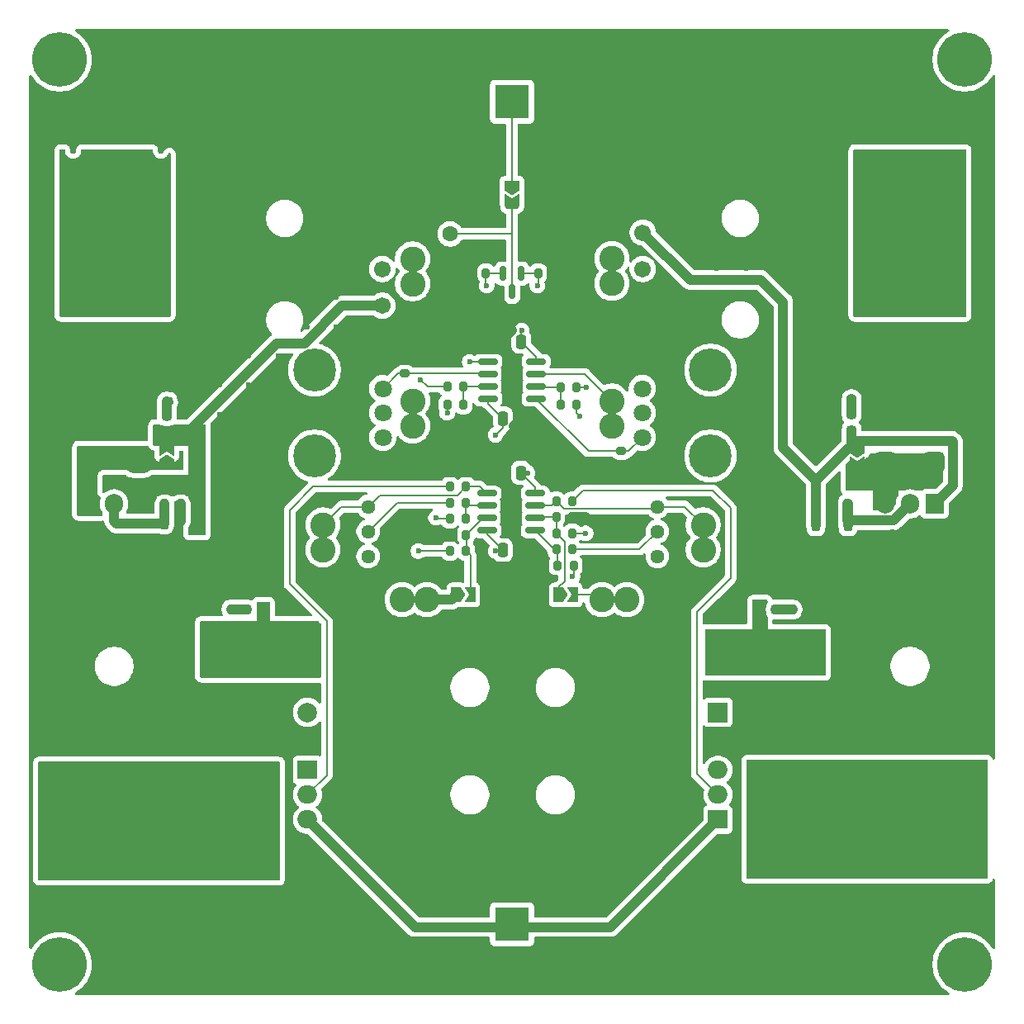
<source format=gbr>
%TF.GenerationSoftware,KiCad,Pcbnew,9.0.0*%
%TF.CreationDate,2025-08-10T21:35:16+12:00*%
%TF.ProjectId,current_gen_class_ab,63757272-656e-4745-9f67-656e5f636c61,rev?*%
%TF.SameCoordinates,Original*%
%TF.FileFunction,Copper,L1,Top*%
%TF.FilePolarity,Positive*%
%FSLAX46Y46*%
G04 Gerber Fmt 4.6, Leading zero omitted, Abs format (unit mm)*
G04 Created by KiCad (PCBNEW 9.0.0) date 2025-08-10 21:35:16*
%MOMM*%
%LPD*%
G01*
G04 APERTURE LIST*
G04 Aperture macros list*
%AMRoundRect*
0 Rectangle with rounded corners*
0 $1 Rounding radius*
0 $2 $3 $4 $5 $6 $7 $8 $9 X,Y pos of 4 corners*
0 Add a 4 corners polygon primitive as box body*
4,1,4,$2,$3,$4,$5,$6,$7,$8,$9,$2,$3,0*
0 Add four circle primitives for the rounded corners*
1,1,$1+$1,$2,$3*
1,1,$1+$1,$4,$5*
1,1,$1+$1,$6,$7*
1,1,$1+$1,$8,$9*
0 Add four rect primitives between the rounded corners*
20,1,$1+$1,$2,$3,$4,$5,0*
20,1,$1+$1,$4,$5,$6,$7,0*
20,1,$1+$1,$6,$7,$8,$9,0*
20,1,$1+$1,$8,$9,$2,$3,0*%
%AMFreePoly0*
4,1,6,1.000000,0.000000,0.500000,-0.750000,-0.500000,-0.750000,-0.500000,0.750000,0.500000,0.750000,1.000000,0.000000,1.000000,0.000000,$1*%
%AMFreePoly1*
4,1,6,0.500000,-0.750000,-0.650000,-0.750000,-0.150000,0.000000,-0.650000,0.750000,0.500000,0.750000,0.500000,-0.750000,0.500000,-0.750000,$1*%
G04 Aperture macros list end*
%TA.AperFunction,SMDPad,CuDef*%
%ADD10RoundRect,0.250000X-0.250000X-0.475000X0.250000X-0.475000X0.250000X0.475000X-0.250000X0.475000X0*%
%TD*%
%TA.AperFunction,SMDPad,CuDef*%
%ADD11RoundRect,0.200000X-0.200000X-0.275000X0.200000X-0.275000X0.200000X0.275000X-0.200000X0.275000X0*%
%TD*%
%TA.AperFunction,SMDPad,CuDef*%
%ADD12RoundRect,0.200000X0.200000X0.275000X-0.200000X0.275000X-0.200000X-0.275000X0.200000X-0.275000X0*%
%TD*%
%TA.AperFunction,ComponentPad*%
%ADD13R,1.905000X2.000000*%
%TD*%
%TA.AperFunction,ComponentPad*%
%ADD14O,1.905000X2.000000*%
%TD*%
%TA.AperFunction,ComponentPad*%
%ADD15C,2.600000*%
%TD*%
%TA.AperFunction,ComponentPad*%
%ADD16RoundRect,0.550000X0.550000X-0.550000X0.550000X0.550000X-0.550000X0.550000X-0.550000X-0.550000X0*%
%TD*%
%TA.AperFunction,ComponentPad*%
%ADD17C,2.200000*%
%TD*%
%TA.AperFunction,SMDPad,CuDef*%
%ADD18RoundRect,0.150000X-0.825000X-0.150000X0.825000X-0.150000X0.825000X0.150000X-0.825000X0.150000X0*%
%TD*%
%TA.AperFunction,HeatsinkPad*%
%ADD19R,2.290000X3.000000*%
%TD*%
%TA.AperFunction,ComponentPad*%
%ADD20RoundRect,0.550000X-0.550000X0.550000X-0.550000X-0.550000X0.550000X-0.550000X0.550000X0.550000X0*%
%TD*%
%TA.AperFunction,SMDPad,CuDef*%
%ADD21RoundRect,0.225000X-0.225000X-0.375000X0.225000X-0.375000X0.225000X0.375000X-0.225000X0.375000X0*%
%TD*%
%TA.AperFunction,SMDPad,CuDef*%
%ADD22RoundRect,0.200000X0.275000X-0.200000X0.275000X0.200000X-0.275000X0.200000X-0.275000X-0.200000X0*%
%TD*%
%TA.AperFunction,SMDPad,CuDef*%
%ADD23RoundRect,0.200000X0.305552X-0.149208X0.236092X0.244715X-0.305552X0.149208X-0.236092X-0.244715X0*%
%TD*%
%TA.AperFunction,SMDPad,CuDef*%
%ADD24RoundRect,0.218750X0.256250X-0.218750X0.256250X0.218750X-0.256250X0.218750X-0.256250X-0.218750X0*%
%TD*%
%TA.AperFunction,ComponentPad*%
%ADD25C,5.600000*%
%TD*%
%TA.AperFunction,ComponentPad*%
%ADD26R,3.500000X3.500000*%
%TD*%
%TA.AperFunction,ComponentPad*%
%ADD27C,4.000000*%
%TD*%
%TA.AperFunction,SMDPad,CuDef*%
%ADD28RoundRect,0.250000X0.475000X-0.250000X0.475000X0.250000X-0.475000X0.250000X-0.475000X-0.250000X0*%
%TD*%
%TA.AperFunction,SMDPad,CuDef*%
%ADD29FreePoly0,0.000000*%
%TD*%
%TA.AperFunction,SMDPad,CuDef*%
%ADD30FreePoly1,0.000000*%
%TD*%
%TA.AperFunction,ComponentPad*%
%ADD31C,10.160000*%
%TD*%
%TA.AperFunction,ComponentPad*%
%ADD32C,1.440000*%
%TD*%
%TA.AperFunction,ComponentPad*%
%ADD33C,1.800000*%
%TD*%
%TA.AperFunction,ComponentPad*%
%ADD34C,4.400000*%
%TD*%
%TA.AperFunction,SMDPad,CuDef*%
%ADD35RoundRect,0.218750X-0.218750X-0.256250X0.218750X-0.256250X0.218750X0.256250X-0.218750X0.256250X0*%
%TD*%
%TA.AperFunction,SMDPad,CuDef*%
%ADD36FreePoly0,90.000000*%
%TD*%
%TA.AperFunction,SMDPad,CuDef*%
%ADD37FreePoly1,90.000000*%
%TD*%
%TA.AperFunction,SMDPad,CuDef*%
%ADD38FreePoly0,270.000000*%
%TD*%
%TA.AperFunction,SMDPad,CuDef*%
%ADD39FreePoly1,270.000000*%
%TD*%
%TA.AperFunction,ComponentPad*%
%ADD40C,1.701800*%
%TD*%
%TA.AperFunction,ComponentPad*%
%ADD41R,2.000000X2.000000*%
%TD*%
%TA.AperFunction,ComponentPad*%
%ADD42C,2.000000*%
%TD*%
%TA.AperFunction,SMDPad,CuDef*%
%ADD43RoundRect,0.218750X-0.256250X0.218750X-0.256250X-0.218750X0.256250X-0.218750X0.256250X0.218750X0*%
%TD*%
%TA.AperFunction,ComponentPad*%
%ADD44R,2.000000X1.905000*%
%TD*%
%TA.AperFunction,ComponentPad*%
%ADD45O,2.000000X1.905000*%
%TD*%
%TA.AperFunction,ComponentPad*%
%ADD46C,1.600000*%
%TD*%
%TA.AperFunction,SMDPad,CuDef*%
%ADD47RoundRect,0.150000X-0.150000X0.587500X-0.150000X-0.587500X0.150000X-0.587500X0.150000X0.587500X0*%
%TD*%
%TA.AperFunction,SMDPad,CuDef*%
%ADD48RoundRect,0.200000X-0.275000X0.200000X-0.275000X-0.200000X0.275000X-0.200000X0.275000X0.200000X0*%
%TD*%
%TA.AperFunction,ViaPad*%
%ADD49C,0.600000*%
%TD*%
%TA.AperFunction,Conductor*%
%ADD50C,1.000000*%
%TD*%
%TA.AperFunction,Conductor*%
%ADD51C,0.200000*%
%TD*%
G04 APERTURE END LIST*
D10*
%TO.P,C4,1*%
%TO.N,-15V*%
X158050000Y-100400000D03*
%TO.P,C4,2*%
%TO.N,GND*%
X159950000Y-100400000D03*
%TD*%
D11*
%TO.P,R29,1*%
%TO.N,Net-(D7-A)*%
X187762500Y-120000000D03*
%TO.P,R29,2*%
%TO.N,GND*%
X189412500Y-120000000D03*
%TD*%
D12*
%TO.P,R9,1*%
%TO.N,Net-(U2A--)*%
X154275000Y-110700000D03*
%TO.P,R9,2*%
%TO.N,Net-(D3-A)*%
X152625000Y-110700000D03*
%TD*%
D11*
%TO.P,R12,1*%
%TO.N,Net-(R12-Pad1)*%
X152625000Y-109050000D03*
%TO.P,R12,2*%
%TO.N,Net-(U2A--)*%
X154275000Y-109050000D03*
%TD*%
D13*
%TO.P,Q3,1,D*%
%TO.N,-15V*%
X120740000Y-109170000D03*
D14*
%TO.P,Q3,2,G*%
%TO.N,Net-(D2-K)*%
X118200000Y-109170000D03*
%TO.P,Q3,3,S*%
%TO.N,Net-(JP2-A)*%
X115660001Y-109170000D03*
%TD*%
D15*
%TO.P,TP2,1,1*%
%TO.N,Net-(R7-Pad2)*%
X169250000Y-84029999D03*
X169250000Y-86569999D03*
%TD*%
D10*
%TO.P,C2,1*%
%TO.N,GND*%
X158020000Y-106000000D03*
%TO.P,C2,2*%
%TO.N,+15V*%
X159920000Y-106000000D03*
%TD*%
D16*
%TO.P,F2,1*%
%TO.N,Net-(JP2-A)*%
X115700000Y-104900000D03*
X120700000Y-104900000D03*
D17*
%TO.P,F2,2*%
%TO.N,Net-(J5-Pin_1)*%
X115700000Y-87100000D03*
X120700000Y-87100000D03*
%TD*%
D18*
%TO.P,U1,1*%
%TO.N,Net-(R26-Pad2)*%
X156525000Y-94595000D03*
%TO.P,U1,2,-*%
%TO.N,Net-(U1A--)*%
X156525000Y-95865000D03*
%TO.P,U1,3,+*%
%TO.N,Net-(U1A-+)*%
X156525000Y-97135000D03*
%TO.P,U1,4,V-*%
%TO.N,-15V*%
X156525000Y-98405000D03*
%TO.P,U1,5,+*%
%TO.N,Net-(U1B-+)*%
X161475000Y-98405000D03*
%TO.P,U1,6,-*%
%TO.N,Net-(U1B--)*%
X161475000Y-97135000D03*
%TO.P,U1,7*%
%TO.N,Net-(R24-Pad2)*%
X161475000Y-95865000D03*
%TO.P,U1,8,V+*%
%TO.N,+15V*%
X161475000Y-94595000D03*
D19*
%TO.P,U1,9,thermal*%
%TO.N,GND*%
X159000000Y-96500000D03*
%TD*%
D11*
%TO.P,R21,1*%
%TO.N,GND*%
X191750000Y-109130000D03*
%TO.P,R21,2*%
%TO.N,Net-(D1-A)*%
X193400000Y-109130000D03*
%TD*%
D15*
%TO.P,TP6,1,1*%
%TO.N,Net-(JP4-A)*%
X147730000Y-119000000D03*
X150270000Y-119000000D03*
%TD*%
D11*
%TO.P,R20,1*%
%TO.N,Net-(D2-K)*%
X123375000Y-109200000D03*
%TO.P,R20,2*%
%TO.N,GND*%
X125025000Y-109200000D03*
%TD*%
D10*
%TO.P,C5,1*%
%TO.N,GND*%
X158050000Y-92555000D03*
%TO.P,C5,2*%
%TO.N,+15V*%
X159950000Y-92555000D03*
%TD*%
D11*
%TO.P,R27,1*%
%TO.N,GND*%
X152625000Y-112350000D03*
%TO.P,R27,2*%
%TO.N,Net-(JP4-B)*%
X154275000Y-112350000D03*
%TD*%
D15*
%TO.P,TP7,1,1*%
%TO.N,Net-(R14-Pad1)*%
X139600000Y-113870001D03*
X139600000Y-111330001D03*
%TD*%
%TO.P,TP4,1,1*%
%TO.N,Net-(R24-Pad2)*%
X169250000Y-98629999D03*
X169250000Y-101169999D03*
%TD*%
D20*
%TO.P,F5,1*%
%TO.N,-10V*%
X189500000Y-123600000D03*
X184500000Y-123600000D03*
D17*
%TO.P,F5,2*%
%TO.N,Net-(J7-Pin_1)*%
X189500000Y-141400000D03*
X184500000Y-141400000D03*
%TD*%
D21*
%TO.P,D1,1,K*%
%TO.N,+15V*%
X190150000Y-111400000D03*
%TO.P,D1,2,A*%
%TO.N,Net-(D1-A)*%
X193450000Y-111400000D03*
%TD*%
D22*
%TO.P,R22,1*%
%TO.N,Net-(D4-K)*%
X193800000Y-98425000D03*
%TO.P,R22,2*%
%TO.N,GND*%
X193800000Y-96775000D03*
%TD*%
D23*
%TO.P,R23,1*%
%TO.N,Net-(D5-A)*%
X123743260Y-98637467D03*
%TO.P,R23,2*%
%TO.N,GND*%
X123456740Y-97012535D03*
%TD*%
D24*
%TO.P,D5,1,K*%
%TO.N,-15V*%
X123600000Y-101775002D03*
%TO.P,D5,2,A*%
%TO.N,Net-(D5-A)*%
X123600000Y-100200000D03*
%TD*%
D25*
%TO.P,H4,1,1*%
%TO.N,unconnected-(H4-Pad1)*%
X112600000Y-156400000D03*
%TD*%
D26*
%TO.P,J1,1,In*%
%TO.N,Net-(J1-In)*%
X159000000Y-67935000D03*
D27*
%TO.P,J1,2,Ext*%
%TO.N,GND*%
X153975000Y-62910000D03*
X153975000Y-72960000D03*
X164025000Y-62910000D03*
X164025000Y-72960000D03*
%TD*%
D12*
%TO.P,R11,1*%
%TO.N,Net-(JP5-B)*%
X165625000Y-99000000D03*
%TO.P,R11,2*%
%TO.N,Net-(U1B--)*%
X163975000Y-99000000D03*
%TD*%
D15*
%TO.P,TP1,1,1*%
%TO.N,Net-(R4-Pad2)*%
X148800000Y-86600000D03*
X148800000Y-84060000D03*
%TD*%
%TO.P,TP8,1,1*%
%TO.N,Net-(R15-Pad1)*%
X178600000Y-113870000D03*
X178600000Y-111330000D03*
%TD*%
D13*
%TO.P,Q4,1,D*%
%TO.N,+15V*%
X202340000Y-109170000D03*
D14*
%TO.P,Q4,2,G*%
%TO.N,Net-(D1-A)*%
X199800000Y-109170000D03*
%TO.P,Q4,3,S*%
%TO.N,Net-(JP1-B)*%
X197260001Y-109170000D03*
%TD*%
D28*
%TO.P,C1,1*%
%TO.N,Net-(JP3-B)*%
X159000000Y-78449999D03*
%TO.P,C1,2*%
%TO.N,Net-(J1-In)*%
X159000000Y-76550001D03*
%TD*%
D25*
%TO.P,H2,1,1*%
%TO.N,unconnected-(H2-Pad1)*%
X205400000Y-63600000D03*
%TD*%
D29*
%TO.P,JP4,1,A*%
%TO.N,Net-(JP4-A)*%
X153275001Y-118500000D03*
D30*
%TO.P,JP4,2,B*%
%TO.N,Net-(JP4-B)*%
X154724999Y-118500000D03*
%TD*%
D31*
%TO.P,J6,1,Pin_1*%
%TO.N,Net-(J6-Pin_1)*%
X116000000Y-141500000D03*
%TD*%
D16*
%TO.P,F1,1*%
%TO.N,Net-(JP1-B)*%
X197300000Y-104900000D03*
X202300000Y-104900000D03*
D17*
%TO.P,F1,2*%
%TO.N,Net-(J3-Pin_1)*%
X197300000Y-87100000D03*
X202300000Y-87100000D03*
%TD*%
D11*
%TO.P,R10,1*%
%TO.N,Net-(U2B-+)*%
X163675000Y-115500000D03*
%TO.P,R10,2*%
%TO.N,Net-(D3-K-Pad1)*%
X165325000Y-115500000D03*
%TD*%
%TO.P,R15,1*%
%TO.N,Net-(R15-Pad1)*%
X163525000Y-108905000D03*
%TO.P,R15,2*%
%TO.N,Net-(Q2-G)*%
X165175000Y-108905000D03*
%TD*%
D32*
%TO.P,R19,1*%
%TO.N,Net-(R14-Pad1)*%
X144250000Y-109460000D03*
%TO.P,R19,2*%
%TO.N,Net-(R12-Pad1)*%
X144250000Y-112000000D03*
%TO.P,R19,3*%
%TO.N,N/C*%
X144250000Y-114539999D03*
%TD*%
D11*
%TO.P,R25,1*%
%TO.N,Net-(JP5-A)*%
X163525000Y-110550000D03*
%TO.P,R25,2*%
%TO.N,GND*%
X165175000Y-110550000D03*
%TD*%
D20*
%TO.P,F4,1*%
%TO.N,+10V*%
X133500000Y-123600000D03*
X128500000Y-123600000D03*
D17*
%TO.P,F4,2*%
%TO.N,Net-(J6-Pin_1)*%
X133500000Y-141400000D03*
X128500000Y-141400000D03*
%TD*%
D18*
%TO.P,U2,1*%
%TO.N,Net-(R14-Pad1)*%
X156425000Y-108095000D03*
%TO.P,U2,2,-*%
%TO.N,Net-(U2A--)*%
X156425000Y-109365000D03*
%TO.P,U2,3,+*%
%TO.N,Net-(JP4-B)*%
X156425000Y-110635000D03*
%TO.P,U2,4,V-*%
%TO.N,-15V*%
X156425000Y-111905000D03*
%TO.P,U2,5,+*%
%TO.N,Net-(U2B-+)*%
X161375000Y-111905000D03*
%TO.P,U2,6,-*%
%TO.N,Net-(JP5-A)*%
X161375000Y-110635000D03*
%TO.P,U2,7*%
%TO.N,Net-(R15-Pad1)*%
X161375000Y-109365000D03*
%TO.P,U2,8,V+*%
%TO.N,+15V*%
X161375000Y-108095000D03*
D19*
%TO.P,U2,9,thermal*%
%TO.N,GND*%
X158900000Y-110000000D03*
%TD*%
D29*
%TO.P,JP5,1,A*%
%TO.N,Net-(JP5-A)*%
X163775000Y-118500000D03*
D30*
%TO.P,JP5,2,B*%
%TO.N,Net-(JP5-B)*%
X165225000Y-118500000D03*
%TD*%
D11*
%TO.P,R7,1*%
%TO.N,Net-(U1B--)*%
X163975000Y-97200000D03*
%TO.P,R7,2*%
%TO.N,Net-(R7-Pad2)*%
X165625000Y-97200000D03*
%TD*%
D33*
%TO.P,RV3,1,1*%
%TO.N,Net-(U1A--)*%
X145750000Y-97350000D03*
%TO.P,RV3,2,2*%
%TO.N,Net-(R26-Pad2)*%
X145750000Y-99850000D03*
%TO.P,RV3,3,3*%
%TO.N,unconnected-(RV3-Pad3)*%
X145750000Y-102350000D03*
D34*
%TO.P,RV3,MP*%
%TO.N,N/C*%
X138750000Y-104250000D03*
X138750000Y-95450001D03*
%TD*%
D26*
%TO.P,J2,1,In*%
%TO.N,Net-(J2-In)*%
X159000000Y-152275000D03*
D27*
%TO.P,J2,2,Ext*%
%TO.N,GND*%
X164025000Y-157300000D03*
X164025000Y-147250000D03*
X153975000Y-157300000D03*
X153975000Y-147250000D03*
%TD*%
D35*
%TO.P,D6,1,K*%
%TO.N,Net-(D6-K)*%
X131812500Y-120000000D03*
%TO.P,D6,2,A*%
%TO.N,+10V*%
X133387500Y-120000000D03*
%TD*%
D36*
%TO.P,JP2,1,A*%
%TO.N,Net-(JP2-A)*%
X123600000Y-105124999D03*
D37*
%TO.P,JP2,2,B*%
%TO.N,-15V*%
X123600000Y-103675001D03*
%TD*%
D31*
%TO.P,J5,1,Pin_1*%
%TO.N,Net-(J5-Pin_1)*%
X118200000Y-78600000D03*
%TD*%
D12*
%TO.P,R4,1*%
%TO.N,Net-(U1A-+)*%
X154035000Y-97155000D03*
%TO.P,R4,2*%
%TO.N,Net-(R4-Pad2)*%
X152385000Y-97155000D03*
%TD*%
D10*
%TO.P,C3,1*%
%TO.N,-15V*%
X158050001Y-113900000D03*
%TO.P,C3,2*%
%TO.N,GND*%
X159949999Y-113900000D03*
%TD*%
D22*
%TO.P,R5,1*%
%TO.N,Net-(U1A--)*%
X148000000Y-95825000D03*
%TO.P,R5,2*%
%TO.N,GND*%
X148000000Y-94175000D03*
%TD*%
D38*
%TO.P,JP3,1,A*%
%TO.N,Net-(J1-In)*%
X159000000Y-76550002D03*
D39*
%TO.P,JP3,2,B*%
%TO.N,Net-(JP3-B)*%
X159000000Y-78000000D03*
%TD*%
D40*
%TO.P,RV1,1,1*%
%TO.N,-15V*%
X145700000Y-88850000D03*
%TO.P,RV1,2,2*%
%TO.N,Net-(R4-Pad2)*%
X145700000Y-85100001D03*
%TO.P,RV1,3,3*%
%TO.N,GND*%
X145700000Y-81350000D03*
%TD*%
D41*
%TO.P,R16,1*%
%TO.N,+10V*%
X138020000Y-125460000D03*
D42*
%TO.P,R16,2*%
%TO.N,Net-(JP4-A)*%
X138020000Y-130539999D03*
%TD*%
D11*
%TO.P,R2,1*%
%TO.N,GND*%
X154675000Y-85500000D03*
%TO.P,R2,2*%
%TO.N,Net-(D3-A)*%
X156325000Y-85500000D03*
%TD*%
D12*
%TO.P,R14,1*%
%TO.N,Net-(R14-Pad1)*%
X154280000Y-107400000D03*
%TO.P,R14,2*%
%TO.N,Net-(Q1-G)*%
X152630000Y-107400000D03*
%TD*%
D40*
%TO.P,RV2,1,1*%
%TO.N,+15V*%
X172400000Y-81350001D03*
%TO.P,RV2,2,2*%
%TO.N,Net-(R7-Pad2)*%
X172400000Y-85100000D03*
%TO.P,RV2,3,3*%
%TO.N,GND*%
X172400000Y-88850001D03*
%TD*%
D11*
%TO.P,R24,1*%
%TO.N,Net-(JP5-A)*%
X163525000Y-112200000D03*
%TO.P,R24,2*%
%TO.N,Net-(R24-Pad2)*%
X165175000Y-112200000D03*
%TD*%
D12*
%TO.P,R13,1*%
%TO.N,Net-(R13-Pad1)*%
X165175000Y-113850000D03*
%TO.P,R13,2*%
%TO.N,Net-(U2B-+)*%
X163525000Y-113850000D03*
%TD*%
D32*
%TO.P,R18,1*%
%TO.N,Net-(R15-Pad1)*%
X173895000Y-109460000D03*
%TO.P,R18,2*%
%TO.N,Net-(R13-Pad1)*%
X173895000Y-112000000D03*
%TO.P,R18,3*%
%TO.N,N/C*%
X173895000Y-114539999D03*
%TD*%
D31*
%TO.P,J3,1,Pin_1*%
%TO.N,Net-(J3-Pin_1)*%
X199800000Y-78600000D03*
%TD*%
D12*
%TO.P,R28,1*%
%TO.N,Net-(D6-K)*%
X130200000Y-120000000D03*
%TO.P,R28,2*%
%TO.N,GND*%
X128550000Y-120000000D03*
%TD*%
D21*
%TO.P,D2,1,K*%
%TO.N,Net-(D2-K)*%
X123350000Y-111200000D03*
%TO.P,D2,2,A*%
%TO.N,-15V*%
X126650000Y-111200000D03*
%TD*%
D43*
%TO.P,D4,1,K*%
%TO.N,Net-(D4-K)*%
X193800000Y-100012499D03*
%TO.P,D4,2,A*%
%TO.N,+15V*%
X193800000Y-101587501D03*
%TD*%
D44*
%TO.P,Q1,1,D*%
%TO.N,Net-(JP4-A)*%
X138020000Y-136460000D03*
D45*
%TO.P,Q1,2,G*%
%TO.N,Net-(Q1-G)*%
X138020000Y-139000000D03*
%TO.P,Q1,3,S*%
%TO.N,Net-(J2-In)*%
X138020000Y-141539999D03*
%TD*%
D33*
%TO.P,RV4,1,1*%
%TO.N,Net-(U1B-+)*%
X172350000Y-102350000D03*
%TO.P,RV4,2,2*%
%TO.N,Net-(R24-Pad2)*%
X172350000Y-99850000D03*
%TO.P,RV4,3,3*%
%TO.N,unconnected-(RV4-Pad3)*%
X172350000Y-97350000D03*
D34*
%TO.P,RV4,MP*%
%TO.N,N/C*%
X179350000Y-95450000D03*
X179350000Y-104250000D03*
%TD*%
D11*
%TO.P,R3,1*%
%TO.N,Net-(D3-K-Pad1)*%
X161675000Y-85500000D03*
%TO.P,R3,2*%
%TO.N,GND*%
X163325000Y-85500000D03*
%TD*%
D35*
%TO.P,D7,1,K*%
%TO.N,-10V*%
X184425000Y-120000000D03*
%TO.P,D7,2,A*%
%TO.N,Net-(D7-A)*%
X186000000Y-120000000D03*
%TD*%
D15*
%TO.P,TP3,1,1*%
%TO.N,Net-(R26-Pad2)*%
X148800000Y-101170001D03*
X148800000Y-98630001D03*
%TD*%
D12*
%TO.P,R26,1*%
%TO.N,Net-(JP4-B)*%
X154280000Y-114000000D03*
%TO.P,R26,2*%
%TO.N,Net-(R26-Pad2)*%
X152630000Y-114000000D03*
%TD*%
D46*
%TO.P,R1,1*%
%TO.N,Net-(JP3-B)*%
X152650000Y-81500000D03*
%TO.P,R1,2*%
%TO.N,GND*%
X165350000Y-81500000D03*
%TD*%
D47*
%TO.P,D3,1,K*%
%TO.N,Net-(D3-K-Pad1)*%
X159950000Y-85562500D03*
%TO.P,D3,2,A*%
%TO.N,Net-(D3-A)*%
X158050000Y-85562500D03*
%TO.P,D3,3,K*%
%TO.N,Net-(JP3-B)*%
X159000000Y-87437501D03*
%TD*%
D15*
%TO.P,TP5,1,1*%
%TO.N,Net-(JP5-B)*%
X168230000Y-119000000D03*
X170770000Y-119000000D03*
%TD*%
D48*
%TO.P,R6,1*%
%TO.N,Net-(U1B-+)*%
X170200000Y-103775000D03*
%TO.P,R6,2*%
%TO.N,GND*%
X170200000Y-105425000D03*
%TD*%
D31*
%TO.P,J7,1,Pin_1*%
%TO.N,Net-(J7-Pin_1)*%
X202000000Y-141500000D03*
%TD*%
D41*
%TO.P,R17,1*%
%TO.N,Net-(JP5-B)*%
X180110000Y-130540000D03*
D42*
%TO.P,R17,2*%
%TO.N,-10V*%
X180110000Y-125460001D03*
%TD*%
D44*
%TO.P,Q2,1,D*%
%TO.N,Net-(J2-In)*%
X180110000Y-141540000D03*
D45*
%TO.P,Q2,2,G*%
%TO.N,Net-(Q2-G)*%
X180110000Y-139000000D03*
%TO.P,Q2,3,S*%
%TO.N,Net-(JP5-B)*%
X180110000Y-136460001D03*
%TD*%
D11*
%TO.P,R8,1*%
%TO.N,Net-(JP4-A)*%
X152350000Y-99000000D03*
%TO.P,R8,2*%
%TO.N,Net-(U1A-+)*%
X154000000Y-99000000D03*
%TD*%
D31*
%TO.P,J4,1,Pin_1*%
%TO.N,GND*%
X135000000Y-68600000D03*
%TD*%
D38*
%TO.P,JP1,1,A*%
%TO.N,+15V*%
X194400000Y-103475001D03*
D39*
%TO.P,JP1,2,B*%
%TO.N,Net-(JP1-B)*%
X194400000Y-104924999D03*
%TD*%
D25*
%TO.P,H1,1,1*%
%TO.N,unconnected-(H1-Pad1)*%
X112600000Y-63600000D03*
%TD*%
%TO.P,H3,1,1*%
%TO.N,unconnected-(H3-Pad1)*%
X205400000Y-156400000D03*
%TD*%
D49*
%TO.N,-15V*%
X157299000Y-114000000D03*
X157299000Y-102100000D03*
%TO.N,GND*%
X180000000Y-76000000D03*
X150500000Y-126250000D03*
X170000000Y-142000000D03*
X197961438Y-155847636D03*
X152000000Y-124000000D03*
X176000000Y-127000000D03*
X117000000Y-159000000D03*
X164750000Y-136000000D03*
X155750000Y-133750000D03*
X126000000Y-159000000D03*
X195000000Y-159000000D03*
X198000000Y-100000000D03*
X145250000Y-123250000D03*
X153500000Y-131500000D03*
X166250000Y-131500000D03*
X173000000Y-126250000D03*
X149000000Y-124750000D03*
X147000000Y-67000000D03*
X170750000Y-141250000D03*
X174000000Y-117000000D03*
X144000000Y-73000000D03*
X166000000Y-84000000D03*
X150000000Y-64000000D03*
X142250000Y-125500000D03*
X152000000Y-129250000D03*
X152000000Y-142000000D03*
X141000000Y-76000000D03*
X171500000Y-143500000D03*
X152000000Y-132250000D03*
X148250000Y-131500000D03*
X176000000Y-133000000D03*
X173000000Y-141250000D03*
X147500000Y-131500000D03*
X161000000Y-113800000D03*
X159500000Y-123250000D03*
X160250000Y-142750000D03*
X148250000Y-143500000D03*
X149750000Y-123250000D03*
X168000000Y-73000000D03*
X126000000Y-156000000D03*
X168500000Y-130750000D03*
X172250000Y-139000000D03*
X169250000Y-133000000D03*
X167000000Y-130000000D03*
X159500000Y-140500000D03*
X148250000Y-139000000D03*
X147500000Y-129250000D03*
X146750000Y-136000000D03*
X111000000Y-94000000D03*
X167000000Y-127000000D03*
X160250000Y-136750000D03*
X126000000Y-91000000D03*
X143750000Y-127750000D03*
X154250000Y-125500000D03*
X145250000Y-140500000D03*
X176000000Y-125500000D03*
X168000000Y-151000000D03*
X158000000Y-141250000D03*
X204000000Y-130000000D03*
X123000000Y-121000000D03*
X132000000Y-118000000D03*
X129000000Y-82000000D03*
X117000000Y-118000000D03*
X163250000Y-124000000D03*
X176000000Y-136750000D03*
X166250000Y-134500000D03*
X153500000Y-130750000D03*
X152750000Y-142750000D03*
X157250000Y-136750000D03*
X149750000Y-135250000D03*
X165500000Y-142000000D03*
X171500000Y-141250000D03*
X158750000Y-134500000D03*
X191800000Y-111200000D03*
X164000000Y-133750000D03*
X175250000Y-141250000D03*
X164750000Y-132250000D03*
X159500000Y-127750000D03*
X161750000Y-136750000D03*
X143750000Y-123250000D03*
X158750000Y-136000000D03*
X195000000Y-67000000D03*
X168500000Y-129250000D03*
X120000000Y-124000000D03*
X143000000Y-124750000D03*
X161000000Y-136750000D03*
X165500000Y-133750000D03*
X123000000Y-118000000D03*
X174500000Y-139000000D03*
X146000000Y-126250000D03*
X158000000Y-130750000D03*
X160250000Y-139750000D03*
X132000000Y-133000000D03*
X186000000Y-106000000D03*
X143750000Y-129250000D03*
X163250000Y-143500000D03*
X138000000Y-88000000D03*
X192000000Y-79000000D03*
X201000000Y-121000000D03*
X166250000Y-125500000D03*
X174000000Y-76000000D03*
X150500000Y-136000000D03*
X154250000Y-132250000D03*
X168000000Y-76000000D03*
X157250000Y-129250000D03*
X143000000Y-130750000D03*
X149750000Y-124000000D03*
X129000000Y-79000000D03*
X170000000Y-140500000D03*
X186000000Y-73000000D03*
X144000000Y-76000000D03*
X167000000Y-143500000D03*
X152750000Y-126250000D03*
X171000000Y-64000000D03*
X201000000Y-156000000D03*
X148000000Y-146000000D03*
X166250000Y-130000000D03*
X183000000Y-70000000D03*
X163250000Y-132250000D03*
X189000000Y-91000000D03*
X160250000Y-137500000D03*
X114000000Y-115000000D03*
X114000000Y-130000000D03*
X143000000Y-124000000D03*
X152750000Y-143500000D03*
X146000000Y-136000000D03*
X120000000Y-121000000D03*
X207000000Y-82000000D03*
X165000000Y-67000000D03*
X172250000Y-140500000D03*
X166250000Y-135250000D03*
X142250000Y-140500000D03*
X172250000Y-124000000D03*
X161750000Y-133000000D03*
X174500000Y-132250000D03*
X147000000Y-121000000D03*
X183000000Y-159000000D03*
X149000000Y-125500000D03*
X147500000Y-135250000D03*
X141000000Y-61000000D03*
X160250000Y-131500000D03*
X170750000Y-124000000D03*
X175250000Y-133000000D03*
X159500000Y-143500000D03*
X132000000Y-94000000D03*
X148250000Y-123250000D03*
X135000000Y-82000000D03*
X173000000Y-139750000D03*
X174000000Y-156000000D03*
X138000000Y-76000000D03*
X151250000Y-133750000D03*
X164750000Y-142000000D03*
X123000000Y-70000000D03*
X161750000Y-134500000D03*
X186000000Y-109000000D03*
X163250000Y-131500000D03*
X143750000Y-130750000D03*
X159500000Y-132250000D03*
X170750000Y-140500000D03*
X165500000Y-132250000D03*
X174000000Y-159000000D03*
X180000000Y-91000000D03*
X135000000Y-115000000D03*
X173750000Y-139750000D03*
X147500000Y-130000000D03*
X126000000Y-61000000D03*
X186000000Y-82000000D03*
X144500000Y-133000000D03*
X146000000Y-134500000D03*
X159500000Y-124750000D03*
X142250000Y-133000000D03*
X146750000Y-131500000D03*
X201000000Y-67000000D03*
X173750000Y-141250000D03*
X153000000Y-88000000D03*
X123000000Y-153000000D03*
X159500000Y-142750000D03*
X180000000Y-159000000D03*
X145250000Y-129250000D03*
X147000000Y-76000000D03*
X161000000Y-129250000D03*
X168500000Y-136750000D03*
X173000000Y-134500000D03*
X183000000Y-153000000D03*
X172250000Y-134500000D03*
X129000000Y-70000000D03*
X168500000Y-133000000D03*
X148250000Y-137500000D03*
X168500000Y-132250000D03*
X161750000Y-130750000D03*
X169250000Y-124750000D03*
X120000000Y-133000000D03*
X175250000Y-136000000D03*
X207000000Y-121000000D03*
X186000000Y-61000000D03*
X169250000Y-124000000D03*
X160250000Y-134500000D03*
X172250000Y-130750000D03*
X132000000Y-100000000D03*
X161000000Y-127750000D03*
X158750000Y-137500000D03*
X175250000Y-139000000D03*
X166250000Y-133000000D03*
X156500000Y-130750000D03*
X158000000Y-137500000D03*
X167000000Y-133000000D03*
X158750000Y-141250000D03*
X152000000Y-123250000D03*
X149000000Y-137500000D03*
X152000000Y-139000000D03*
X120000000Y-153000000D03*
X161750000Y-132250000D03*
X154250000Y-143500000D03*
X173000000Y-127000000D03*
X149750000Y-142000000D03*
X140000000Y-118000000D03*
X158000000Y-131500000D03*
X176000000Y-138250000D03*
X155000000Y-123250000D03*
X153000000Y-121000000D03*
X126000000Y-88000000D03*
X145250000Y-141250000D03*
X147500000Y-142750000D03*
X157500000Y-72200000D03*
X158750000Y-129250000D03*
X153500000Y-135250000D03*
X167750000Y-135250000D03*
X163250000Y-123250000D03*
X155000000Y-142000000D03*
X149750000Y-139000000D03*
X158000000Y-133750000D03*
X167750000Y-137500000D03*
X183000000Y-94000000D03*
X176000000Y-142750000D03*
X154250000Y-130750000D03*
X143000000Y-127750000D03*
X143750000Y-140500000D03*
X152750000Y-124000000D03*
X143000000Y-133750000D03*
X145250000Y-135250000D03*
X154250000Y-142000000D03*
X146750000Y-123250000D03*
X111000000Y-88000000D03*
X190400000Y-120000000D03*
X123000000Y-91000000D03*
X173000000Y-130000000D03*
X153000000Y-67000000D03*
X145250000Y-136000000D03*
X141000000Y-70000000D03*
X132000000Y-115000000D03*
X177000000Y-79000000D03*
X143750000Y-142000000D03*
X120000000Y-64000000D03*
X192000000Y-61000000D03*
X176000000Y-134500000D03*
X123000000Y-150000000D03*
X167750000Y-140500000D03*
X150500000Y-133000000D03*
X170000000Y-148000000D03*
X142250000Y-138250000D03*
X198000000Y-130000000D03*
X160250000Y-135250000D03*
X149000000Y-143500000D03*
X143000000Y-141250000D03*
X156500000Y-135250000D03*
X150500000Y-127000000D03*
X143750000Y-134500000D03*
X135000000Y-153000000D03*
X192000000Y-91000000D03*
X144500000Y-127750000D03*
X170000000Y-136000000D03*
X167000000Y-130750000D03*
X167000000Y-141250000D03*
X189000000Y-61000000D03*
X158400000Y-97100000D03*
X144500000Y-123250000D03*
X174000000Y-91000000D03*
X166250000Y-128500000D03*
X195000000Y-64000000D03*
X207000000Y-124000000D03*
X174500000Y-142000000D03*
X164000000Y-142750000D03*
X147500000Y-141250000D03*
X204000000Y-124000000D03*
X152750000Y-140500000D03*
X117000000Y-61000000D03*
X147500000Y-133750000D03*
X123000000Y-64000000D03*
X156500000Y-133000000D03*
X165500000Y-140500000D03*
X144500000Y-130750000D03*
X174000000Y-103000000D03*
X159500000Y-124000000D03*
X111000000Y-73000000D03*
X144500000Y-126250000D03*
X149000000Y-128500000D03*
X157250000Y-128500000D03*
X158750000Y-143500000D03*
X148250000Y-139750000D03*
X168500000Y-126250000D03*
X145000000Y-145000000D03*
X170750000Y-132250000D03*
X207000000Y-109000000D03*
X180000000Y-147000000D03*
X158750000Y-130000000D03*
X204000000Y-97000000D03*
X138000000Y-144000000D03*
X198000000Y-61000000D03*
X170000000Y-125500000D03*
X143750000Y-136000000D03*
X169250000Y-141250000D03*
X159500000Y-133750000D03*
X173750000Y-142000000D03*
X145250000Y-128500000D03*
X174000000Y-79000000D03*
X143000000Y-127000000D03*
X167750000Y-130750000D03*
X164000000Y-143500000D03*
X159500000Y-131500000D03*
X157250000Y-130750000D03*
X145250000Y-127000000D03*
X143750000Y-127000000D03*
X150500000Y-135250000D03*
X172250000Y-136750000D03*
X143000000Y-143500000D03*
X120000000Y-130000000D03*
X183000000Y-112000000D03*
X152000000Y-126250000D03*
X174500000Y-142750000D03*
X155000000Y-124000000D03*
X145250000Y-124000000D03*
X148250000Y-126250000D03*
X143750000Y-133750000D03*
X157250000Y-131500000D03*
X189000000Y-97000000D03*
X138000000Y-159000000D03*
X114000000Y-67000000D03*
X142250000Y-142750000D03*
X160250000Y-128500000D03*
X166250000Y-123250000D03*
X146750000Y-132250000D03*
X192000000Y-153000000D03*
X157250000Y-137500000D03*
X170000000Y-133750000D03*
X146000000Y-135250000D03*
X192000000Y-64000000D03*
X146000000Y-136750000D03*
X175250000Y-140500000D03*
X164750000Y-131500000D03*
X177000000Y-153000000D03*
X126000000Y-133000000D03*
X173000000Y-136000000D03*
X132000000Y-156000000D03*
X201000000Y-100000000D03*
X175250000Y-136750000D03*
X127600000Y-120000000D03*
X198000000Y-94000000D03*
X147000000Y-153000000D03*
X175250000Y-132250000D03*
X189000000Y-153000000D03*
X126000000Y-70000000D03*
X148250000Y-140500000D03*
X151250000Y-139750000D03*
X144500000Y-141250000D03*
X168000000Y-61000000D03*
X169250000Y-140500000D03*
X172250000Y-125500000D03*
X195000000Y-115000000D03*
X152750000Y-136000000D03*
X132000000Y-97000000D03*
X183000000Y-64000000D03*
X148250000Y-136750000D03*
X162000000Y-91000000D03*
X166600000Y-110600000D03*
X173000000Y-131500000D03*
X150500000Y-140500000D03*
X151250000Y-127750000D03*
X114000000Y-73000000D03*
X154250000Y-133750000D03*
X161000000Y-143500000D03*
X173750000Y-127750000D03*
X171000000Y-159000000D03*
X153500000Y-134500000D03*
X164000000Y-134500000D03*
X204000000Y-94000000D03*
X170750000Y-128500000D03*
X111000000Y-85000000D03*
X141000000Y-64000000D03*
X155750000Y-143500000D03*
X166250000Y-139000000D03*
X156500000Y-132250000D03*
X172250000Y-141250000D03*
X168500000Y-142000000D03*
X142250000Y-133750000D03*
X147500000Y-123250000D03*
X155000000Y-143500000D03*
X172250000Y-136000000D03*
X175250000Y-133750000D03*
X117000000Y-153000000D03*
X192000000Y-115000000D03*
X165500000Y-134500000D03*
X167000000Y-133750000D03*
X145250000Y-132250000D03*
X171500000Y-130000000D03*
X174000000Y-88000000D03*
X170000000Y-136750000D03*
X170000000Y-130750000D03*
X195000000Y-156000000D03*
X180000000Y-100000000D03*
X207000000Y-115000000D03*
X192000000Y-118000000D03*
X160250000Y-124000000D03*
X160250000Y-123250000D03*
X195000000Y-61000000D03*
X132000000Y-159000000D03*
X174500000Y-129250000D03*
X159500000Y-139000000D03*
X149000000Y-133000000D03*
X195000000Y-150000000D03*
X170750000Y-138250000D03*
X159500000Y-126250000D03*
X161000000Y-130750000D03*
X163250000Y-133750000D03*
X147500000Y-137500000D03*
X155000000Y-130750000D03*
X166250000Y-136750000D03*
X165500000Y-129250000D03*
X146750000Y-133750000D03*
X157250000Y-125500000D03*
X135000000Y-61000000D03*
X135000000Y-100000000D03*
X143750000Y-128500000D03*
X167750000Y-124000000D03*
X148250000Y-135250000D03*
X155750000Y-135250000D03*
X138000000Y-156000000D03*
X167750000Y-139000000D03*
X160250000Y-132250000D03*
X150000000Y-159000000D03*
X173750000Y-137500000D03*
X170750000Y-137500000D03*
X138000000Y-100000000D03*
X156500000Y-136750000D03*
X158750000Y-132250000D03*
X138000000Y-150000000D03*
X154250000Y-135250000D03*
X171500000Y-137500000D03*
X141000000Y-91000000D03*
X170000000Y-124000000D03*
X171500000Y-142750000D03*
X149750000Y-130000000D03*
X146750000Y-127750000D03*
X167750000Y-127000000D03*
X129000000Y-97000000D03*
X160250000Y-130750000D03*
X119000000Y-94000000D03*
X163000000Y-104000000D03*
X142250000Y-129250000D03*
X152000000Y-103000000D03*
X204000000Y-153000000D03*
X143000000Y-136750000D03*
X161000000Y-140500000D03*
X171500000Y-132250000D03*
X135000000Y-103000000D03*
X144000000Y-153000000D03*
X152750000Y-133750000D03*
X177000000Y-156000000D03*
X156500000Y-137500000D03*
X172250000Y-139750000D03*
X153500000Y-132250000D03*
X144500000Y-138250000D03*
X146000000Y-141250000D03*
X170750000Y-134500000D03*
X189000000Y-115000000D03*
X141000000Y-73000000D03*
X157250000Y-140500000D03*
X164000000Y-136750000D03*
X159500000Y-136000000D03*
X111000000Y-127000000D03*
X148250000Y-125500000D03*
X167000000Y-136750000D03*
X144500000Y-137500000D03*
X143750000Y-132250000D03*
X150500000Y-136750000D03*
X167750000Y-131500000D03*
X158000000Y-126250000D03*
X165500000Y-143500000D03*
X176000000Y-131500000D03*
X143750000Y-124000000D03*
X147500000Y-128500000D03*
X144000000Y-70000000D03*
X153500000Y-124000000D03*
X132000000Y-85000000D03*
X170000000Y-115000000D03*
X173000000Y-139000000D03*
X166250000Y-141250000D03*
X201000000Y-150000000D03*
X155750000Y-132250000D03*
X150500000Y-125500000D03*
X149750000Y-132250000D03*
X161000000Y-142750000D03*
X174000000Y-73000000D03*
X189000000Y-88000000D03*
X173750000Y-136750000D03*
X149750000Y-125500000D03*
X146000000Y-127000000D03*
X169250000Y-138250000D03*
X155750000Y-123250000D03*
X180000000Y-156000000D03*
X149000000Y-130750000D03*
X195000000Y-153000000D03*
X178000000Y-118000000D03*
X162500000Y-142000000D03*
X198000000Y-150000000D03*
X150500000Y-128500000D03*
X174500000Y-123250000D03*
X166250000Y-142000000D03*
X141000000Y-159000000D03*
X170000000Y-126250000D03*
X148250000Y-132250000D03*
X149750000Y-138250000D03*
X151250000Y-128500000D03*
X161000000Y-124000000D03*
X170750000Y-127750000D03*
X129000000Y-100000000D03*
X143000000Y-139750000D03*
X148250000Y-142000000D03*
X158750000Y-126250000D03*
X135000000Y-118000000D03*
X170750000Y-130000000D03*
X207000000Y-70000000D03*
X161000000Y-118000000D03*
X135000000Y-97000000D03*
X168000000Y-145000000D03*
X173750000Y-131500000D03*
X145250000Y-138250000D03*
X157250000Y-143500000D03*
X146000000Y-128500000D03*
X142250000Y-143500000D03*
X159500000Y-138250000D03*
X166250000Y-139750000D03*
X155000000Y-125500000D03*
X158000000Y-142000000D03*
X170000000Y-123250000D03*
X159500000Y-137500000D03*
X170750000Y-133750000D03*
X159600000Y-95800000D03*
X158000000Y-143500000D03*
X154250000Y-136000000D03*
X158750000Y-131500000D03*
X145250000Y-136750000D03*
X174500000Y-138250000D03*
X168500000Y-131500000D03*
X132000000Y-112000000D03*
X143000000Y-136000000D03*
X195000000Y-94000000D03*
X167000000Y-125500000D03*
X170000000Y-128500000D03*
X120000000Y-150000000D03*
X158750000Y-133000000D03*
X158750000Y-125500000D03*
X146750000Y-136750000D03*
X163250000Y-130750000D03*
X173000000Y-137500000D03*
X186000000Y-76000000D03*
X150500000Y-134500000D03*
X143750000Y-133000000D03*
X114000000Y-150000000D03*
X157000000Y-118000000D03*
X152750000Y-131500000D03*
X144000000Y-121000000D03*
X170750000Y-142750000D03*
X164000000Y-125500000D03*
X158400000Y-95800000D03*
X201000000Y-133000000D03*
X151250000Y-124000000D03*
X171500000Y-124750000D03*
X117000000Y-64000000D03*
X171500000Y-126250000D03*
X180000000Y-67000000D03*
X158400000Y-104800000D03*
X166250000Y-143500000D03*
X168500000Y-141250000D03*
X158000000Y-123250000D03*
X132000000Y-106000000D03*
X150500000Y-139750000D03*
X170000000Y-139000000D03*
X161000000Y-116000000D03*
X183000000Y-73000000D03*
X189000000Y-73000000D03*
X175250000Y-130000000D03*
X177000000Y-100000000D03*
X149000000Y-126250000D03*
X174000000Y-97000000D03*
X159500000Y-130000000D03*
X152000000Y-140500000D03*
X151250000Y-125500000D03*
X173000000Y-132250000D03*
X156500000Y-124750000D03*
X143000000Y-137500000D03*
X149000000Y-139000000D03*
X143750000Y-125500000D03*
X144000000Y-67000000D03*
X155000000Y-124750000D03*
X174500000Y-125500000D03*
X143750000Y-136750000D03*
X156500000Y-131500000D03*
X153500000Y-142000000D03*
X144500000Y-127000000D03*
X162500000Y-136750000D03*
X144500000Y-124750000D03*
X183000000Y-61000000D03*
X152000000Y-139750000D03*
X177000000Y-88000000D03*
X176000000Y-139750000D03*
X201000000Y-159000000D03*
X189000000Y-103000000D03*
X204000000Y-118000000D03*
X198000000Y-159000000D03*
X161000000Y-134500000D03*
X170000000Y-132250000D03*
X145250000Y-127750000D03*
X165500000Y-131500000D03*
X186000000Y-115000000D03*
X173000000Y-129250000D03*
X167750000Y-129250000D03*
X160250000Y-143500000D03*
X173000000Y-136750000D03*
X173750000Y-130000000D03*
X161000000Y-131500000D03*
X161750000Y-126250000D03*
X189000000Y-130000000D03*
X204000000Y-121000000D03*
X167000000Y-132250000D03*
X175250000Y-135250000D03*
X154000000Y-85400000D03*
X180000000Y-144000000D03*
X166250000Y-138250000D03*
X161000000Y-136000000D03*
X169250000Y-136750000D03*
X166250000Y-133750000D03*
X149750000Y-137500000D03*
X144500000Y-132250000D03*
X156000000Y-67000000D03*
X145250000Y-143500000D03*
X192000000Y-127000000D03*
X161750000Y-125500000D03*
X174500000Y-140500000D03*
X164000000Y-141250000D03*
X158750000Y-124000000D03*
X167750000Y-142750000D03*
X159200000Y-101200000D03*
X167000000Y-142750000D03*
X198000000Y-115000000D03*
X161000000Y-125500000D03*
X161000000Y-128500000D03*
X150500000Y-139000000D03*
X174500000Y-130750000D03*
X174500000Y-131500000D03*
X173000000Y-133000000D03*
X175250000Y-131500000D03*
X172000000Y-145000000D03*
X164750000Y-123250000D03*
X167000000Y-127750000D03*
X163250000Y-142000000D03*
X141000000Y-156000000D03*
X173750000Y-126250000D03*
X120000000Y-118000000D03*
X147500000Y-130750000D03*
X143000000Y-128500000D03*
X123000000Y-156000000D03*
X207000000Y-103000000D03*
X183000000Y-97000000D03*
X144000000Y-97000000D03*
X165500000Y-123250000D03*
X174500000Y-137500000D03*
X135000000Y-94000000D03*
X151250000Y-137500000D03*
X156500000Y-136000000D03*
X192000000Y-67000000D03*
X146000000Y-131500000D03*
X157250000Y-142750000D03*
X168500000Y-130000000D03*
X171000000Y-121000000D03*
X201500000Y-123700000D03*
X173000000Y-124000000D03*
X204000000Y-150000000D03*
X157250000Y-139000000D03*
X183000000Y-106000000D03*
X144500000Y-136750000D03*
X147000000Y-159000000D03*
X169250000Y-130750000D03*
X169250000Y-139750000D03*
X171500000Y-133750000D03*
X175250000Y-143500000D03*
X149750000Y-136750000D03*
X158000000Y-124750000D03*
X165500000Y-137500000D03*
X164000000Y-135250000D03*
X154250000Y-124000000D03*
X173750000Y-143500000D03*
X153000000Y-70000000D03*
X170200000Y-106000000D03*
X152000000Y-135250000D03*
X120000000Y-159000000D03*
X155750000Y-124750000D03*
X152000000Y-133750000D03*
X147500000Y-124000000D03*
X165500000Y-125500000D03*
X198000000Y-121000000D03*
X172250000Y-127000000D03*
X144000000Y-156000000D03*
X161750000Y-131500000D03*
X129000000Y-76000000D03*
X155000000Y-133000000D03*
X159500000Y-142000000D03*
X168500000Y-133750000D03*
X150500000Y-124000000D03*
X168500000Y-136000000D03*
X155000000Y-131500000D03*
X117000000Y-121000000D03*
X201000000Y-130000000D03*
X198000000Y-153000000D03*
X143000000Y-135250000D03*
X132000000Y-79000000D03*
X173000000Y-138250000D03*
X173000000Y-125500000D03*
X173750000Y-132250000D03*
X167000000Y-135250000D03*
X183000000Y-150000000D03*
X174000000Y-70000000D03*
X117000000Y-133000000D03*
X152000000Y-133000000D03*
X145250000Y-131500000D03*
X176000000Y-135250000D03*
X129000000Y-156000000D03*
X166000000Y-88000000D03*
X146750000Y-139000000D03*
X152750000Y-136750000D03*
X157250000Y-136000000D03*
X192000000Y-88000000D03*
X152750000Y-141250000D03*
X149000000Y-134500000D03*
X173750000Y-142750000D03*
X148250000Y-142750000D03*
X170750000Y-142000000D03*
X162500000Y-142750000D03*
X168500000Y-143500000D03*
X173750000Y-123250000D03*
X170750000Y-136750000D03*
X192000000Y-150000000D03*
X149750000Y-133750000D03*
X167750000Y-127750000D03*
X198000000Y-124000000D03*
X169250000Y-123250000D03*
X189000000Y-82000000D03*
X172250000Y-129250000D03*
X162500000Y-134500000D03*
X158000000Y-127000000D03*
X173750000Y-127000000D03*
X146750000Y-127000000D03*
X177000000Y-76000000D03*
X167750000Y-124750000D03*
X173750000Y-128500000D03*
X142250000Y-142000000D03*
X114000000Y-124000000D03*
X170750000Y-126250000D03*
X168500000Y-135250000D03*
X119000000Y-100000000D03*
X149000000Y-140500000D03*
X168500000Y-142750000D03*
X207000000Y-106000000D03*
X161750000Y-143500000D03*
X207000000Y-118000000D03*
X148250000Y-138250000D03*
X164750000Y-124000000D03*
X151250000Y-133000000D03*
X173000000Y-143500000D03*
X155750000Y-142000000D03*
X146000000Y-123250000D03*
X161000000Y-139750000D03*
X114000000Y-153000000D03*
X142250000Y-124000000D03*
X125000000Y-111000000D03*
X166250000Y-124750000D03*
X167750000Y-133750000D03*
X111000000Y-112000000D03*
X173750000Y-133000000D03*
X162500000Y-133750000D03*
X111000000Y-67000000D03*
X143000000Y-139000000D03*
X151000000Y-145000000D03*
X126000000Y-82000000D03*
X175250000Y-130750000D03*
X135000000Y-133000000D03*
X170000000Y-143500000D03*
X148250000Y-133750000D03*
X149750000Y-142750000D03*
X129000000Y-61000000D03*
X157250000Y-141250000D03*
X207000000Y-153000000D03*
X147500000Y-136000000D03*
X155000000Y-133750000D03*
X147500000Y-138250000D03*
X132000000Y-150000000D03*
X144500000Y-130000000D03*
X153500000Y-141250000D03*
X173750000Y-129250000D03*
X195000000Y-127000000D03*
X161750000Y-130000000D03*
X147000000Y-64000000D03*
X172250000Y-132250000D03*
X157000000Y-116000000D03*
X157250000Y-127750000D03*
X189000000Y-133000000D03*
X167750000Y-134500000D03*
X158000000Y-136750000D03*
X175250000Y-142000000D03*
X173000000Y-142750000D03*
X147500000Y-127750000D03*
X164000000Y-136000000D03*
X152750000Y-134500000D03*
X170000000Y-142750000D03*
X158000000Y-132250000D03*
X195000000Y-121000000D03*
X168500000Y-138250000D03*
X144500000Y-134500000D03*
X146750000Y-143500000D03*
X161000000Y-124750000D03*
X151000000Y-150000000D03*
X167000000Y-142000000D03*
X207000000Y-130000000D03*
X120000000Y-67000000D03*
X142250000Y-134500000D03*
X152000000Y-141250000D03*
X172250000Y-123250000D03*
X175250000Y-137500000D03*
X114000000Y-118000000D03*
X159700000Y-110600000D03*
X126000000Y-76000000D03*
X198000000Y-97000000D03*
X152000000Y-134500000D03*
X123600000Y-95800000D03*
X159500000Y-128500000D03*
X189000000Y-100000000D03*
X135000000Y-85000000D03*
X147000000Y-148000000D03*
X144000000Y-94000000D03*
X159500000Y-135250000D03*
X173750000Y-135250000D03*
X174500000Y-124750000D03*
X168500000Y-139000000D03*
X148000000Y-93000000D03*
X183000000Y-156000000D03*
X167000000Y-139000000D03*
X143750000Y-139750000D03*
X156500000Y-140500000D03*
X153500000Y-133750000D03*
X192000000Y-97000000D03*
X175250000Y-127750000D03*
X144500000Y-129250000D03*
X173750000Y-124000000D03*
X126000000Y-67000000D03*
X186000000Y-67000000D03*
X165500000Y-136750000D03*
X149750000Y-130750000D03*
X175250000Y-142750000D03*
X120000000Y-70000000D03*
X165500000Y-133000000D03*
X143000000Y-117000000D03*
X149750000Y-129250000D03*
X171000000Y-91000000D03*
X142250000Y-135250000D03*
X161000000Y-127000000D03*
X146000000Y-139000000D03*
X126000000Y-64000000D03*
X164750000Y-130000000D03*
X146750000Y-139750000D03*
X176000000Y-137500000D03*
X132000000Y-153000000D03*
X146000000Y-142750000D03*
X143000000Y-134500000D03*
X173000000Y-133750000D03*
X111000000Y-150000000D03*
X150000000Y-121000000D03*
X153500000Y-125500000D03*
X171000000Y-94000000D03*
X155000000Y-134500000D03*
X156500000Y-133750000D03*
X166250000Y-130750000D03*
X150500000Y-142000000D03*
X174500000Y-128500000D03*
X142250000Y-139750000D03*
X159700000Y-109300000D03*
X160250000Y-142000000D03*
X175250000Y-123250000D03*
X168000000Y-148000000D03*
X158750000Y-142750000D03*
X151250000Y-123250000D03*
X143000000Y-125500000D03*
X144000000Y-100000000D03*
X154250000Y-133000000D03*
X155750000Y-142750000D03*
X189000000Y-76000000D03*
X159500000Y-133000000D03*
X111000000Y-106000000D03*
X161750000Y-142750000D03*
X126000000Y-79000000D03*
X145250000Y-133000000D03*
X167000000Y-137500000D03*
X132000000Y-76000000D03*
X149000000Y-135250000D03*
X141000000Y-88000000D03*
X207000000Y-79000000D03*
X207000000Y-100000000D03*
X204000000Y-133000000D03*
X144500000Y-124000000D03*
X174500000Y-143500000D03*
X169250000Y-143500000D03*
X161750000Y-124000000D03*
X153500000Y-124750000D03*
X148250000Y-129250000D03*
X149750000Y-143500000D03*
X143000000Y-138250000D03*
X163250000Y-125500000D03*
X160250000Y-129250000D03*
X160250000Y-140500000D03*
X142250000Y-136750000D03*
X158000000Y-140500000D03*
X143000000Y-123250000D03*
X132000000Y-130000000D03*
X153000000Y-85000000D03*
X157250000Y-142000000D03*
X160250000Y-133750000D03*
X169250000Y-142000000D03*
X144500000Y-128500000D03*
X129000000Y-103000000D03*
X150500000Y-123250000D03*
X171500000Y-138250000D03*
X165500000Y-135250000D03*
X162500000Y-124750000D03*
X158750000Y-127750000D03*
X157250000Y-133000000D03*
X167750000Y-130000000D03*
X159500000Y-139750000D03*
X174000000Y-61000000D03*
X111000000Y-82000000D03*
X195000000Y-133000000D03*
X186000000Y-64000000D03*
X175250000Y-124750000D03*
X159500000Y-141250000D03*
X150000000Y-76000000D03*
X150500000Y-141250000D03*
X177000000Y-67000000D03*
X146750000Y-133000000D03*
X161000000Y-142000000D03*
X156500000Y-143500000D03*
X146750000Y-124000000D03*
X192000000Y-70000000D03*
X189000000Y-67000000D03*
X174500000Y-130000000D03*
X170750000Y-136000000D03*
X177000000Y-70000000D03*
X201000000Y-115000000D03*
X177000000Y-73000000D03*
X158000000Y-138250000D03*
X144500000Y-142000000D03*
X149000000Y-127000000D03*
X129000000Y-150000000D03*
X175250000Y-134500000D03*
X117000000Y-150000000D03*
X158750000Y-133750000D03*
X176000000Y-124000000D03*
X189000000Y-85000000D03*
X170750000Y-131500000D03*
X147500000Y-132250000D03*
X142250000Y-139000000D03*
X147000000Y-61000000D03*
X111000000Y-121000000D03*
X204000000Y-115000000D03*
X135000000Y-76000000D03*
X161000000Y-137500000D03*
X168000000Y-159000000D03*
X147500000Y-139000000D03*
X183000000Y-76000000D03*
X183000000Y-85000000D03*
X149000000Y-133750000D03*
X151250000Y-139000000D03*
X153500000Y-136000000D03*
X144500000Y-131500000D03*
X146000000Y-140500000D03*
X151250000Y-129250000D03*
X166250000Y-140500000D03*
X144500000Y-139000000D03*
X123000000Y-159000000D03*
X161750000Y-142000000D03*
X152000000Y-131500000D03*
X163250000Y-135250000D03*
X138000000Y-147000000D03*
X167000000Y-128500000D03*
X152000000Y-142750000D03*
X177000000Y-91000000D03*
X172250000Y-135250000D03*
X155750000Y-124000000D03*
X167000000Y-124000000D03*
X129000000Y-109000000D03*
X146750000Y-137500000D03*
X192000000Y-130000000D03*
X159500000Y-127000000D03*
X145250000Y-124750000D03*
X167750000Y-132250000D03*
X207000000Y-88000000D03*
X153500000Y-133000000D03*
X152750000Y-125500000D03*
X151250000Y-136000000D03*
X144500000Y-142750000D03*
X166250000Y-124000000D03*
X145250000Y-126250000D03*
X158750000Y-124750000D03*
X143750000Y-137500000D03*
X146000000Y-130750000D03*
X162500000Y-133000000D03*
X167000000Y-134500000D03*
X207000000Y-150000000D03*
X147000000Y-70000000D03*
X171000000Y-70000000D03*
X129000000Y-73000000D03*
X168500000Y-123250000D03*
X146000000Y-143500000D03*
X141000000Y-153000000D03*
X147500000Y-133000000D03*
X177000000Y-150000000D03*
X169250000Y-137500000D03*
X171500000Y-131500000D03*
X156500000Y-123250000D03*
X170750000Y-139750000D03*
X176000000Y-124750000D03*
X180000000Y-73000000D03*
X144500000Y-136000000D03*
X171500000Y-130750000D03*
X129000000Y-91000000D03*
X146000000Y-138250000D03*
X168500000Y-127000000D03*
X150500000Y-142750000D03*
X174500000Y-127000000D03*
X175250000Y-129250000D03*
X146000000Y-130000000D03*
X117000000Y-70000000D03*
X115000000Y-94000000D03*
X159000000Y-61000000D03*
X160250000Y-125500000D03*
X170000000Y-146000000D03*
X142000000Y-120000000D03*
X165500000Y-130750000D03*
X162500000Y-125500000D03*
X171500000Y-124000000D03*
X146000000Y-124750000D03*
X158000000Y-142750000D03*
X167750000Y-142000000D03*
X126000000Y-150000000D03*
X169250000Y-139000000D03*
X168000000Y-91000000D03*
X198000000Y-118000000D03*
X123000000Y-73000000D03*
X170000000Y-138250000D03*
X148250000Y-141250000D03*
X165000000Y-70000000D03*
X135000000Y-159000000D03*
X166250000Y-129250000D03*
X158000000Y-136000000D03*
X171500000Y-136750000D03*
X155750000Y-125500000D03*
X150500000Y-130000000D03*
X129000000Y-106000000D03*
X158000000Y-128500000D03*
X157250000Y-130000000D03*
X207000000Y-112000000D03*
X162500000Y-136000000D03*
X154250000Y-142750000D03*
X159500000Y-134500000D03*
X171000000Y-61000000D03*
X123000000Y-94000000D03*
X115000000Y-100000000D03*
X143000000Y-132250000D03*
X174500000Y-136000000D03*
X152000000Y-127750000D03*
X150500000Y-137500000D03*
X207000000Y-97000000D03*
X180000000Y-79000000D03*
X154250000Y-124750000D03*
X167750000Y-125500000D03*
X144500000Y-140500000D03*
X146750000Y-141250000D03*
X151250000Y-131500000D03*
X166250000Y-127750000D03*
X174000000Y-150000000D03*
X163000000Y-102000000D03*
X135000000Y-109000000D03*
X146000000Y-142000000D03*
X150500000Y-133750000D03*
X155750000Y-136000000D03*
X149000000Y-148000000D03*
X150000000Y-91000000D03*
X174000000Y-64000000D03*
X150000000Y-67000000D03*
X172250000Y-133750000D03*
X147000000Y-106000000D03*
X189000000Y-150000000D03*
X173750000Y-136000000D03*
X168500000Y-127750000D03*
X144500000Y-143500000D03*
X147000000Y-156000000D03*
X172250000Y-143500000D03*
X126000000Y-118000000D03*
X152000000Y-143500000D03*
X177000000Y-159000000D03*
X158000000Y-139000000D03*
X192000000Y-159000000D03*
X204000000Y-91000000D03*
X146000000Y-139750000D03*
X149750000Y-133000000D03*
X129000000Y-88000000D03*
X173750000Y-139000000D03*
X162500000Y-124000000D03*
X173000000Y-135250000D03*
X143750000Y-139000000D03*
X171000000Y-153000000D03*
X146000000Y-133000000D03*
X166250000Y-132250000D03*
X144000000Y-64000000D03*
X141000000Y-67000000D03*
X149000000Y-142750000D03*
X192000000Y-82000000D03*
X156500000Y-142000000D03*
X157250000Y-132250000D03*
X151250000Y-134500000D03*
X151250000Y-143500000D03*
X170000000Y-130000000D03*
X192000000Y-133000000D03*
X155750000Y-130750000D03*
X146750000Y-142000000D03*
X171500000Y-129250000D03*
X129000000Y-159000000D03*
X174000000Y-67000000D03*
X143750000Y-142750000D03*
X163250000Y-124750000D03*
X142250000Y-124750000D03*
X152750000Y-137500000D03*
X170000000Y-127000000D03*
X173000000Y-128500000D03*
X149000000Y-131500000D03*
X160250000Y-130000000D03*
X145250000Y-137500000D03*
X144500000Y-125500000D03*
X138000000Y-153000000D03*
X165000000Y-121000000D03*
X171500000Y-142000000D03*
X160250000Y-126250000D03*
X159000000Y-64000000D03*
X148250000Y-130750000D03*
X201000000Y-153000000D03*
X152750000Y-130000000D03*
X189000000Y-79000000D03*
X149000000Y-141250000D03*
X164000000Y-132250000D03*
X161000000Y-126250000D03*
X148250000Y-134500000D03*
X161000000Y-139000000D03*
X158750000Y-135250000D03*
X167000000Y-131500000D03*
X167750000Y-136000000D03*
X158750000Y-136750000D03*
X146000000Y-124000000D03*
X165500000Y-124750000D03*
X166250000Y-142750000D03*
X149750000Y-128500000D03*
X167000000Y-129250000D03*
X155000000Y-136000000D03*
X201000000Y-61000000D03*
X176000000Y-133750000D03*
X168500000Y-140500000D03*
X162500000Y-132250000D03*
X159000000Y-91400000D03*
X201000000Y-112000000D03*
X143750000Y-138250000D03*
X171500000Y-133000000D03*
X192000000Y-121000000D03*
X189000000Y-70000000D03*
X180000000Y-153000000D03*
X173750000Y-140500000D03*
X165500000Y-141250000D03*
X160250000Y-127750000D03*
X135000000Y-130000000D03*
X158000000Y-135250000D03*
X150500000Y-131500000D03*
X159500000Y-129250000D03*
X117000000Y-156000000D03*
X111000000Y-124000000D03*
X146000000Y-127750000D03*
X167000000Y-126250000D03*
X174000000Y-94000000D03*
X126000000Y-121000000D03*
X192000000Y-85000000D03*
X165500000Y-142750000D03*
X148250000Y-136000000D03*
X123000000Y-124000000D03*
X147500000Y-139750000D03*
X176000000Y-128500000D03*
X143000000Y-142750000D03*
X183000000Y-100000000D03*
X171000000Y-67000000D03*
X158000000Y-134500000D03*
X164750000Y-133000000D03*
X176000000Y-143500000D03*
X126000000Y-85000000D03*
X160250000Y-138250000D03*
X148250000Y-127750000D03*
X167750000Y-136750000D03*
X167750000Y-143500000D03*
X155000000Y-142750000D03*
X201000000Y-118000000D03*
X146750000Y-142750000D03*
X164000000Y-124750000D03*
X126000000Y-124000000D03*
X167750000Y-141250000D03*
X149000000Y-130000000D03*
X164750000Y-143500000D03*
X174000000Y-153000000D03*
X159500000Y-125500000D03*
X143000000Y-131500000D03*
X158750000Y-140500000D03*
X158000000Y-133000000D03*
X207000000Y-127000000D03*
X156000000Y-70000000D03*
X183000000Y-115000000D03*
X117000000Y-67000000D03*
X170000000Y-139750000D03*
X146750000Y-140500000D03*
X156500000Y-130000000D03*
X115000000Y-97000000D03*
X207000000Y-94000000D03*
X111000000Y-91000000D03*
X149000000Y-127750000D03*
X149000000Y-139750000D03*
X159500000Y-130750000D03*
X146750000Y-134500000D03*
X164000000Y-130750000D03*
X126000000Y-73000000D03*
X175250000Y-128500000D03*
X142250000Y-123250000D03*
X166250000Y-137500000D03*
X170750000Y-143500000D03*
X135000000Y-106000000D03*
X150500000Y-124750000D03*
X143750000Y-126250000D03*
X153500000Y-136750000D03*
X162500000Y-135250000D03*
X155750000Y-141250000D03*
X170000000Y-141250000D03*
X152750000Y-124750000D03*
X169250000Y-129250000D03*
X198000000Y-70000000D03*
X183000000Y-103000000D03*
X172250000Y-131500000D03*
X170750000Y-130750000D03*
X201000000Y-94000000D03*
X183000000Y-109000000D03*
X146750000Y-130750000D03*
X168500000Y-124750000D03*
X142250000Y-130000000D03*
X146000000Y-133750000D03*
X149000000Y-136000000D03*
X173750000Y-124750000D03*
X186000000Y-133000000D03*
X147500000Y-127000000D03*
X154250000Y-131500000D03*
X180000000Y-70000000D03*
X138000000Y-61000000D03*
X201000000Y-70000000D03*
X144000000Y-103000000D03*
X172250000Y-128500000D03*
X132000000Y-109000000D03*
X186000000Y-153000000D03*
X170750000Y-133000000D03*
X114000000Y-70000000D03*
X156500000Y-126250000D03*
X141000000Y-150000000D03*
X198000000Y-133000000D03*
X192000000Y-73000000D03*
X153500000Y-123250000D03*
X151250000Y-142750000D03*
X168000000Y-67000000D03*
X149750000Y-127750000D03*
X144000000Y-150000000D03*
X161000000Y-141250000D03*
X156000000Y-76000000D03*
X195000000Y-70000000D03*
X150500000Y-138250000D03*
X153000000Y-91000000D03*
X150500000Y-127750000D03*
X132000000Y-82000000D03*
X176000000Y-127750000D03*
X150500000Y-132250000D03*
X172250000Y-130000000D03*
X161000000Y-121000000D03*
X176000000Y-130750000D03*
X151250000Y-127000000D03*
X173750000Y-134500000D03*
X164750000Y-141250000D03*
X129000000Y-64000000D03*
X160250000Y-139000000D03*
X126000000Y-130000000D03*
X146000000Y-132250000D03*
X111000000Y-97000000D03*
X120000000Y-156000000D03*
X135000000Y-156000000D03*
X158400000Y-110600000D03*
X163250000Y-142750000D03*
X144500000Y-139750000D03*
X173750000Y-138250000D03*
X175250000Y-124000000D03*
X155750000Y-134500000D03*
X163250000Y-133000000D03*
X152000000Y-105000000D03*
X207000000Y-67000000D03*
X153500000Y-143500000D03*
X162500000Y-143500000D03*
X142250000Y-126250000D03*
X152750000Y-130750000D03*
X177000000Y-147000000D03*
X111000000Y-153000000D03*
X168500000Y-134500000D03*
X149000000Y-138250000D03*
X148000000Y-116000000D03*
X170750000Y-127000000D03*
X170750000Y-125500000D03*
X168000000Y-156000000D03*
X146000000Y-129250000D03*
X167000000Y-123250000D03*
X174000000Y-106000000D03*
X129000000Y-130000000D03*
X148250000Y-130000000D03*
X152000000Y-137500000D03*
X156500000Y-134500000D03*
X161750000Y-123250000D03*
X180000000Y-150000000D03*
X164750000Y-133750000D03*
X164750000Y-130750000D03*
X186000000Y-130000000D03*
X193800000Y-95600000D03*
X132000000Y-103000000D03*
X145250000Y-125500000D03*
X145250000Y-142000000D03*
X163250000Y-136000000D03*
X111000000Y-133000000D03*
X142250000Y-131500000D03*
X149750000Y-134500000D03*
X168500000Y-137500000D03*
X204000000Y-127000000D03*
X149750000Y-131500000D03*
X180000000Y-61000000D03*
X155000000Y-103000000D03*
X143750000Y-124750000D03*
X158750000Y-123250000D03*
X169250000Y-126250000D03*
X168000000Y-94000000D03*
X158000000Y-139750000D03*
X177000000Y-61000000D03*
X162500000Y-141250000D03*
X150500000Y-130750000D03*
X143000000Y-130000000D03*
X171500000Y-139000000D03*
X173000000Y-140500000D03*
X111000000Y-109000000D03*
X158000000Y-130000000D03*
X152750000Y-142000000D03*
X158750000Y-142000000D03*
X142250000Y-130750000D03*
X171500000Y-136000000D03*
X158000000Y-129250000D03*
X169250000Y-132250000D03*
X152000000Y-130000000D03*
X158750000Y-127000000D03*
X165500000Y-126250000D03*
X174500000Y-133750000D03*
X168500000Y-139750000D03*
X111000000Y-79000000D03*
X174500000Y-136750000D03*
X161000000Y-133750000D03*
X161750000Y-141250000D03*
X167000000Y-139750000D03*
X120000000Y-61000000D03*
X176000000Y-130000000D03*
X164200000Y-85400000D03*
X152000000Y-138250000D03*
X129000000Y-118000000D03*
X169250000Y-135250000D03*
X171000000Y-73000000D03*
X152750000Y-123250000D03*
X146750000Y-135250000D03*
X159600000Y-97100000D03*
X147500000Y-134500000D03*
X169250000Y-130000000D03*
X183000000Y-118000000D03*
X170000000Y-131500000D03*
X142250000Y-128500000D03*
X153000000Y-76000000D03*
X174500000Y-139750000D03*
X151250000Y-136750000D03*
X204000000Y-70000000D03*
X161000000Y-135250000D03*
X170750000Y-123250000D03*
X147500000Y-142000000D03*
X164000000Y-123250000D03*
X171500000Y-135250000D03*
X148250000Y-128500000D03*
X170750000Y-124750000D03*
X152000000Y-128500000D03*
X180000000Y-88000000D03*
X149750000Y-136000000D03*
X129000000Y-85000000D03*
X150000000Y-156000000D03*
X170000000Y-134500000D03*
X180000000Y-82000000D03*
X173750000Y-133750000D03*
X195000000Y-118000000D03*
X147500000Y-143500000D03*
X129000000Y-115000000D03*
X111000000Y-130000000D03*
X111000000Y-103000000D03*
X170750000Y-135250000D03*
X170000000Y-124750000D03*
X150000000Y-70000000D03*
X123000000Y-67000000D03*
X156500000Y-125500000D03*
X174000000Y-121000000D03*
X150500000Y-129250000D03*
X175250000Y-139750000D03*
X160250000Y-124750000D03*
X157250000Y-126250000D03*
X192000000Y-100000000D03*
X170000000Y-133000000D03*
X111000000Y-115000000D03*
X147000000Y-73000000D03*
X171500000Y-128500000D03*
X173000000Y-124750000D03*
X174000000Y-100000000D03*
X151250000Y-141250000D03*
X161000000Y-132250000D03*
X149750000Y-140500000D03*
X186000000Y-70000000D03*
X164750000Y-134500000D03*
X145250000Y-130750000D03*
X151250000Y-130000000D03*
X151250000Y-132250000D03*
X174500000Y-133000000D03*
X164750000Y-136750000D03*
X145250000Y-142750000D03*
X169250000Y-142750000D03*
X151250000Y-142000000D03*
X160250000Y-136000000D03*
X161000000Y-138250000D03*
X149750000Y-126250000D03*
X111000000Y-70000000D03*
X111000000Y-100000000D03*
X169250000Y-131500000D03*
X174500000Y-141250000D03*
X151250000Y-135250000D03*
X167750000Y-133000000D03*
X141000000Y-85000000D03*
X160250000Y-127000000D03*
X169250000Y-134500000D03*
X180000000Y-85000000D03*
X157250000Y-138250000D03*
X142250000Y-141250000D03*
X142250000Y-137500000D03*
X126000000Y-94000000D03*
X157250000Y-124750000D03*
X158750000Y-139000000D03*
X123000000Y-127000000D03*
X155000000Y-132250000D03*
X144000000Y-106000000D03*
X186000000Y-156000000D03*
X151250000Y-138250000D03*
X176000000Y-129250000D03*
X152000000Y-124750000D03*
X167000000Y-136000000D03*
X149750000Y-127000000D03*
X146750000Y-138250000D03*
X157250000Y-123250000D03*
X145250000Y-130000000D03*
X143000000Y-133000000D03*
X114000000Y-127000000D03*
X170000000Y-129250000D03*
X176000000Y-123250000D03*
X149750000Y-141250000D03*
X173000000Y-123250000D03*
X172250000Y-127750000D03*
X170000000Y-135250000D03*
X143000000Y-126250000D03*
X152750000Y-133000000D03*
X176000000Y-141250000D03*
X198000000Y-67000000D03*
X123000000Y-115000000D03*
X201000000Y-97000000D03*
X161750000Y-135250000D03*
X149000000Y-124000000D03*
X158000000Y-124000000D03*
X189000000Y-94000000D03*
X146000000Y-137500000D03*
X155000000Y-135250000D03*
X168500000Y-124000000D03*
X141000000Y-100000000D03*
X159500000Y-136750000D03*
X155750000Y-136750000D03*
X176000000Y-126250000D03*
X120000000Y-115000000D03*
X146750000Y-126250000D03*
X164000000Y-142000000D03*
X172250000Y-142750000D03*
X192000000Y-124000000D03*
X171500000Y-139750000D03*
X176000000Y-136000000D03*
X171000000Y-76000000D03*
X167000000Y-140500000D03*
X117000000Y-130000000D03*
X143000000Y-142000000D03*
X169250000Y-127000000D03*
X152000000Y-136000000D03*
X135000000Y-112000000D03*
X168000000Y-70000000D03*
X161000000Y-130000000D03*
X144500000Y-133750000D03*
X169250000Y-128500000D03*
X186000000Y-112000000D03*
X158000000Y-127750000D03*
X169250000Y-125500000D03*
X161750000Y-124750000D03*
X164750000Y-142750000D03*
X195000000Y-91000000D03*
X145250000Y-139000000D03*
X158750000Y-128500000D03*
X173750000Y-130750000D03*
X173000000Y-130750000D03*
X168500000Y-128500000D03*
X198000000Y-112000000D03*
X170750000Y-139000000D03*
X156500000Y-141250000D03*
X147500000Y-136750000D03*
X189000000Y-156000000D03*
X176000000Y-139000000D03*
X157250000Y-127000000D03*
X126000000Y-115000000D03*
X148250000Y-124750000D03*
X162000000Y-70000000D03*
X143750000Y-135250000D03*
X160250000Y-141250000D03*
X162500000Y-131500000D03*
X149750000Y-139750000D03*
X207000000Y-85000000D03*
X207000000Y-133000000D03*
X161750000Y-136000000D03*
X201000000Y-64000000D03*
X147500000Y-124750000D03*
X151250000Y-126250000D03*
X150500000Y-143500000D03*
X171500000Y-123250000D03*
X177000000Y-64000000D03*
X171500000Y-125500000D03*
X147500000Y-126250000D03*
X181000000Y-120000000D03*
X172250000Y-133000000D03*
X152000000Y-136750000D03*
X154250000Y-123250000D03*
X170750000Y-129250000D03*
X189000000Y-64000000D03*
X129000000Y-112000000D03*
X129000000Y-153000000D03*
X168500000Y-125500000D03*
X171500000Y-127000000D03*
X149750000Y-124750000D03*
X173750000Y-125500000D03*
X167000000Y-138250000D03*
X158000000Y-125500000D03*
X174500000Y-135250000D03*
X169250000Y-133750000D03*
X167000000Y-124750000D03*
X165500000Y-130000000D03*
X172250000Y-142000000D03*
X142250000Y-136000000D03*
X162500000Y-123250000D03*
X143750000Y-130000000D03*
X162000000Y-67000000D03*
X169250000Y-136000000D03*
X145250000Y-133750000D03*
X132000000Y-61000000D03*
X129000000Y-133000000D03*
X145250000Y-139750000D03*
X149000000Y-132250000D03*
X171500000Y-134500000D03*
X172250000Y-126250000D03*
X170000000Y-127750000D03*
X158750000Y-138250000D03*
X183000000Y-67000000D03*
X146750000Y-129250000D03*
X164750000Y-124750000D03*
X171000000Y-156000000D03*
X207000000Y-91000000D03*
X141000000Y-147000000D03*
X149000000Y-136750000D03*
X172250000Y-138250000D03*
X161000000Y-123250000D03*
X192000000Y-94000000D03*
X170000000Y-137500000D03*
X153500000Y-142750000D03*
X172250000Y-137500000D03*
X155750000Y-133000000D03*
X198000000Y-91000000D03*
X138000000Y-91000000D03*
X144500000Y-135250000D03*
X135000000Y-150000000D03*
X167750000Y-126250000D03*
X176000000Y-142000000D03*
X146750000Y-124750000D03*
X164750000Y-125500000D03*
X164000000Y-133000000D03*
X158400000Y-109300000D03*
X164000000Y-124000000D03*
X147500000Y-140500000D03*
X186000000Y-85000000D03*
X167750000Y-123250000D03*
X171500000Y-140500000D03*
X145250000Y-134500000D03*
X151250000Y-124750000D03*
X152000000Y-125500000D03*
X161750000Y-133750000D03*
X143750000Y-143500000D03*
X155000000Y-105000000D03*
X143750000Y-141250000D03*
X129000000Y-67000000D03*
X180000000Y-64000000D03*
X148250000Y-127000000D03*
X154250000Y-134500000D03*
X123000000Y-133000000D03*
X114000000Y-121000000D03*
X176000000Y-132250000D03*
X151250000Y-130750000D03*
X123000000Y-130000000D03*
X147000000Y-112000000D03*
X151200000Y-112400000D03*
X126000000Y-127000000D03*
X175250000Y-126250000D03*
X166250000Y-126250000D03*
X167750000Y-138250000D03*
X163250000Y-134500000D03*
X164000000Y-131500000D03*
X174500000Y-124000000D03*
X132000000Y-88000000D03*
X207000000Y-76000000D03*
X149000000Y-142000000D03*
X163000000Y-106000000D03*
X167750000Y-139750000D03*
X177000000Y-82000000D03*
X162000000Y-76000000D03*
X147500000Y-125500000D03*
X155750000Y-131500000D03*
X195000000Y-130000000D03*
X144000000Y-61000000D03*
X198000000Y-64000000D03*
X143000000Y-129250000D03*
X146750000Y-128500000D03*
X149000000Y-129250000D03*
X174500000Y-126250000D03*
X167750000Y-128500000D03*
X165000000Y-76000000D03*
X157000000Y-121000000D03*
X204000000Y-100000000D03*
X114000000Y-133000000D03*
X143000000Y-140500000D03*
X142250000Y-127750000D03*
X143750000Y-131500000D03*
X156500000Y-142750000D03*
X146750000Y-130000000D03*
X169250000Y-127750000D03*
X166250000Y-127000000D03*
X144000000Y-159000000D03*
X158750000Y-130750000D03*
X166250000Y-136000000D03*
X186000000Y-150000000D03*
X142250000Y-132250000D03*
X175250000Y-125500000D03*
X150000000Y-73000000D03*
X151250000Y-140500000D03*
X186000000Y-159000000D03*
X192000000Y-156000000D03*
X173000000Y-127750000D03*
X152750000Y-132250000D03*
X164750000Y-135250000D03*
X160250000Y-133000000D03*
X157250000Y-139750000D03*
X201000000Y-91000000D03*
X157250000Y-135250000D03*
X142250000Y-127000000D03*
X146750000Y-125500000D03*
X158750000Y-139750000D03*
X175250000Y-127000000D03*
X119000000Y-97000000D03*
X156500000Y-124000000D03*
X162500000Y-130750000D03*
X149000000Y-123250000D03*
X204000000Y-112000000D03*
X165500000Y-136000000D03*
X157250000Y-133750000D03*
X150000000Y-61000000D03*
X171500000Y-127750000D03*
X111000000Y-76000000D03*
X152000000Y-127000000D03*
X111000000Y-118000000D03*
X175250000Y-138250000D03*
X139000000Y-80000000D03*
X123000000Y-61000000D03*
X176000000Y-140500000D03*
X165500000Y-124000000D03*
X174500000Y-134500000D03*
X117000000Y-115000000D03*
X172250000Y-124750000D03*
X146000000Y-125500000D03*
X148250000Y-124000000D03*
X148250000Y-133000000D03*
X126000000Y-153000000D03*
X174500000Y-127750000D03*
X157250000Y-124000000D03*
X195000000Y-124000000D03*
X189000000Y-159000000D03*
X192000000Y-76000000D03*
X144000000Y-91000000D03*
X152750000Y-135250000D03*
X173000000Y-142000000D03*
X161000000Y-133000000D03*
X186000000Y-79000000D03*
X207000000Y-73000000D03*
X152000000Y-130750000D03*
X157250000Y-134500000D03*
X168000000Y-64000000D03*
%TO.N,Net-(R4-Pad2)*%
X149600000Y-96425000D03*
%TO.N,Net-(R7-Pad2)*%
X166600000Y-97200000D03*
%TO.N,+15V*%
X160000000Y-91400000D03*
X160600000Y-106000000D03*
%TO.N,Net-(D3-A)*%
X156400000Y-86800000D03*
X151200000Y-110600000D03*
%TO.N,Net-(D3-K-Pad1)*%
X161600000Y-86800000D03*
X165200000Y-116600000D03*
%TO.N,Net-(JP4-A)*%
X152350000Y-99850000D03*
%TO.N,Net-(JP5-B)*%
X165949000Y-100200000D03*
%TO.N,Net-(R26-Pad2)*%
X149400000Y-114000000D03*
X154647140Y-94622023D03*
%TO.N,Net-(R24-Pad2)*%
X166550000Y-112200000D03*
%TD*%
D50*
%TO.N,-15V*%
X125809370Y-101775002D02*
X123600000Y-101775002D01*
X134869672Y-92714700D02*
X125809370Y-101775002D01*
X137700928Y-92714700D02*
X134869672Y-92714700D01*
X141565628Y-88850000D02*
X137700928Y-92714700D01*
X145700000Y-88850000D02*
X141565628Y-88850000D01*
D51*
X156425000Y-112274999D02*
X156425000Y-111905000D01*
X158050000Y-100400000D02*
X156525000Y-98875000D01*
X157399000Y-113900000D02*
X157299000Y-114000000D01*
X156525000Y-98875000D02*
X156525000Y-98405000D01*
X158050001Y-113900000D02*
X157399000Y-113900000D01*
X158050001Y-113900000D02*
X156425000Y-112274999D01*
X158050000Y-101349000D02*
X157299000Y-102100000D01*
X158050000Y-100400000D02*
X158050000Y-101349000D01*
D50*
%TO.N,GND*%
X170200000Y-105425000D02*
X170200000Y-106000000D01*
X159949999Y-113900000D02*
X160900000Y-113900000D01*
X158020000Y-105180000D02*
X158020000Y-106000000D01*
X159000000Y-91400000D02*
X157845000Y-92555000D01*
X165175000Y-110550000D02*
X166550000Y-110550000D01*
X154000000Y-85400000D02*
X154100000Y-85500000D01*
X154100000Y-85500000D02*
X154675000Y-85500000D01*
X125025000Y-109200000D02*
X125025000Y-110975000D01*
X163325000Y-85500000D02*
X164100000Y-85500000D01*
X159200000Y-101200000D02*
X159950000Y-100450000D01*
X159950000Y-100450000D02*
X159950000Y-100400000D01*
X191750000Y-111150000D02*
X191800000Y-111200000D01*
X191750000Y-109130000D02*
X191750000Y-111150000D01*
X160900000Y-113900000D02*
X161000000Y-113800000D01*
X166550000Y-110550000D02*
X166600000Y-110600000D01*
X158050000Y-92555000D02*
X158050000Y-92350000D01*
X189412500Y-120000000D02*
X190400000Y-120000000D01*
X148000000Y-94175000D02*
X148000000Y-93000000D01*
X123600000Y-97000001D02*
X123600000Y-95800000D01*
X193800000Y-96775000D02*
X193800000Y-95600000D01*
X158050000Y-92350000D02*
X159000000Y-91400000D01*
X158400000Y-104800000D02*
X158020000Y-105180000D01*
X152625000Y-112350000D02*
X151250000Y-112350000D01*
X128550000Y-120000000D02*
X127600000Y-120000000D01*
D51*
%TO.N,Net-(R4-Pad2)*%
X149600000Y-96425000D02*
X149600000Y-96400000D01*
X149625000Y-96425000D02*
X150355000Y-97155000D01*
X149600000Y-96425000D02*
X149625000Y-96425000D01*
X150355000Y-97155000D02*
X152385000Y-97155000D01*
%TO.N,Net-(R7-Pad2)*%
X165625000Y-97200000D02*
X166600000Y-97200000D01*
D50*
%TO.N,+15V*%
X193975001Y-102700000D02*
X204100000Y-102700000D01*
X204200000Y-102800000D02*
X204200000Y-107310000D01*
D51*
X161475000Y-94080000D02*
X161475000Y-94595000D01*
D50*
X177249999Y-86200000D02*
X172400000Y-81350001D01*
X204200000Y-107310000D02*
X202340000Y-109170000D01*
X190150000Y-106776563D02*
X186800000Y-103426563D01*
X184500000Y-86200000D02*
X177249999Y-86200000D01*
X186800000Y-88500000D02*
X184500000Y-86200000D01*
X190150000Y-111400000D02*
X190150000Y-106776563D01*
D51*
X159950000Y-91450000D02*
X160000000Y-91400000D01*
D50*
X190150000Y-106776563D02*
X193451562Y-103475001D01*
X193800000Y-102875001D02*
X193975001Y-102700000D01*
D51*
X159950000Y-92555000D02*
X161475000Y-94080000D01*
D50*
X186800000Y-103426563D02*
X186800000Y-88500000D01*
D51*
X159920000Y-106000000D02*
X160600000Y-106000000D01*
D50*
X204100000Y-102700000D02*
X204200000Y-102800000D01*
D51*
X159920000Y-106000000D02*
X161375000Y-107455000D01*
D50*
X193800000Y-102875001D02*
X194400000Y-103475001D01*
D51*
X159950000Y-92555000D02*
X159950000Y-91450000D01*
D50*
X193800000Y-101587501D02*
X193800000Y-102875001D01*
X193451562Y-103475001D02*
X194400000Y-103475001D01*
D51*
X161375000Y-107455000D02*
X161375000Y-108095000D01*
%TO.N,Net-(U1A--)*%
X156265000Y-95825000D02*
X156305000Y-95865000D01*
X145750000Y-97350000D02*
X147275000Y-95825000D01*
X147275000Y-95825000D02*
X148000000Y-95825000D01*
X148000000Y-95825000D02*
X156265000Y-95825000D01*
X156305000Y-95865000D02*
X156525000Y-95865000D01*
%TO.N,Net-(JP3-B)*%
X159000000Y-78449999D02*
X159000000Y-87437501D01*
X159000000Y-81500000D02*
X152650000Y-81500000D01*
X159000000Y-78449999D02*
X159000000Y-81500000D01*
%TO.N,Net-(U1B-+)*%
X172350000Y-102350000D02*
X170925000Y-103775000D01*
X170200000Y-103775000D02*
X166845000Y-103775000D01*
X166845000Y-103775000D02*
X161475000Y-98405000D01*
X170925000Y-103775000D02*
X170200000Y-103775000D01*
%TO.N,Net-(U1A-+)*%
X154055000Y-97135000D02*
X154035000Y-97155000D01*
X154035000Y-98965000D02*
X154000000Y-99000000D01*
X156525000Y-97135000D02*
X154055000Y-97135000D01*
X154035000Y-97155000D02*
X154035000Y-98965000D01*
%TO.N,Net-(U1B--)*%
X163975000Y-97200000D02*
X161540000Y-97200000D01*
X161540000Y-97200000D02*
X161475000Y-97135000D01*
X163975000Y-97200000D02*
X163975000Y-98800000D01*
%TO.N,Net-(R13-Pad1)*%
X172045000Y-113850000D02*
X173895000Y-112000000D01*
X165175000Y-113850000D02*
X172045000Y-113850000D01*
%TO.N,Net-(U2A--)*%
X156325000Y-109495000D02*
X156455000Y-109365000D01*
X156425000Y-109365000D02*
X154590000Y-109365000D01*
X154590000Y-109365000D02*
X154275000Y-109050000D01*
X154275000Y-110700000D02*
X154275000Y-109050000D01*
%TO.N,Net-(R12-Pad1)*%
X152625000Y-109050000D02*
X147200000Y-109050000D01*
X147200000Y-109050000D02*
X144250000Y-112000000D01*
%TO.N,Net-(U2B-+)*%
X163675000Y-115500000D02*
X163675000Y-114000000D01*
X161375000Y-111905000D02*
X163320000Y-113850000D01*
X163320000Y-113850000D02*
X163525000Y-113850000D01*
X163675000Y-114000000D02*
X163525000Y-113850000D01*
%TO.N,Net-(J1-In)*%
X159000000Y-67935000D02*
X159000000Y-76550001D01*
D50*
%TO.N,Net-(J2-In)*%
X169085000Y-152565000D02*
X180110000Y-141540000D01*
X159000000Y-152565000D02*
X149045001Y-152565000D01*
X149045001Y-152565000D02*
X138020000Y-141539999D01*
X159000000Y-152565000D02*
X169085000Y-152565000D01*
D51*
%TO.N,Net-(D3-A)*%
X156325000Y-85500000D02*
X156325000Y-86725000D01*
X151300000Y-110700000D02*
X151200000Y-110600000D01*
X156387500Y-85562500D02*
X156325000Y-85500000D01*
X156325000Y-86725000D02*
X156400000Y-86800000D01*
X158050000Y-85562500D02*
X156387500Y-85562500D01*
X152625000Y-110700000D02*
X151300000Y-110700000D01*
%TO.N,Net-(D3-K-Pad1)*%
X165325000Y-116475000D02*
X165200000Y-116600000D01*
X161675000Y-86725000D02*
X161600000Y-86800000D01*
X161675000Y-85500000D02*
X160012500Y-85500000D01*
X160012500Y-85500000D02*
X159950000Y-85562500D01*
X161675000Y-85500000D02*
X161675000Y-86725000D01*
X165325000Y-115500000D02*
X165325000Y-116475000D01*
%TO.N,Net-(Q1-G)*%
X136200000Y-109800000D02*
X138600000Y-107400000D01*
X138600000Y-107400000D02*
X152630000Y-107400000D01*
X140000000Y-121200000D02*
X136200000Y-117400000D01*
X136200000Y-117400000D02*
X136200000Y-109800000D01*
X138020000Y-139000000D02*
X140000000Y-137020000D01*
X140000000Y-137020000D02*
X140000000Y-121200000D01*
%TO.N,Net-(Q2-G)*%
X166280000Y-107800000D02*
X165175000Y-108905000D01*
X177950000Y-120250000D02*
X181400000Y-116800000D01*
X180110000Y-139000000D02*
X177950000Y-136840000D01*
X179600000Y-107800000D02*
X166280000Y-107800000D01*
X181400000Y-109600000D02*
X179600000Y-107800000D01*
X177950000Y-136840000D02*
X177950000Y-120250000D01*
X181400000Y-116800000D02*
X181400000Y-109600000D01*
D50*
%TO.N,Net-(D2-K)*%
X123375000Y-109200000D02*
X123375000Y-111175000D01*
X118200000Y-109170000D02*
X118200000Y-110925000D01*
X118475000Y-111200000D02*
X123350000Y-111200000D01*
X123375000Y-111175000D02*
X123350000Y-111200000D01*
X118200000Y-110925000D02*
X118475000Y-111200000D01*
%TO.N,Net-(D1-A)*%
X193400000Y-110871000D02*
X198099000Y-110871000D01*
X193400000Y-109130000D02*
X193400000Y-110871000D01*
X198099000Y-110871000D02*
X199800000Y-109170000D01*
X193450000Y-111400000D02*
X193450000Y-109180000D01*
X193450000Y-109180000D02*
X193400000Y-109130000D01*
D51*
%TO.N,Net-(R15-Pad1)*%
X161375000Y-109365000D02*
X163065000Y-109365000D01*
X173895000Y-109460000D02*
X173674000Y-109681000D01*
X173674000Y-109681000D02*
X164301000Y-109681000D01*
X164301000Y-109681000D02*
X163525000Y-108905000D01*
X176730000Y-109460000D02*
X173895000Y-109460000D01*
X178600000Y-111330000D02*
X176730000Y-109460000D01*
X163065000Y-109365000D02*
X163525000Y-108905000D01*
%TO.N,Net-(R14-Pad1)*%
X141470001Y-109460000D02*
X144250000Y-109460000D01*
X139600000Y-111330001D02*
X141470001Y-109460000D01*
X154280000Y-107400000D02*
X153406000Y-108274000D01*
X145436000Y-108274000D02*
X144250000Y-109460000D01*
X155730000Y-107400000D02*
X156425000Y-108095000D01*
X153406000Y-108274000D02*
X145436000Y-108274000D01*
X154280000Y-107400000D02*
X155730000Y-107400000D01*
D50*
%TO.N,Net-(JP4-A)*%
X150270000Y-119000000D02*
X152775001Y-119000000D01*
X152775001Y-119000000D02*
X153275001Y-118500000D01*
D51*
X152350000Y-99850000D02*
X152350000Y-99000000D01*
%TO.N,Net-(JP5-B)*%
X165625000Y-99000000D02*
X165625000Y-99876000D01*
X165225000Y-118500000D02*
X167730000Y-118500000D01*
X165625000Y-99876000D02*
X165949000Y-100200000D01*
X167730000Y-118500000D02*
X168230000Y-119000000D01*
%TO.N,Net-(R26-Pad2)*%
X156525000Y-94595000D02*
X154605000Y-94595000D01*
X149400000Y-114000000D02*
X152630000Y-114000000D01*
%TO.N,Net-(R24-Pad2)*%
X165175000Y-112200000D02*
X166550000Y-112200000D01*
X166485001Y-95865000D02*
X169250000Y-98629999D01*
X161475000Y-95865000D02*
X166485001Y-95865000D01*
X161475000Y-95865000D02*
X163735000Y-95865000D01*
%TO.N,Net-(JP4-B)*%
X154724999Y-114444999D02*
X154280000Y-114000000D01*
X154325000Y-114295000D02*
X154330000Y-114300000D01*
X154724999Y-118500000D02*
X154724999Y-114444999D01*
X154325000Y-112650000D02*
X154325000Y-114295000D01*
X156425000Y-110635000D02*
X155990000Y-110635000D01*
X155990000Y-110635000D02*
X154275000Y-112350000D01*
%TO.N,Net-(JP5-A)*%
X161765000Y-110635000D02*
X161850000Y-110550000D01*
X163775000Y-118500000D02*
X163775000Y-117725000D01*
X161850000Y-110550000D02*
X163525000Y-110550000D01*
X163775000Y-117725000D02*
X164376000Y-117124000D01*
X164376000Y-117124000D02*
X164376000Y-113051000D01*
X164376000Y-113051000D02*
X163525000Y-112200000D01*
X163525000Y-112200000D02*
X163525000Y-110550000D01*
X161375000Y-110635000D02*
X161765000Y-110635000D01*
X161460000Y-110550000D02*
X161375000Y-110635000D01*
D50*
%TO.N,Net-(D4-K)*%
X193800000Y-100012499D02*
X193800000Y-98425000D01*
%TO.N,Net-(D5-A)*%
X123600000Y-100200000D02*
X123600000Y-98650001D01*
%TO.N,Net-(D6-K)*%
X130200000Y-120000000D02*
X131812500Y-120000000D01*
%TO.N,Net-(D7-A)*%
X186000000Y-120000000D02*
X187762500Y-120000000D01*
%TD*%
%TA.AperFunction,Conductor*%
%TO.N,Net-(J7-Pin_1)*%
G36*
X207743039Y-135419685D02*
G01*
X207788794Y-135472489D01*
X207800000Y-135524000D01*
X207800000Y-147476000D01*
X207780315Y-147543039D01*
X207727511Y-147588794D01*
X207676000Y-147600000D01*
X183124000Y-147600000D01*
X183056961Y-147580315D01*
X183011206Y-147527511D01*
X183000000Y-147476000D01*
X183000000Y-135524000D01*
X183019685Y-135456961D01*
X183072489Y-135411206D01*
X183124000Y-135400000D01*
X207676000Y-135400000D01*
X207743039Y-135419685D01*
G37*
%TD.AperFunction*%
%TD*%
%TA.AperFunction,Conductor*%
%TO.N,Net-(J5-Pin_1)*%
G36*
X113142539Y-72819685D02*
G01*
X113188294Y-72872489D01*
X113199500Y-72924000D01*
X113199500Y-73078846D01*
X113230261Y-73233489D01*
X113230264Y-73233501D01*
X113290602Y-73379172D01*
X113290609Y-73379185D01*
X113378210Y-73510288D01*
X113378213Y-73510292D01*
X113489707Y-73621786D01*
X113489711Y-73621789D01*
X113620814Y-73709390D01*
X113620827Y-73709397D01*
X113766498Y-73769735D01*
X113766503Y-73769737D01*
X113921153Y-73800499D01*
X113921156Y-73800500D01*
X113921158Y-73800500D01*
X114078844Y-73800500D01*
X114078845Y-73800499D01*
X114233497Y-73769737D01*
X114379179Y-73709394D01*
X114510289Y-73621789D01*
X114621789Y-73510289D01*
X114709394Y-73379179D01*
X114769737Y-73233497D01*
X114800500Y-73078842D01*
X114800500Y-72924000D01*
X114820185Y-72856961D01*
X114872989Y-72811206D01*
X114924500Y-72800000D01*
X122075500Y-72800000D01*
X122142539Y-72819685D01*
X122188294Y-72872489D01*
X122199500Y-72924000D01*
X122199500Y-73078846D01*
X122230261Y-73233489D01*
X122230264Y-73233501D01*
X122290602Y-73379172D01*
X122290609Y-73379185D01*
X122378210Y-73510288D01*
X122378213Y-73510292D01*
X122489707Y-73621786D01*
X122489711Y-73621789D01*
X122620814Y-73709390D01*
X122620827Y-73709397D01*
X122766498Y-73769735D01*
X122766503Y-73769737D01*
X122921153Y-73800499D01*
X122921156Y-73800500D01*
X122921158Y-73800500D01*
X123078844Y-73800500D01*
X123078845Y-73800499D01*
X123233497Y-73769737D01*
X123379179Y-73709394D01*
X123510289Y-73621789D01*
X123621789Y-73510289D01*
X123709394Y-73379179D01*
X123761439Y-73253531D01*
X123805280Y-73199127D01*
X123871574Y-73177062D01*
X123939273Y-73194341D01*
X123986884Y-73245478D01*
X124000000Y-73300983D01*
X124000000Y-89876000D01*
X123980315Y-89943039D01*
X123927511Y-89988794D01*
X123876000Y-90000000D01*
X112724000Y-90000000D01*
X112656961Y-89980315D01*
X112611206Y-89927511D01*
X112600000Y-89876000D01*
X112600000Y-72924000D01*
X112619685Y-72856961D01*
X112672489Y-72811206D01*
X112724000Y-72800000D01*
X113075500Y-72800000D01*
X113142539Y-72819685D01*
G37*
%TD.AperFunction*%
%TD*%
%TA.AperFunction,Conductor*%
%TO.N,Net-(J3-Pin_1)*%
G36*
X205543039Y-72819685D02*
G01*
X205588794Y-72872489D01*
X205600000Y-72924000D01*
X205600000Y-89876000D01*
X205580315Y-89943039D01*
X205527511Y-89988794D01*
X205476000Y-90000000D01*
X194124000Y-90000000D01*
X194056961Y-89980315D01*
X194011206Y-89927511D01*
X194000000Y-89876000D01*
X194000000Y-72924000D01*
X194019685Y-72856961D01*
X194072489Y-72811206D01*
X194124000Y-72800000D01*
X205476000Y-72800000D01*
X205543039Y-72819685D01*
G37*
%TD.AperFunction*%
%TD*%
%TA.AperFunction,Conductor*%
%TO.N,Net-(JP1-B)*%
G36*
X203142539Y-104019685D02*
G01*
X203188294Y-104072489D01*
X203199500Y-104124000D01*
X203199500Y-106844217D01*
X203179815Y-106911256D01*
X203163181Y-106931898D01*
X202461897Y-107633181D01*
X202400574Y-107666666D01*
X202374216Y-107669500D01*
X201339629Y-107669500D01*
X201339623Y-107669501D01*
X201280016Y-107675908D01*
X201145171Y-107726202D01*
X201145168Y-107726204D01*
X201079629Y-107775267D01*
X201014164Y-107799684D01*
X201005318Y-107800000D01*
X200434725Y-107800000D01*
X200378429Y-107786484D01*
X200357763Y-107775953D01*
X200357755Y-107775950D01*
X200140247Y-107705278D01*
X199989651Y-107681426D01*
X199914354Y-107669500D01*
X199685646Y-107669500D01*
X199610349Y-107681426D01*
X199459753Y-107705278D01*
X199459750Y-107705278D01*
X199242244Y-107775950D01*
X199242236Y-107775953D01*
X199221571Y-107786484D01*
X199165275Y-107800000D01*
X198600000Y-107800000D01*
X198600000Y-108261877D01*
X198580315Y-108328916D01*
X198576318Y-108334763D01*
X198557283Y-108360961D01*
X198453450Y-108564744D01*
X198382778Y-108782250D01*
X198382778Y-108782253D01*
X198347000Y-109008146D01*
X198347000Y-109156717D01*
X198327315Y-109223756D01*
X198310681Y-109244398D01*
X197720899Y-109834181D01*
X197659576Y-109867666D01*
X197633218Y-109870500D01*
X196124000Y-109870500D01*
X196056961Y-109850815D01*
X196011206Y-109798011D01*
X196000000Y-109746500D01*
X196000000Y-107800000D01*
X193324000Y-107800000D01*
X193256961Y-107780315D01*
X193211206Y-107727511D01*
X193200000Y-107676000D01*
X193200000Y-105192845D01*
X193219685Y-105125806D01*
X193236319Y-105105164D01*
X193436696Y-104904787D01*
X193643488Y-104697994D01*
X193704809Y-104664511D01*
X193774500Y-104669495D01*
X193799950Y-104682503D01*
X193823189Y-104697996D01*
X194119599Y-104895602D01*
X194133890Y-104904787D01*
X194265754Y-104962349D01*
X194294302Y-104965965D01*
X194408490Y-104980430D01*
X194408491Y-104980429D01*
X194408494Y-104980430D01*
X194550546Y-104957563D01*
X194680401Y-104895602D01*
X195430401Y-104395602D01*
X195481032Y-104357032D01*
X195575254Y-104248295D01*
X195635024Y-104117417D01*
X195636615Y-104106352D01*
X195665641Y-104042797D01*
X195724419Y-104005023D01*
X195759353Y-104000000D01*
X203075500Y-104000000D01*
X203142539Y-104019685D01*
G37*
%TD.AperFunction*%
%TD*%
%TA.AperFunction,Conductor*%
%TO.N,GND*%
G36*
X173006130Y-110301185D02*
G01*
X173026772Y-110317819D01*
X173099898Y-110390945D01*
X173255319Y-110503865D01*
X173364579Y-110559536D01*
X173426493Y-110591083D01*
X173491081Y-110612069D01*
X173548756Y-110651506D01*
X173575955Y-110715865D01*
X173564041Y-110784711D01*
X173516797Y-110836187D01*
X173491081Y-110847931D01*
X173426493Y-110868916D01*
X173255318Y-110956135D01*
X173166645Y-111020560D01*
X173099898Y-111069055D01*
X173099896Y-111069057D01*
X173099895Y-111069057D01*
X172964057Y-111204895D01*
X172964057Y-111204896D01*
X172964055Y-111204898D01*
X172935906Y-111243642D01*
X172851135Y-111360318D01*
X172763916Y-111531493D01*
X172704553Y-111714197D01*
X172677707Y-111883694D01*
X172674500Y-111903945D01*
X172674500Y-112096055D01*
X172678476Y-112121158D01*
X172702245Y-112271231D01*
X172693290Y-112340525D01*
X172667453Y-112378310D01*
X171832584Y-113213181D01*
X171771261Y-113246666D01*
X171744903Y-113249500D01*
X166066715Y-113249500D01*
X165999676Y-113229815D01*
X165960598Y-113189650D01*
X165930472Y-113139815D01*
X165903337Y-113112680D01*
X165900946Y-113108302D01*
X165896766Y-113105576D01*
X165884367Y-113077940D01*
X165869853Y-113051360D01*
X165870209Y-113046381D01*
X165868166Y-113041828D01*
X165872676Y-113011876D01*
X165874837Y-112981668D01*
X165878030Y-112976326D01*
X165878571Y-112972737D01*
X165889637Y-112956911D01*
X165897850Y-112943174D01*
X165900497Y-112940159D01*
X165930472Y-112910185D01*
X165938530Y-112896853D01*
X165945787Y-112888592D01*
X165966385Y-112875547D01*
X165984364Y-112859082D01*
X165995375Y-112857188D01*
X166004816Y-112851210D01*
X166029198Y-112851372D01*
X166053223Y-112847242D01*
X166065117Y-112851613D01*
X166074684Y-112851677D01*
X166086810Y-112859585D01*
X166107845Y-112867315D01*
X166170821Y-112909394D01*
X166170823Y-112909395D01*
X166170827Y-112909397D01*
X166284164Y-112956342D01*
X166316503Y-112969737D01*
X166471153Y-113000499D01*
X166471156Y-113000500D01*
X166471158Y-113000500D01*
X166628844Y-113000500D01*
X166628845Y-113000499D01*
X166783497Y-112969737D01*
X166916596Y-112914606D01*
X166929172Y-112909397D01*
X166929172Y-112909396D01*
X166929179Y-112909394D01*
X167060289Y-112821789D01*
X167171789Y-112710289D01*
X167259394Y-112579179D01*
X167261920Y-112573082D01*
X167304908Y-112469297D01*
X167319737Y-112433497D01*
X167350500Y-112278842D01*
X167350500Y-112121158D01*
X167350500Y-112121155D01*
X167350499Y-112121153D01*
X167343632Y-112086632D01*
X167319737Y-111966503D01*
X167311992Y-111947804D01*
X167259397Y-111820827D01*
X167259390Y-111820814D01*
X167171789Y-111689711D01*
X167171786Y-111689707D01*
X167060292Y-111578213D01*
X167060288Y-111578210D01*
X166929185Y-111490609D01*
X166929172Y-111490602D01*
X166783501Y-111430264D01*
X166783489Y-111430261D01*
X166628845Y-111399500D01*
X166628842Y-111399500D01*
X166471158Y-111399500D01*
X166471155Y-111399500D01*
X166316510Y-111430261D01*
X166316498Y-111430264D01*
X166170827Y-111490602D01*
X166170809Y-111490612D01*
X166107846Y-111532683D01*
X166041169Y-111553561D01*
X165973789Y-111535076D01*
X165932841Y-111493734D01*
X165930472Y-111489815D01*
X165930470Y-111489813D01*
X165930469Y-111489811D01*
X165810188Y-111369530D01*
X165794951Y-111360319D01*
X165664606Y-111281522D01*
X165502196Y-111230914D01*
X165502194Y-111230913D01*
X165502192Y-111230913D01*
X165452778Y-111226423D01*
X165431616Y-111224500D01*
X164918384Y-111224500D01*
X164899145Y-111226248D01*
X164847807Y-111230913D01*
X164685393Y-111281522D01*
X164539813Y-111369529D01*
X164437680Y-111471662D01*
X164429733Y-111476001D01*
X164424309Y-111483247D01*
X164399551Y-111492481D01*
X164376357Y-111505146D01*
X164367327Y-111504500D01*
X164358845Y-111507664D01*
X164333024Y-111502047D01*
X164306665Y-111500162D01*
X164297611Y-111494343D01*
X164290572Y-111492812D01*
X164262318Y-111471661D01*
X164253338Y-111462681D01*
X164219853Y-111401358D01*
X164224837Y-111331666D01*
X164253337Y-111287319D01*
X164280472Y-111260185D01*
X164368478Y-111114606D01*
X164419086Y-110952196D01*
X164425500Y-110881616D01*
X164425500Y-110405500D01*
X164445185Y-110338461D01*
X164497989Y-110292706D01*
X164549500Y-110281500D01*
X172939091Y-110281500D01*
X173006130Y-110301185D01*
G37*
%TD.AperFunction*%
%TA.AperFunction,Conductor*%
G36*
X203769228Y-60520185D02*
G01*
X203814983Y-60572989D01*
X203824927Y-60642147D01*
X203795902Y-60705703D01*
X203760642Y-60733858D01*
X203701169Y-60765646D01*
X203701151Y-60765657D01*
X203431532Y-60945811D01*
X203431518Y-60945821D01*
X203180841Y-61151546D01*
X202951546Y-61380841D01*
X202745821Y-61631518D01*
X202745811Y-61631532D01*
X202565657Y-61901151D01*
X202565646Y-61901169D01*
X202412788Y-62187145D01*
X202412786Y-62187150D01*
X202288686Y-62486752D01*
X202194548Y-62797086D01*
X202194545Y-62797097D01*
X202131287Y-63115125D01*
X202131284Y-63115142D01*
X202099500Y-63437860D01*
X202099500Y-63762139D01*
X202131284Y-64084857D01*
X202131287Y-64084874D01*
X202194545Y-64402902D01*
X202194548Y-64402913D01*
X202288686Y-64713247D01*
X202412786Y-65012849D01*
X202412788Y-65012854D01*
X202565646Y-65298830D01*
X202565657Y-65298848D01*
X202745811Y-65568467D01*
X202745821Y-65568481D01*
X202951546Y-65819158D01*
X203180841Y-66048453D01*
X203180846Y-66048457D01*
X203180847Y-66048458D01*
X203431524Y-66254183D01*
X203701158Y-66434347D01*
X203701167Y-66434352D01*
X203701169Y-66434353D01*
X203987145Y-66587211D01*
X203987147Y-66587211D01*
X203987153Y-66587215D01*
X204286754Y-66711314D01*
X204597077Y-66805449D01*
X204597083Y-66805450D01*
X204597086Y-66805451D01*
X204597097Y-66805454D01*
X204796528Y-66845122D01*
X204915132Y-66868714D01*
X205237857Y-66900500D01*
X205237860Y-66900500D01*
X205562140Y-66900500D01*
X205562143Y-66900500D01*
X205884868Y-66868714D01*
X206042295Y-66837399D01*
X206202902Y-66805454D01*
X206202913Y-66805451D01*
X206202913Y-66805450D01*
X206202923Y-66805449D01*
X206513246Y-66711314D01*
X206812847Y-66587215D01*
X207098842Y-66434347D01*
X207368476Y-66254183D01*
X207619153Y-66048458D01*
X207848458Y-65819153D01*
X208054183Y-65568476D01*
X208234347Y-65298842D01*
X208266142Y-65239358D01*
X208315104Y-65189514D01*
X208383242Y-65174053D01*
X208448921Y-65197885D01*
X208491290Y-65253442D01*
X208499500Y-65297811D01*
X208499500Y-135251074D01*
X208479815Y-135318113D01*
X208427011Y-135363868D01*
X208357853Y-135373812D01*
X208294297Y-135344787D01*
X208257846Y-135290234D01*
X208248615Y-135262500D01*
X208248613Y-135262496D01*
X208170828Y-135141462D01*
X208170825Y-135141457D01*
X208164937Y-135134662D01*
X208125076Y-135088659D01*
X208125072Y-135088656D01*
X208125070Y-135088653D01*
X208016336Y-134994433D01*
X208016333Y-134994431D01*
X208016331Y-134994430D01*
X207885465Y-134934664D01*
X207885460Y-134934662D01*
X207885459Y-134934662D01*
X207818420Y-134914977D01*
X207818422Y-134914977D01*
X207818417Y-134914976D01*
X207756347Y-134906052D01*
X207676000Y-134894500D01*
X183124000Y-134894500D01*
X183123991Y-134894500D01*
X183123990Y-134894501D01*
X183016549Y-134906052D01*
X183016537Y-134906054D01*
X182965027Y-134917260D01*
X182862502Y-134951383D01*
X182862496Y-134951386D01*
X182741462Y-135029171D01*
X182741451Y-135029179D01*
X182688659Y-135074923D01*
X182594433Y-135183664D01*
X182594430Y-135183668D01*
X182534664Y-135314534D01*
X182514976Y-135381582D01*
X182503757Y-135459616D01*
X182494500Y-135524000D01*
X182494500Y-147476000D01*
X182494501Y-147476009D01*
X182506052Y-147583450D01*
X182506054Y-147583462D01*
X182517260Y-147634972D01*
X182551383Y-147737497D01*
X182551386Y-147737503D01*
X182629171Y-147858537D01*
X182629179Y-147858548D01*
X182674923Y-147911340D01*
X182674926Y-147911343D01*
X182674930Y-147911347D01*
X182783664Y-148005567D01*
X182783667Y-148005568D01*
X182783668Y-148005569D01*
X182877925Y-148048616D01*
X182914541Y-148065338D01*
X182981580Y-148085023D01*
X182981584Y-148085024D01*
X183124000Y-148105500D01*
X183124003Y-148105500D01*
X207675990Y-148105500D01*
X207676000Y-148105500D01*
X207783456Y-148093947D01*
X207834967Y-148082741D01*
X207869197Y-148071347D01*
X207937497Y-148048616D01*
X207937501Y-148048613D01*
X207937504Y-148048613D01*
X208058543Y-147970825D01*
X208111347Y-147925070D01*
X208205567Y-147816336D01*
X208241570Y-147737503D01*
X208262706Y-147691223D01*
X208308461Y-147638419D01*
X208375501Y-147618735D01*
X208442540Y-147638420D01*
X208488295Y-147691224D01*
X208499500Y-147742735D01*
X208499500Y-154702188D01*
X208479815Y-154769227D01*
X208427011Y-154814982D01*
X208357853Y-154824926D01*
X208294297Y-154795901D01*
X208266142Y-154760642D01*
X208258613Y-154746556D01*
X208234347Y-154701158D01*
X208054183Y-154431524D01*
X207848458Y-154180847D01*
X207848457Y-154180846D01*
X207848453Y-154180841D01*
X207619158Y-153951546D01*
X207368481Y-153745821D01*
X207368480Y-153745820D01*
X207368476Y-153745817D01*
X207098842Y-153565653D01*
X207098837Y-153565650D01*
X207098830Y-153565646D01*
X206812854Y-153412788D01*
X206812849Y-153412786D01*
X206513247Y-153288686D01*
X206202913Y-153194548D01*
X206202902Y-153194545D01*
X205884874Y-153131287D01*
X205884857Y-153131284D01*
X205640812Y-153107248D01*
X205562143Y-153099500D01*
X205237857Y-153099500D01*
X205165099Y-153106666D01*
X204915142Y-153131284D01*
X204915125Y-153131287D01*
X204597097Y-153194545D01*
X204597086Y-153194548D01*
X204286752Y-153288686D01*
X203987150Y-153412786D01*
X203987145Y-153412788D01*
X203701169Y-153565646D01*
X203701151Y-153565657D01*
X203431532Y-153745811D01*
X203431518Y-153745821D01*
X203180841Y-153951546D01*
X202951546Y-154180841D01*
X202745821Y-154431518D01*
X202745811Y-154431532D01*
X202565657Y-154701151D01*
X202565646Y-154701169D01*
X202412788Y-154987145D01*
X202412786Y-154987150D01*
X202288686Y-155286752D01*
X202194548Y-155597086D01*
X202194545Y-155597097D01*
X202131287Y-155915125D01*
X202131284Y-155915142D01*
X202099500Y-156237860D01*
X202099500Y-156562139D01*
X202131284Y-156884857D01*
X202131287Y-156884874D01*
X202194545Y-157202902D01*
X202194548Y-157202913D01*
X202288686Y-157513247D01*
X202412786Y-157812849D01*
X202412788Y-157812854D01*
X202565646Y-158098830D01*
X202565657Y-158098848D01*
X202745811Y-158368467D01*
X202745821Y-158368481D01*
X202951546Y-158619158D01*
X203180841Y-158848453D01*
X203180846Y-158848457D01*
X203180847Y-158848458D01*
X203431524Y-159054183D01*
X203701158Y-159234347D01*
X203701167Y-159234352D01*
X203701169Y-159234353D01*
X203760642Y-159266142D01*
X203810486Y-159315104D01*
X203825947Y-159383242D01*
X203802115Y-159448921D01*
X203746558Y-159491290D01*
X203702189Y-159499500D01*
X114297811Y-159499500D01*
X114230772Y-159479815D01*
X114185017Y-159427011D01*
X114175073Y-159357853D01*
X114204098Y-159294297D01*
X114239358Y-159266142D01*
X114244375Y-159263460D01*
X114298842Y-159234347D01*
X114568476Y-159054183D01*
X114819153Y-158848458D01*
X115048458Y-158619153D01*
X115254183Y-158368476D01*
X115434347Y-158098842D01*
X115587215Y-157812847D01*
X115711314Y-157513246D01*
X115805449Y-157202923D01*
X115805451Y-157202913D01*
X115805454Y-157202902D01*
X115852354Y-156967115D01*
X115868714Y-156884868D01*
X115900500Y-156562143D01*
X115900500Y-156237857D01*
X115868714Y-155915132D01*
X115845122Y-155796528D01*
X115805454Y-155597097D01*
X115805451Y-155597086D01*
X115805450Y-155597083D01*
X115805449Y-155597077D01*
X115711314Y-155286754D01*
X115587215Y-154987153D01*
X115495187Y-154814982D01*
X115434353Y-154701169D01*
X115434352Y-154701167D01*
X115434347Y-154701158D01*
X115254183Y-154431524D01*
X115048458Y-154180847D01*
X115048457Y-154180846D01*
X115048453Y-154180841D01*
X114819158Y-153951546D01*
X114568481Y-153745821D01*
X114568480Y-153745820D01*
X114568476Y-153745817D01*
X114298842Y-153565653D01*
X114298837Y-153565650D01*
X114298830Y-153565646D01*
X114012854Y-153412788D01*
X114012849Y-153412786D01*
X113713247Y-153288686D01*
X113402913Y-153194548D01*
X113402902Y-153194545D01*
X113084874Y-153131287D01*
X113084857Y-153131284D01*
X112840812Y-153107248D01*
X112762143Y-153099500D01*
X112437857Y-153099500D01*
X112365099Y-153106666D01*
X112115142Y-153131284D01*
X112115125Y-153131287D01*
X111797097Y-153194545D01*
X111797086Y-153194548D01*
X111486752Y-153288686D01*
X111187150Y-153412786D01*
X111187145Y-153412788D01*
X110901169Y-153565646D01*
X110901151Y-153565657D01*
X110631532Y-153745811D01*
X110631518Y-153745821D01*
X110380841Y-153951546D01*
X110151546Y-154180841D01*
X109945821Y-154431518D01*
X109945811Y-154431532D01*
X109765657Y-154701151D01*
X109765651Y-154701161D01*
X109733858Y-154760642D01*
X109684895Y-154810486D01*
X109616757Y-154825946D01*
X109551078Y-154802114D01*
X109508709Y-154746556D01*
X109500500Y-154702188D01*
X109500500Y-135724000D01*
X109894500Y-135724000D01*
X109894500Y-147676000D01*
X109894501Y-147676009D01*
X109906052Y-147783450D01*
X109906054Y-147783462D01*
X109917260Y-147834972D01*
X109951383Y-147937497D01*
X109951386Y-147937503D01*
X110029171Y-148058537D01*
X110029179Y-148058548D01*
X110074923Y-148111340D01*
X110074926Y-148111343D01*
X110074930Y-148111347D01*
X110183664Y-148205567D01*
X110183667Y-148205568D01*
X110183668Y-148205569D01*
X110277925Y-148248616D01*
X110314541Y-148265338D01*
X110381580Y-148285023D01*
X110381584Y-148285024D01*
X110524000Y-148305500D01*
X110524003Y-148305500D01*
X135075990Y-148305500D01*
X135076000Y-148305500D01*
X135183456Y-148293947D01*
X135234967Y-148282741D01*
X135269197Y-148271347D01*
X135337497Y-148248616D01*
X135337501Y-148248613D01*
X135337504Y-148248613D01*
X135458543Y-148170825D01*
X135511347Y-148125070D01*
X135605567Y-148016336D01*
X135665338Y-147885459D01*
X135685023Y-147818420D01*
X135685024Y-147818416D01*
X135705500Y-147676000D01*
X135705500Y-135724000D01*
X135693947Y-135616544D01*
X135682741Y-135565033D01*
X135669084Y-135524000D01*
X135648616Y-135462502D01*
X135648613Y-135462496D01*
X135596611Y-135381580D01*
X135570825Y-135341457D01*
X135570820Y-135341451D01*
X135525076Y-135288659D01*
X135525072Y-135288656D01*
X135525070Y-135288653D01*
X135416336Y-135194433D01*
X135416333Y-135194431D01*
X135416331Y-135194430D01*
X135285465Y-135134664D01*
X135285460Y-135134662D01*
X135285459Y-135134662D01*
X135218420Y-135114977D01*
X135218422Y-135114977D01*
X135218417Y-135114976D01*
X135156347Y-135106052D01*
X135076000Y-135094500D01*
X110524000Y-135094500D01*
X110523991Y-135094500D01*
X110523990Y-135094501D01*
X110416549Y-135106052D01*
X110416537Y-135106054D01*
X110365027Y-135117260D01*
X110262502Y-135151383D01*
X110262496Y-135151386D01*
X110141462Y-135229171D01*
X110141451Y-135229179D01*
X110088659Y-135274923D01*
X109994433Y-135383664D01*
X109994430Y-135383668D01*
X109934664Y-135514534D01*
X109914976Y-135581582D01*
X109909949Y-135616549D01*
X109894500Y-135724000D01*
X109500500Y-135724000D01*
X109500500Y-125698872D01*
X116199500Y-125698872D01*
X116199500Y-125961127D01*
X116226123Y-126163339D01*
X116233730Y-126221116D01*
X116301602Y-126474418D01*
X116301605Y-126474428D01*
X116401953Y-126716690D01*
X116401958Y-126716700D01*
X116533075Y-126943803D01*
X116692718Y-127151851D01*
X116692726Y-127151860D01*
X116878140Y-127337274D01*
X116878148Y-127337281D01*
X117086196Y-127496924D01*
X117313299Y-127628041D01*
X117313309Y-127628046D01*
X117555571Y-127728394D01*
X117555581Y-127728398D01*
X117808884Y-127796270D01*
X118068880Y-127830500D01*
X118068887Y-127830500D01*
X118331113Y-127830500D01*
X118331120Y-127830500D01*
X118591116Y-127796270D01*
X118844419Y-127728398D01*
X119021340Y-127655114D01*
X119086690Y-127628046D01*
X119086691Y-127628045D01*
X119086697Y-127628043D01*
X119313803Y-127496924D01*
X119521851Y-127337282D01*
X119521855Y-127337277D01*
X119521860Y-127337274D01*
X119707274Y-127151860D01*
X119707277Y-127151855D01*
X119707282Y-127151851D01*
X119866924Y-126943803D01*
X119998043Y-126716697D01*
X120098398Y-126474419D01*
X120166270Y-126221116D01*
X120200500Y-125961120D01*
X120200500Y-125698880D01*
X120166270Y-125438884D01*
X120098398Y-125185581D01*
X120098394Y-125185571D01*
X119998046Y-124943309D01*
X119998041Y-124943299D01*
X119866924Y-124716196D01*
X119707281Y-124508148D01*
X119707274Y-124508140D01*
X119521860Y-124322726D01*
X119521851Y-124322718D01*
X119313803Y-124163075D01*
X119086700Y-124031958D01*
X119086690Y-124031953D01*
X118844428Y-123931605D01*
X118844421Y-123931603D01*
X118844419Y-123931602D01*
X118591116Y-123863730D01*
X118533339Y-123856123D01*
X118331127Y-123829500D01*
X118331120Y-123829500D01*
X118068880Y-123829500D01*
X118068872Y-123829500D01*
X117837772Y-123859926D01*
X117808884Y-123863730D01*
X117562273Y-123929809D01*
X117555581Y-123931602D01*
X117555571Y-123931605D01*
X117313309Y-124031953D01*
X117313299Y-124031958D01*
X117086196Y-124163075D01*
X116878148Y-124322718D01*
X116692718Y-124508148D01*
X116533075Y-124716196D01*
X116401958Y-124943299D01*
X116401953Y-124943309D01*
X116301605Y-125185571D01*
X116301602Y-125185581D01*
X116233730Y-125438885D01*
X116199500Y-125698872D01*
X109500500Y-125698872D01*
X109500500Y-121324000D01*
X126494500Y-121324000D01*
X126494500Y-126876000D01*
X126494501Y-126876009D01*
X126506052Y-126983450D01*
X126506054Y-126983462D01*
X126517260Y-127034972D01*
X126551383Y-127137497D01*
X126551386Y-127137503D01*
X126629171Y-127258537D01*
X126629179Y-127258548D01*
X126674923Y-127311340D01*
X126674926Y-127311343D01*
X126674930Y-127311347D01*
X126783664Y-127405567D01*
X126914541Y-127465338D01*
X126981580Y-127485023D01*
X126981584Y-127485024D01*
X127124000Y-127505500D01*
X127124003Y-127505500D01*
X139275500Y-127505500D01*
X139342539Y-127525185D01*
X139388294Y-127577989D01*
X139399500Y-127629500D01*
X139399500Y-129504282D01*
X139379815Y-129571321D01*
X139327011Y-129617076D01*
X139257853Y-129627020D01*
X139194297Y-129597995D01*
X139175184Y-129577170D01*
X139164519Y-129562492D01*
X139164514Y-129562486D01*
X138997512Y-129395484D01*
X138997510Y-129395482D01*
X138806433Y-129256656D01*
X138595996Y-129149432D01*
X138371368Y-129076445D01*
X138138097Y-129039499D01*
X138138092Y-129039499D01*
X137901908Y-129039499D01*
X137901903Y-129039499D01*
X137668631Y-129076445D01*
X137444003Y-129149432D01*
X137233566Y-129256656D01*
X137124550Y-129335861D01*
X137042490Y-129395482D01*
X137042488Y-129395484D01*
X137042487Y-129395484D01*
X136875485Y-129562486D01*
X136875485Y-129562487D01*
X136875483Y-129562489D01*
X136835823Y-129617076D01*
X136736657Y-129753565D01*
X136629433Y-129964002D01*
X136556446Y-130188630D01*
X136519500Y-130421901D01*
X136519500Y-130658096D01*
X136556446Y-130891367D01*
X136629433Y-131115995D01*
X136736657Y-131326432D01*
X136875483Y-131517509D01*
X137042490Y-131684516D01*
X137233567Y-131823342D01*
X137327782Y-131871347D01*
X137444003Y-131930565D01*
X137444005Y-131930565D01*
X137444008Y-131930567D01*
X137564412Y-131969688D01*
X137668631Y-132003552D01*
X137901903Y-132040499D01*
X137901908Y-132040499D01*
X138138097Y-132040499D01*
X138371368Y-132003552D01*
X138432167Y-131983797D01*
X138595992Y-131930567D01*
X138806433Y-131823342D01*
X138997510Y-131684516D01*
X139164517Y-131517509D01*
X139175183Y-131502827D01*
X139230512Y-131460164D01*
X139300125Y-131454185D01*
X139361920Y-131486791D01*
X139396278Y-131547630D01*
X139399500Y-131575715D01*
X139399500Y-134936271D01*
X139379815Y-135003310D01*
X139327011Y-135049065D01*
X139257853Y-135059009D01*
X139232167Y-135052453D01*
X139127482Y-135013408D01*
X139127483Y-135013408D01*
X139067883Y-135007001D01*
X139067881Y-135007000D01*
X139067873Y-135007000D01*
X139067864Y-135007000D01*
X136972129Y-135007000D01*
X136972123Y-135007001D01*
X136912516Y-135013408D01*
X136777671Y-135063702D01*
X136777664Y-135063706D01*
X136662455Y-135149952D01*
X136662452Y-135149955D01*
X136576206Y-135265164D01*
X136576202Y-135265171D01*
X136525908Y-135400017D01*
X136519501Y-135459616D01*
X136519500Y-135459635D01*
X136519500Y-137460370D01*
X136519501Y-137460376D01*
X136525908Y-137519983D01*
X136576202Y-137654828D01*
X136576206Y-137654835D01*
X136662452Y-137770044D01*
X136662455Y-137770047D01*
X136777664Y-137856293D01*
X136777669Y-137856296D01*
X136805539Y-137866690D01*
X136861473Y-137908561D01*
X136885891Y-137974024D01*
X136871040Y-138042298D01*
X136862525Y-138055759D01*
X136729783Y-138238461D01*
X136625950Y-138442244D01*
X136555278Y-138659750D01*
X136555278Y-138659753D01*
X136522155Y-138868886D01*
X136519500Y-138885646D01*
X136519500Y-139114354D01*
X136522156Y-139131120D01*
X136555278Y-139340246D01*
X136555278Y-139340249D01*
X136625950Y-139557755D01*
X136729783Y-139761538D01*
X136864214Y-139946566D01*
X137025934Y-140108286D01*
X137110437Y-140169681D01*
X137153103Y-140225011D01*
X137159082Y-140294624D01*
X137126476Y-140356419D01*
X137110438Y-140370317D01*
X137025932Y-140431714D01*
X136864216Y-140593430D01*
X136864216Y-140593431D01*
X136864214Y-140593433D01*
X136810820Y-140666924D01*
X136729783Y-140778460D01*
X136625950Y-140982243D01*
X136555278Y-141199749D01*
X136555278Y-141199752D01*
X136519500Y-141425645D01*
X136519500Y-141654352D01*
X136555278Y-141880245D01*
X136555278Y-141880248D01*
X136625950Y-142097754D01*
X136625952Y-142097757D01*
X136729783Y-142301537D01*
X136864214Y-142486565D01*
X137025934Y-142648285D01*
X137210962Y-142782716D01*
X137343101Y-142850044D01*
X137414744Y-142886548D01*
X137632251Y-142957220D01*
X137632252Y-142957220D01*
X137632255Y-142957221D01*
X137858146Y-142992999D01*
X138006718Y-142992999D01*
X138073757Y-143012684D01*
X138094399Y-143029318D01*
X148264736Y-153199655D01*
X148264765Y-153199686D01*
X148407215Y-153342136D01*
X148407219Y-153342139D01*
X148571080Y-153451628D01*
X148571093Y-153451635D01*
X148699834Y-153504961D01*
X148742745Y-153522735D01*
X148753165Y-153527051D01*
X148849813Y-153546275D01*
X148898136Y-153555887D01*
X148946459Y-153565500D01*
X148946460Y-153565500D01*
X148946461Y-153565500D01*
X149143541Y-153565500D01*
X156625501Y-153565500D01*
X156692540Y-153585185D01*
X156738295Y-153637989D01*
X156749501Y-153689500D01*
X156749501Y-154072876D01*
X156755908Y-154132483D01*
X156806202Y-154267328D01*
X156806206Y-154267335D01*
X156892452Y-154382544D01*
X156892455Y-154382547D01*
X157007664Y-154468793D01*
X157007671Y-154468797D01*
X157142517Y-154519091D01*
X157142516Y-154519091D01*
X157149444Y-154519835D01*
X157202127Y-154525500D01*
X160797872Y-154525499D01*
X160857483Y-154519091D01*
X160992331Y-154468796D01*
X161107546Y-154382546D01*
X161193796Y-154267331D01*
X161244091Y-154132483D01*
X161250500Y-154072873D01*
X161250500Y-153689500D01*
X161270185Y-153622461D01*
X161322989Y-153576706D01*
X161374500Y-153565500D01*
X169183542Y-153565500D01*
X169214566Y-153559328D01*
X169280188Y-153546275D01*
X169376836Y-153527051D01*
X169430165Y-153504961D01*
X169558914Y-153451632D01*
X169722782Y-153342139D01*
X169862139Y-153202782D01*
X169862139Y-153202780D01*
X169872347Y-153192573D01*
X169872348Y-153192570D01*
X180035602Y-143029318D01*
X180096925Y-142995833D01*
X180123283Y-142992999D01*
X181157871Y-142992999D01*
X181157872Y-142992999D01*
X181217483Y-142986591D01*
X181352331Y-142936296D01*
X181467546Y-142850046D01*
X181553796Y-142734831D01*
X181604091Y-142599983D01*
X181610500Y-142540373D01*
X181610499Y-140539628D01*
X181604091Y-140480017D01*
X181553796Y-140345169D01*
X181553795Y-140345168D01*
X181553793Y-140345164D01*
X181467547Y-140229955D01*
X181467544Y-140229952D01*
X181352335Y-140143706D01*
X181352328Y-140143702D01*
X181324459Y-140133308D01*
X181268525Y-140091437D01*
X181244108Y-140025973D01*
X181258960Y-139957700D01*
X181267460Y-139944260D01*
X181400217Y-139761538D01*
X181504048Y-139557758D01*
X181574722Y-139340245D01*
X181610500Y-139114354D01*
X181610500Y-138885646D01*
X181574722Y-138659755D01*
X181574721Y-138659751D01*
X181574721Y-138659750D01*
X181504049Y-138442244D01*
X181400216Y-138238461D01*
X181265786Y-138053434D01*
X181104066Y-137891714D01*
X181019559Y-137830316D01*
X180976896Y-137774988D01*
X180970917Y-137705375D01*
X181003523Y-137643580D01*
X181019548Y-137629692D01*
X181104066Y-137568287D01*
X181265786Y-137406567D01*
X181400217Y-137221539D01*
X181504048Y-137017759D01*
X181574722Y-136800246D01*
X181610500Y-136574355D01*
X181610500Y-136345647D01*
X181574722Y-136119756D01*
X181574721Y-136119752D01*
X181574721Y-136119751D01*
X181504049Y-135902245D01*
X181430092Y-135757096D01*
X181400217Y-135698463D01*
X181265786Y-135513435D01*
X181104066Y-135351715D01*
X180919038Y-135217284D01*
X180715255Y-135113451D01*
X180497748Y-135042779D01*
X180312312Y-135013409D01*
X180271854Y-135007001D01*
X179948146Y-135007001D01*
X179907688Y-135013409D01*
X179722253Y-135042779D01*
X179722250Y-135042779D01*
X179504744Y-135113451D01*
X179300961Y-135217284D01*
X179235061Y-135265164D01*
X179115934Y-135351715D01*
X179115932Y-135351717D01*
X179115931Y-135351717D01*
X178954216Y-135513432D01*
X178954216Y-135513433D01*
X178954214Y-135513435D01*
X178916730Y-135565027D01*
X178819783Y-135698462D01*
X178784985Y-135766758D01*
X178737010Y-135817554D01*
X178669189Y-135834349D01*
X178603054Y-135811812D01*
X178559603Y-135757096D01*
X178550500Y-135710463D01*
X178550500Y-131994085D01*
X178570185Y-131927046D01*
X178622989Y-131881291D01*
X178692147Y-131871347D01*
X178748811Y-131894819D01*
X178867664Y-131983793D01*
X178867671Y-131983797D01*
X179002517Y-132034091D01*
X179002516Y-132034091D01*
X179009444Y-132034835D01*
X179062127Y-132040500D01*
X181157872Y-132040499D01*
X181217483Y-132034091D01*
X181352331Y-131983796D01*
X181467546Y-131897546D01*
X181553796Y-131782331D01*
X181604091Y-131647483D01*
X181610500Y-131587873D01*
X181610499Y-129492128D01*
X181604091Y-129432517D01*
X181562815Y-129321851D01*
X181553797Y-129297671D01*
X181553793Y-129297664D01*
X181467547Y-129182455D01*
X181467544Y-129182452D01*
X181352335Y-129096206D01*
X181352328Y-129096202D01*
X181217482Y-129045908D01*
X181217483Y-129045908D01*
X181157883Y-129039501D01*
X181157881Y-129039500D01*
X181157873Y-129039500D01*
X181157864Y-129039500D01*
X179062129Y-129039500D01*
X179062123Y-129039501D01*
X179002516Y-129045908D01*
X178867671Y-129096202D01*
X178867669Y-129096204D01*
X178748811Y-129185181D01*
X178683347Y-129209598D01*
X178615074Y-129194747D01*
X178565668Y-129145341D01*
X178550500Y-129085914D01*
X178550500Y-127382747D01*
X178570185Y-127315708D01*
X178622989Y-127269953D01*
X178692147Y-127260009D01*
X178710140Y-127264609D01*
X178710293Y-127264090D01*
X178714537Y-127265336D01*
X178714541Y-127265338D01*
X178781580Y-127285023D01*
X178781584Y-127285024D01*
X178924000Y-127305500D01*
X178924003Y-127305500D01*
X191075990Y-127305500D01*
X191076000Y-127305500D01*
X191183456Y-127293947D01*
X191234967Y-127282741D01*
X191273388Y-127269953D01*
X191337497Y-127248616D01*
X191337501Y-127248613D01*
X191337504Y-127248613D01*
X191458543Y-127170825D01*
X191511347Y-127125070D01*
X191605567Y-127016336D01*
X191665338Y-126885459D01*
X191685023Y-126818420D01*
X191685024Y-126818416D01*
X191705500Y-126676000D01*
X191705500Y-125698872D01*
X197799500Y-125698872D01*
X197799500Y-125961127D01*
X197826123Y-126163339D01*
X197833730Y-126221116D01*
X197901602Y-126474418D01*
X197901605Y-126474428D01*
X198001953Y-126716690D01*
X198001958Y-126716700D01*
X198133075Y-126943803D01*
X198292718Y-127151851D01*
X198292726Y-127151860D01*
X198478140Y-127337274D01*
X198478148Y-127337281D01*
X198686196Y-127496924D01*
X198913299Y-127628041D01*
X198913309Y-127628046D01*
X199155571Y-127728394D01*
X199155581Y-127728398D01*
X199408884Y-127796270D01*
X199668880Y-127830500D01*
X199668887Y-127830500D01*
X199931113Y-127830500D01*
X199931120Y-127830500D01*
X200191116Y-127796270D01*
X200444419Y-127728398D01*
X200621340Y-127655114D01*
X200686690Y-127628046D01*
X200686691Y-127628045D01*
X200686697Y-127628043D01*
X200913803Y-127496924D01*
X201121851Y-127337282D01*
X201121855Y-127337277D01*
X201121860Y-127337274D01*
X201307274Y-127151860D01*
X201307277Y-127151855D01*
X201307282Y-127151851D01*
X201466924Y-126943803D01*
X201598043Y-126716697D01*
X201698398Y-126474419D01*
X201766270Y-126221116D01*
X201800500Y-125961120D01*
X201800500Y-125698880D01*
X201766270Y-125438884D01*
X201698398Y-125185581D01*
X201698394Y-125185571D01*
X201598046Y-124943309D01*
X201598041Y-124943299D01*
X201466924Y-124716196D01*
X201307281Y-124508148D01*
X201307274Y-124508140D01*
X201121860Y-124322726D01*
X201121851Y-124322718D01*
X200913803Y-124163075D01*
X200686700Y-124031958D01*
X200686690Y-124031953D01*
X200444428Y-123931605D01*
X200444421Y-123931603D01*
X200444419Y-123931602D01*
X200191116Y-123863730D01*
X200133339Y-123856123D01*
X199931127Y-123829500D01*
X199931120Y-123829500D01*
X199668880Y-123829500D01*
X199668872Y-123829500D01*
X199437772Y-123859926D01*
X199408884Y-123863730D01*
X199162273Y-123929809D01*
X199155581Y-123931602D01*
X199155571Y-123931605D01*
X198913309Y-124031953D01*
X198913299Y-124031958D01*
X198686196Y-124163075D01*
X198478148Y-124322718D01*
X198292718Y-124508148D01*
X198133075Y-124716196D01*
X198001958Y-124943299D01*
X198001953Y-124943309D01*
X197901605Y-125185571D01*
X197901602Y-125185581D01*
X197833730Y-125438885D01*
X197799500Y-125698872D01*
X191705500Y-125698872D01*
X191705500Y-124081355D01*
X191705500Y-124081348D01*
X191705351Y-124078318D01*
X191705398Y-124078315D01*
X191705000Y-124070187D01*
X191705000Y-123929809D01*
X191705399Y-123921679D01*
X191705351Y-123921677D01*
X191705500Y-123918647D01*
X191705500Y-122124010D01*
X191705500Y-122124000D01*
X191693947Y-122016544D01*
X191682741Y-121965033D01*
X191682637Y-121964722D01*
X191648616Y-121862502D01*
X191648613Y-121862496D01*
X191570828Y-121741462D01*
X191570825Y-121741457D01*
X191570820Y-121741451D01*
X191525076Y-121688659D01*
X191525072Y-121688656D01*
X191525070Y-121688653D01*
X191416336Y-121594433D01*
X191416333Y-121594431D01*
X191416331Y-121594430D01*
X191285465Y-121534664D01*
X191285460Y-121534662D01*
X191285459Y-121534662D01*
X191218420Y-121514977D01*
X191218422Y-121514977D01*
X191218417Y-121514976D01*
X191156347Y-121506052D01*
X191076000Y-121494500D01*
X191075998Y-121494500D01*
X185829500Y-121494500D01*
X185762461Y-121474815D01*
X185716706Y-121422011D01*
X185705500Y-121370500D01*
X185705500Y-121112615D01*
X185725185Y-121045576D01*
X185777989Y-120999821D01*
X185847147Y-120989877D01*
X185853669Y-120990994D01*
X185890124Y-120998245D01*
X185901458Y-121000500D01*
X185901459Y-121000500D01*
X187861043Y-121000500D01*
X187945680Y-120983664D01*
X187974743Y-120977882D01*
X187998934Y-120975500D01*
X188019113Y-120975500D01*
X188019116Y-120975500D01*
X188089696Y-120969086D01*
X188252106Y-120918478D01*
X188397685Y-120830472D01*
X188517972Y-120710185D01*
X188605978Y-120564606D01*
X188615892Y-120532786D01*
X188631175Y-120500787D01*
X188649132Y-120473914D01*
X188724551Y-120291835D01*
X188763000Y-120098541D01*
X188763000Y-119901459D01*
X188763000Y-119901456D01*
X188724552Y-119708170D01*
X188724551Y-119708169D01*
X188724551Y-119708165D01*
X188693016Y-119632031D01*
X188649135Y-119526092D01*
X188649130Y-119526083D01*
X188647264Y-119523290D01*
X188631174Y-119499210D01*
X188615891Y-119467209D01*
X188613643Y-119459994D01*
X188605978Y-119435394D01*
X188517972Y-119289815D01*
X188517970Y-119289813D01*
X188517969Y-119289811D01*
X188397688Y-119169530D01*
X188322374Y-119124001D01*
X188252106Y-119081522D01*
X188089696Y-119030914D01*
X188089694Y-119030913D01*
X188089692Y-119030913D01*
X188040278Y-119026423D01*
X188019116Y-119024500D01*
X188019113Y-119024500D01*
X187998934Y-119024500D01*
X187974743Y-119022117D01*
X187916814Y-119010594D01*
X187861043Y-118999500D01*
X187861041Y-118999500D01*
X185901459Y-118999500D01*
X185901456Y-118999500D01*
X185814378Y-119016821D01*
X185744787Y-119010594D01*
X185689609Y-118967731D01*
X185672533Y-118934365D01*
X185648613Y-118862496D01*
X185570825Y-118741457D01*
X185564937Y-118734662D01*
X185525076Y-118688659D01*
X185525072Y-118688656D01*
X185525070Y-118688653D01*
X185416336Y-118594433D01*
X185416333Y-118594431D01*
X185416331Y-118594430D01*
X185285465Y-118534664D01*
X185285460Y-118534662D01*
X185285459Y-118534662D01*
X185218420Y-118514977D01*
X185218422Y-118514977D01*
X185218417Y-118514976D01*
X185156347Y-118506052D01*
X185076000Y-118494500D01*
X183724000Y-118494500D01*
X183723991Y-118494500D01*
X183723990Y-118494501D01*
X183616549Y-118506052D01*
X183616537Y-118506054D01*
X183565027Y-118517260D01*
X183462502Y-118551383D01*
X183462496Y-118551386D01*
X183341462Y-118629171D01*
X183341451Y-118629179D01*
X183288659Y-118674923D01*
X183194433Y-118783664D01*
X183194430Y-118783668D01*
X183134664Y-118914534D01*
X183114976Y-118981582D01*
X183094500Y-119124001D01*
X183094500Y-121370500D01*
X183074815Y-121437539D01*
X183022011Y-121483294D01*
X182970500Y-121494500D01*
X178924000Y-121494500D01*
X178923991Y-121494500D01*
X178923990Y-121494501D01*
X178816549Y-121506052D01*
X178816537Y-121506054D01*
X178765035Y-121517258D01*
X178713659Y-121534358D01*
X178643833Y-121536851D01*
X178583745Y-121501198D01*
X178552470Y-121438719D01*
X178550500Y-121416703D01*
X178550500Y-120550097D01*
X178570185Y-120483058D01*
X178586819Y-120462416D01*
X180186739Y-118862496D01*
X181880520Y-117168716D01*
X181959577Y-117031785D01*
X182000501Y-116879057D01*
X182000501Y-116720942D01*
X182000501Y-116713347D01*
X182000500Y-116713329D01*
X182000500Y-109520943D01*
X181996362Y-109505502D01*
X181996361Y-109505497D01*
X181981281Y-109449216D01*
X181959577Y-109368216D01*
X181931440Y-109319480D01*
X181880524Y-109231290D01*
X181880521Y-109231286D01*
X181880520Y-109231284D01*
X181768716Y-109119480D01*
X181768715Y-109119479D01*
X181764385Y-109115149D01*
X181764374Y-109115139D01*
X180087590Y-107438355D01*
X180087588Y-107438352D01*
X179968717Y-107319481D01*
X179968716Y-107319480D01*
X179881904Y-107269360D01*
X179881904Y-107269359D01*
X179881900Y-107269358D01*
X179831785Y-107240423D01*
X179679057Y-107199499D01*
X179520943Y-107199499D01*
X179513347Y-107199499D01*
X179513331Y-107199500D01*
X166366669Y-107199500D01*
X166366653Y-107199499D01*
X166359057Y-107199499D01*
X166200943Y-107199499D01*
X166103908Y-107225500D01*
X166048210Y-107240424D01*
X166048209Y-107240425D01*
X165998096Y-107269359D01*
X165998095Y-107269360D01*
X165988647Y-107274815D01*
X165911285Y-107319479D01*
X165911282Y-107319481D01*
X165822224Y-107408540D01*
X165799480Y-107431284D01*
X165799478Y-107431286D01*
X165554756Y-107676009D01*
X165337584Y-107893181D01*
X165276261Y-107926666D01*
X165249903Y-107929500D01*
X164918384Y-107929500D01*
X164899145Y-107931248D01*
X164847807Y-107935913D01*
X164685393Y-107986522D01*
X164539811Y-108074530D01*
X164539810Y-108074531D01*
X164437681Y-108176661D01*
X164376358Y-108210146D01*
X164306666Y-108205162D01*
X164262319Y-108176661D01*
X164160188Y-108074530D01*
X164133742Y-108058543D01*
X164014606Y-107986522D01*
X163852196Y-107935914D01*
X163852194Y-107935913D01*
X163852192Y-107935913D01*
X163802778Y-107931423D01*
X163781616Y-107929500D01*
X163268384Y-107929500D01*
X163249145Y-107931248D01*
X163197807Y-107935913D01*
X163192701Y-107937504D01*
X163035394Y-107986522D01*
X163035392Y-107986522D01*
X163035389Y-107986524D01*
X163028555Y-107989600D01*
X163027597Y-107987472D01*
X162971092Y-108002390D01*
X162904619Y-107980871D01*
X162860333Y-107926829D01*
X162851165Y-107881711D01*
X162850761Y-107881727D01*
X162850691Y-107881733D01*
X162850690Y-107881730D01*
X162850595Y-107881734D01*
X162850500Y-107879313D01*
X162850500Y-107879306D01*
X162847598Y-107842431D01*
X162845429Y-107834967D01*
X162801745Y-107684606D01*
X162801744Y-107684603D01*
X162801744Y-107684602D01*
X162718081Y-107543135D01*
X162718079Y-107543133D01*
X162718076Y-107543129D01*
X162601870Y-107426923D01*
X162601862Y-107426917D01*
X162460396Y-107343255D01*
X162460393Y-107343254D01*
X162302573Y-107297402D01*
X162302567Y-107297401D01*
X162265701Y-107294500D01*
X162265694Y-107294500D01*
X162046958Y-107294500D01*
X161979919Y-107274815D01*
X161940417Y-107229228D01*
X161938641Y-107230254D01*
X161855524Y-107086290D01*
X161855518Y-107086282D01*
X161609659Y-106840423D01*
X161316871Y-106547636D01*
X161283387Y-106486314D01*
X161288371Y-106416623D01*
X161301449Y-106391068D01*
X161309394Y-106379179D01*
X161369737Y-106233497D01*
X161400500Y-106078842D01*
X161400500Y-105921158D01*
X161400500Y-105921155D01*
X161400499Y-105921153D01*
X161369738Y-105766510D01*
X161369737Y-105766503D01*
X161320231Y-105646983D01*
X161309397Y-105620827D01*
X161309390Y-105620814D01*
X161221789Y-105489711D01*
X161221786Y-105489707D01*
X161110292Y-105378213D01*
X161110288Y-105378210D01*
X160979185Y-105290609D01*
X160979172Y-105290602D01*
X160918682Y-105265547D01*
X160864278Y-105221706D01*
X160858431Y-105211532D01*
X160854815Y-105205669D01*
X160854814Y-105205666D01*
X160762712Y-105056344D01*
X160638656Y-104932288D01*
X160489334Y-104840186D01*
X160322797Y-104785001D01*
X160322795Y-104785000D01*
X160220010Y-104774500D01*
X159619998Y-104774500D01*
X159619980Y-104774501D01*
X159517203Y-104785000D01*
X159517200Y-104785001D01*
X159350668Y-104840185D01*
X159350663Y-104840187D01*
X159201342Y-104932289D01*
X159077289Y-105056342D01*
X158985187Y-105205663D01*
X158985186Y-105205666D01*
X158930001Y-105372203D01*
X158930001Y-105372204D01*
X158930000Y-105372204D01*
X158919500Y-105474983D01*
X158919500Y-106525001D01*
X158919501Y-106525019D01*
X158930000Y-106627796D01*
X158930001Y-106627799D01*
X158953980Y-106700162D01*
X158985186Y-106794334D01*
X159077288Y-106943656D01*
X159201344Y-107067712D01*
X159350666Y-107159814D01*
X159517203Y-107214999D01*
X159619991Y-107225500D01*
X160050191Y-107225499D01*
X160117230Y-107245183D01*
X160162985Y-107297987D01*
X160172929Y-107367146D01*
X160143904Y-107430702D01*
X160137873Y-107437180D01*
X160031920Y-107543133D01*
X160031917Y-107543137D01*
X159948255Y-107684603D01*
X159948254Y-107684606D01*
X159902402Y-107842426D01*
X159902401Y-107842432D01*
X159899500Y-107879298D01*
X159899500Y-108310701D01*
X159902401Y-108347567D01*
X159902402Y-108347573D01*
X159948254Y-108505393D01*
X159948255Y-108505396D01*
X160031917Y-108646862D01*
X160036702Y-108653031D01*
X160034256Y-108654927D01*
X160060857Y-108703642D01*
X160055873Y-108773334D01*
X160035069Y-108805703D01*
X160036702Y-108806969D01*
X160031917Y-108813137D01*
X159948255Y-108954603D01*
X159948254Y-108954606D01*
X159902402Y-109112426D01*
X159902401Y-109112432D01*
X159899500Y-109149298D01*
X159899500Y-109580701D01*
X159902401Y-109617567D01*
X159902402Y-109617573D01*
X159948254Y-109775393D01*
X159948255Y-109775396D01*
X159948256Y-109775398D01*
X159980386Y-109829727D01*
X160031917Y-109916862D01*
X160036702Y-109923031D01*
X160034256Y-109924927D01*
X160060857Y-109973642D01*
X160055873Y-110043334D01*
X160035069Y-110075703D01*
X160036702Y-110076969D01*
X160031917Y-110083137D01*
X159948255Y-110224603D01*
X159948254Y-110224606D01*
X159902402Y-110382426D01*
X159902401Y-110382432D01*
X159899500Y-110419298D01*
X159899500Y-110850701D01*
X159902401Y-110887567D01*
X159902402Y-110887573D01*
X159948254Y-111045393D01*
X159948255Y-111045396D01*
X160031917Y-111186862D01*
X160036702Y-111193031D01*
X160034256Y-111194927D01*
X160060857Y-111243642D01*
X160055873Y-111313334D01*
X160035069Y-111345703D01*
X160036702Y-111346969D01*
X160031917Y-111353137D01*
X159948255Y-111494603D01*
X159948254Y-111494606D01*
X159902402Y-111652426D01*
X159902401Y-111652432D01*
X159899500Y-111689298D01*
X159899500Y-112120701D01*
X159902401Y-112157567D01*
X159902402Y-112157573D01*
X159948254Y-112315393D01*
X159948255Y-112315396D01*
X159948256Y-112315398D01*
X159963116Y-112340525D01*
X160031917Y-112456862D01*
X160031923Y-112456870D01*
X160148129Y-112573076D01*
X160148133Y-112573079D01*
X160148135Y-112573081D01*
X160289602Y-112656744D01*
X160331224Y-112668836D01*
X160447426Y-112702597D01*
X160447429Y-112702597D01*
X160447431Y-112702598D01*
X160484306Y-112705500D01*
X161274903Y-112705500D01*
X161341942Y-112725185D01*
X161362584Y-112741819D01*
X162588181Y-113967416D01*
X162621666Y-114028739D01*
X162624500Y-114055097D01*
X162624500Y-114181613D01*
X162630913Y-114252192D01*
X162630913Y-114252194D01*
X162630914Y-114252196D01*
X162681522Y-114414606D01*
X162753726Y-114534046D01*
X162769530Y-114560188D01*
X162880834Y-114671492D01*
X162914319Y-114732815D01*
X162909335Y-114802507D01*
X162899271Y-114823322D01*
X162831522Y-114935394D01*
X162780913Y-115097807D01*
X162774500Y-115168386D01*
X162774500Y-115831613D01*
X162780913Y-115902192D01*
X162831522Y-116064606D01*
X162919530Y-116210188D01*
X163039811Y-116330469D01*
X163039813Y-116330470D01*
X163039815Y-116330472D01*
X163185394Y-116418478D01*
X163347804Y-116469086D01*
X163418384Y-116475500D01*
X163651500Y-116475500D01*
X163660185Y-116478050D01*
X163669147Y-116476762D01*
X163693187Y-116487740D01*
X163718539Y-116495185D01*
X163724466Y-116502025D01*
X163732703Y-116505787D01*
X163746992Y-116528021D01*
X163764294Y-116547989D01*
X163766581Y-116558503D01*
X163770477Y-116564565D01*
X163775500Y-116599500D01*
X163775500Y-116823902D01*
X163755815Y-116890941D01*
X163739181Y-116911583D01*
X163442583Y-117208181D01*
X163381260Y-117241666D01*
X163354902Y-117244500D01*
X163274997Y-117244500D01*
X163203059Y-117249644D01*
X163065005Y-117290182D01*
X162943969Y-117367967D01*
X162943965Y-117367971D01*
X162849750Y-117476700D01*
X162849744Y-117476709D01*
X162789976Y-117607580D01*
X162789975Y-117607585D01*
X162769500Y-117749999D01*
X162769500Y-119250002D01*
X162774644Y-119321940D01*
X162803338Y-119419660D01*
X162807957Y-119435391D01*
X162815182Y-119459994D01*
X162892967Y-119581030D01*
X162892971Y-119581034D01*
X163001700Y-119675249D01*
X163001706Y-119675254D01*
X163042174Y-119693735D01*
X163132580Y-119735023D01*
X163132583Y-119735023D01*
X163132584Y-119735024D01*
X163275000Y-119755500D01*
X163275003Y-119755500D01*
X164274984Y-119755500D01*
X164275000Y-119755500D01*
X164338522Y-119751493D01*
X164338526Y-119751492D01*
X164338527Y-119751492D01*
X164358755Y-119745919D01*
X164385104Y-119738660D01*
X164435680Y-119735469D01*
X164575000Y-119755500D01*
X164575003Y-119755500D01*
X165725000Y-119755500D01*
X165796940Y-119750355D01*
X165934992Y-119709819D01*
X166056032Y-119632031D01*
X166150254Y-119523294D01*
X166210024Y-119392416D01*
X166215336Y-119355465D01*
X166244359Y-119291910D01*
X166303137Y-119254135D01*
X166373006Y-119254133D01*
X166431785Y-119291906D01*
X166459690Y-119348912D01*
X166460306Y-119352008D01*
X166460307Y-119352014D01*
X166506203Y-119523299D01*
X166521394Y-119579993D01*
X166611714Y-119798045D01*
X166611719Y-119798056D01*
X166662857Y-119886628D01*
X166729727Y-120002450D01*
X166729729Y-120002453D01*
X166729730Y-120002454D01*
X166873406Y-120189697D01*
X166873412Y-120189704D01*
X167040295Y-120356587D01*
X167040301Y-120356592D01*
X167227550Y-120500273D01*
X167313848Y-120550097D01*
X167431943Y-120618280D01*
X167431948Y-120618282D01*
X167431951Y-120618284D01*
X167650007Y-120708606D01*
X167877986Y-120769693D01*
X168111989Y-120800500D01*
X168111996Y-120800500D01*
X168348004Y-120800500D01*
X168348011Y-120800500D01*
X168582014Y-120769693D01*
X168809993Y-120708606D01*
X169028049Y-120618284D01*
X169232450Y-120500273D01*
X169419698Y-120356593D01*
X169422920Y-120354121D01*
X169423814Y-120355286D01*
X169481619Y-120328469D01*
X169550835Y-120337998D01*
X169576697Y-120354619D01*
X169577080Y-120354121D01*
X169580302Y-120356593D01*
X169767550Y-120500273D01*
X169853848Y-120550097D01*
X169971943Y-120618280D01*
X169971948Y-120618282D01*
X169971951Y-120618284D01*
X170190007Y-120708606D01*
X170417986Y-120769693D01*
X170651989Y-120800500D01*
X170651996Y-120800500D01*
X170888004Y-120800500D01*
X170888011Y-120800500D01*
X171122014Y-120769693D01*
X171349993Y-120708606D01*
X171568049Y-120618284D01*
X171772450Y-120500273D01*
X171959699Y-120356592D01*
X172126592Y-120189699D01*
X172270273Y-120002450D01*
X172388284Y-119798049D01*
X172478606Y-119579993D01*
X172539693Y-119352014D01*
X172570500Y-119118011D01*
X172570500Y-118881989D01*
X172539693Y-118647986D01*
X172478606Y-118420007D01*
X172388284Y-118201951D01*
X172388282Y-118201948D01*
X172388280Y-118201943D01*
X172346118Y-118128918D01*
X172270273Y-117997550D01*
X172126592Y-117810301D01*
X172126587Y-117810295D01*
X171959704Y-117643412D01*
X171959697Y-117643406D01*
X171772454Y-117499730D01*
X171772453Y-117499729D01*
X171772450Y-117499727D01*
X171690957Y-117452677D01*
X171568056Y-117381719D01*
X171568045Y-117381714D01*
X171349993Y-117291394D01*
X171282742Y-117273374D01*
X171122014Y-117230307D01*
X171122013Y-117230306D01*
X171122010Y-117230306D01*
X170888020Y-117199501D01*
X170888017Y-117199500D01*
X170888011Y-117199500D01*
X170651989Y-117199500D01*
X170651983Y-117199500D01*
X170651979Y-117199501D01*
X170417989Y-117230306D01*
X170190006Y-117291394D01*
X169971954Y-117381714D01*
X169971943Y-117381719D01*
X169767545Y-117499730D01*
X169577080Y-117645879D01*
X169576191Y-117644720D01*
X169518338Y-117671537D01*
X169449124Y-117661983D01*
X169423298Y-117645385D01*
X169422920Y-117645879D01*
X169232454Y-117499730D01*
X169232453Y-117499729D01*
X169232450Y-117499727D01*
X169150957Y-117452677D01*
X169028056Y-117381719D01*
X169028045Y-117381714D01*
X168809993Y-117291394D01*
X168742742Y-117273374D01*
X168582014Y-117230307D01*
X168582013Y-117230306D01*
X168582010Y-117230306D01*
X168348020Y-117199501D01*
X168348017Y-117199500D01*
X168348011Y-117199500D01*
X168111989Y-117199500D01*
X168111983Y-117199500D01*
X168111979Y-117199501D01*
X167877989Y-117230306D01*
X167650006Y-117291394D01*
X167431954Y-117381714D01*
X167431943Y-117381719D01*
X167227545Y-117499730D01*
X167040302Y-117643406D01*
X167040295Y-117643412D01*
X166873412Y-117810295D01*
X166873406Y-117810302D01*
X166842189Y-117850986D01*
X166785761Y-117892189D01*
X166743813Y-117899500D01*
X166354500Y-117899500D01*
X166287461Y-117879815D01*
X166241706Y-117827011D01*
X166230500Y-117775500D01*
X166230500Y-117750000D01*
X166230500Y-117749999D01*
X166225355Y-117678060D01*
X166184819Y-117540008D01*
X166107031Y-117418968D01*
X166064040Y-117381716D01*
X165998299Y-117324750D01*
X165998297Y-117324748D01*
X165998294Y-117324746D01*
X165998291Y-117324745D01*
X165998289Y-117324743D01*
X165885807Y-117273374D01*
X165833003Y-117227619D01*
X165813319Y-117160579D01*
X165833004Y-117093540D01*
X165834217Y-117091689D01*
X165874243Y-117031786D01*
X165909394Y-116979179D01*
X165969737Y-116833497D01*
X166000500Y-116678842D01*
X166000500Y-116521158D01*
X166000500Y-116521155D01*
X165975105Y-116393489D01*
X165981332Y-116323897D01*
X166009039Y-116281617D01*
X166080472Y-116210185D01*
X166168478Y-116064606D01*
X166219086Y-115902196D01*
X166225500Y-115831616D01*
X166225500Y-115168384D01*
X166219086Y-115097804D01*
X166168478Y-114935394D01*
X166080472Y-114789815D01*
X166080470Y-114789813D01*
X166080469Y-114789811D01*
X165969164Y-114678506D01*
X165955241Y-114653008D01*
X165938870Y-114629007D01*
X165938697Y-114622710D01*
X165935679Y-114617183D01*
X165937751Y-114588205D01*
X165936955Y-114559164D01*
X165940411Y-114551012D01*
X165940663Y-114547491D01*
X165950727Y-114526678D01*
X165960602Y-114510344D01*
X166012132Y-114463160D01*
X166066715Y-114450500D01*
X171958331Y-114450500D01*
X171958347Y-114450501D01*
X171965943Y-114450501D01*
X172124054Y-114450501D01*
X172124057Y-114450501D01*
X172276785Y-114409577D01*
X172347558Y-114368716D01*
X172413716Y-114330520D01*
X172480515Y-114263720D01*
X172486578Y-114259001D01*
X172512207Y-114248886D01*
X172536390Y-114235682D01*
X172544244Y-114236243D01*
X172551570Y-114233353D01*
X172578600Y-114238700D01*
X172606082Y-114240666D01*
X172612385Y-114245384D01*
X172620111Y-114246913D01*
X172639959Y-114266025D01*
X172662016Y-114282537D01*
X172664767Y-114289915D01*
X172670440Y-114295377D01*
X172676803Y-114322184D01*
X172686433Y-114348001D01*
X172685897Y-114360491D01*
X172686578Y-114363358D01*
X172685662Y-114365960D01*
X172685222Y-114376245D01*
X172677499Y-114425009D01*
X172674500Y-114443944D01*
X172674500Y-114636054D01*
X172686115Y-114709390D01*
X172704553Y-114825801D01*
X172763916Y-115008505D01*
X172790004Y-115059705D01*
X172851135Y-115179680D01*
X172964055Y-115335101D01*
X173099898Y-115470944D01*
X173255319Y-115583864D01*
X173364889Y-115639693D01*
X173426493Y-115671082D01*
X173517845Y-115700763D01*
X173609199Y-115730446D01*
X173798945Y-115760499D01*
X173798946Y-115760499D01*
X173991054Y-115760499D01*
X173991055Y-115760499D01*
X174180801Y-115730446D01*
X174363509Y-115671081D01*
X174534681Y-115583864D01*
X174690102Y-115470944D01*
X174825945Y-115335101D01*
X174938865Y-115179680D01*
X175026082Y-115008508D01*
X175085447Y-114825800D01*
X175115500Y-114636054D01*
X175115500Y-114443944D01*
X175085447Y-114254198D01*
X175028471Y-114078842D01*
X175026083Y-114071492D01*
X174983552Y-113988021D01*
X174938865Y-113900318D01*
X174825945Y-113744897D01*
X174690102Y-113609054D01*
X174534681Y-113496134D01*
X174415471Y-113435393D01*
X174363506Y-113408915D01*
X174298920Y-113387930D01*
X174241244Y-113348492D01*
X174214046Y-113284134D01*
X174225961Y-113215287D01*
X174273205Y-113163812D01*
X174298921Y-113152068D01*
X174363504Y-113131084D01*
X174363506Y-113131082D01*
X174363509Y-113131082D01*
X174534681Y-113043865D01*
X174690102Y-112930945D01*
X174825945Y-112795102D01*
X174938865Y-112639681D01*
X175026082Y-112468509D01*
X175085447Y-112285801D01*
X175115500Y-112096055D01*
X175115500Y-111903945D01*
X175085447Y-111714199D01*
X175036249Y-111562782D01*
X175026083Y-111531493D01*
X175022775Y-111525000D01*
X174938865Y-111360319D01*
X174825945Y-111204898D01*
X174690102Y-111069055D01*
X174534681Y-110956135D01*
X174526950Y-110952196D01*
X174363504Y-110868915D01*
X174298919Y-110847931D01*
X174241243Y-110808494D01*
X174214044Y-110744136D01*
X174225958Y-110675289D01*
X174273202Y-110623813D01*
X174298919Y-110612069D01*
X174363504Y-110591084D01*
X174363506Y-110591082D01*
X174363509Y-110591082D01*
X174534681Y-110503865D01*
X174690102Y-110390945D01*
X174825945Y-110255102D01*
X174930195Y-110111613D01*
X174985525Y-110068949D01*
X175030513Y-110060500D01*
X176429903Y-110060500D01*
X176496942Y-110080185D01*
X176517584Y-110096819D01*
X176914635Y-110493870D01*
X176948120Y-110555193D01*
X176943136Y-110624885D01*
X176941515Y-110629003D01*
X176891394Y-110750006D01*
X176830306Y-110977989D01*
X176799501Y-111211979D01*
X176799500Y-111211989D01*
X176799500Y-111448011D01*
X176799500Y-111448017D01*
X176799501Y-111448020D01*
X176830306Y-111682010D01*
X176830306Y-111682013D01*
X176830307Y-111682014D01*
X176867500Y-111820821D01*
X176891394Y-111909993D01*
X176981714Y-112128045D01*
X176981716Y-112128050D01*
X177034205Y-112218962D01*
X177099727Y-112332450D01*
X177099728Y-112332451D01*
X177099730Y-112332454D01*
X177245879Y-112522920D01*
X177244720Y-112523808D01*
X177271537Y-112581662D01*
X177261983Y-112650876D01*
X177245385Y-112676701D01*
X177245879Y-112677080D01*
X177099730Y-112867545D01*
X177099727Y-112867549D01*
X177099727Y-112867550D01*
X177095110Y-112875547D01*
X176981719Y-113071943D01*
X176981714Y-113071954D01*
X176891394Y-113290006D01*
X176830306Y-113517989D01*
X176799501Y-113751979D01*
X176799500Y-113751989D01*
X176799500Y-113988011D01*
X176799500Y-113988017D01*
X176799501Y-113988020D01*
X176830306Y-114222010D01*
X176891394Y-114449993D01*
X176981714Y-114668045D01*
X176981719Y-114668056D01*
X177040426Y-114769738D01*
X177099727Y-114872450D01*
X177099728Y-114872451D01*
X177099730Y-114872454D01*
X177243406Y-115059697D01*
X177243412Y-115059704D01*
X177410295Y-115226587D01*
X177410302Y-115226593D01*
X177520306Y-115311001D01*
X177597550Y-115370273D01*
X177728918Y-115446118D01*
X177801943Y-115488280D01*
X177801948Y-115488282D01*
X177801951Y-115488284D01*
X178020007Y-115578606D01*
X178247986Y-115639693D01*
X178481989Y-115670500D01*
X178481996Y-115670500D01*
X178718004Y-115670500D01*
X178718011Y-115670500D01*
X178952014Y-115639693D01*
X179179993Y-115578606D01*
X179398049Y-115488284D01*
X179602450Y-115370273D01*
X179789699Y-115226592D01*
X179956592Y-115059699D01*
X180100273Y-114872450D01*
X180218284Y-114668049D01*
X180308606Y-114449993D01*
X180369693Y-114222014D01*
X180400500Y-113988011D01*
X180400500Y-113751989D01*
X180369693Y-113517986D01*
X180308606Y-113290007D01*
X180218284Y-113071951D01*
X180218280Y-113071944D01*
X180218280Y-113071943D01*
X180159271Y-112969738D01*
X180100273Y-112867550D01*
X180026056Y-112770828D01*
X179954121Y-112677080D01*
X179955286Y-112676185D01*
X179928469Y-112618381D01*
X179937998Y-112549165D01*
X179954619Y-112523302D01*
X179954121Y-112522920D01*
X180061130Y-112383462D01*
X180100273Y-112332450D01*
X180198653Y-112162051D01*
X180218284Y-112128050D01*
X180218285Y-112128046D01*
X180308606Y-111909993D01*
X180369693Y-111682014D01*
X180400500Y-111448011D01*
X180400500Y-111211989D01*
X180369693Y-110977986D01*
X180308606Y-110750007D01*
X180218284Y-110531951D01*
X180218280Y-110531944D01*
X180218280Y-110531943D01*
X180153248Y-110419306D01*
X180100273Y-110327550D01*
X179956592Y-110140301D01*
X179956587Y-110140295D01*
X179789704Y-109973412D01*
X179789697Y-109973406D01*
X179602454Y-109829730D01*
X179602451Y-109829728D01*
X179602450Y-109829727D01*
X179520957Y-109782677D01*
X179398056Y-109711719D01*
X179398045Y-109711714D01*
X179179993Y-109621394D01*
X178981519Y-109568213D01*
X178952014Y-109560307D01*
X178952013Y-109560306D01*
X178952010Y-109560306D01*
X178718020Y-109529501D01*
X178718017Y-109529500D01*
X178718011Y-109529500D01*
X178481989Y-109529500D01*
X178481983Y-109529500D01*
X178481979Y-109529501D01*
X178247989Y-109560306D01*
X178020006Y-109621394D01*
X177899003Y-109671515D01*
X177829534Y-109678984D01*
X177767055Y-109647708D01*
X177763870Y-109644635D01*
X177217590Y-109098355D01*
X177217588Y-109098352D01*
X177098717Y-108979481D01*
X177098709Y-108979475D01*
X176989164Y-108916230D01*
X176989163Y-108916229D01*
X176968689Y-108904409D01*
X176961785Y-108900423D01*
X176809057Y-108859499D01*
X176650943Y-108859499D01*
X176643347Y-108859499D01*
X176643331Y-108859500D01*
X175030513Y-108859500D01*
X174963474Y-108839815D01*
X174930195Y-108808386D01*
X174929583Y-108807544D01*
X174825945Y-108664898D01*
X174773228Y-108612181D01*
X174739743Y-108550858D01*
X174744727Y-108481166D01*
X174786599Y-108425233D01*
X174852063Y-108400816D01*
X174860909Y-108400500D01*
X179299903Y-108400500D01*
X179366942Y-108420185D01*
X179387584Y-108436819D01*
X180763181Y-109812416D01*
X180796666Y-109873739D01*
X180799500Y-109900097D01*
X180799500Y-116499902D01*
X180779815Y-116566941D01*
X180763181Y-116587583D01*
X177469481Y-119881282D01*
X177469479Y-119881284D01*
X177457832Y-119901459D01*
X177431708Y-119946708D01*
X177390423Y-120018215D01*
X177349499Y-120170943D01*
X177349499Y-120170945D01*
X177349499Y-120339046D01*
X177349500Y-120339059D01*
X177349500Y-136753330D01*
X177349499Y-136753348D01*
X177349499Y-136919054D01*
X177349498Y-136919054D01*
X177390423Y-137071786D01*
X177406167Y-137099053D01*
X177406168Y-137099058D01*
X177406170Y-137099058D01*
X177465578Y-137201957D01*
X177469479Y-137208714D01*
X177469481Y-137208717D01*
X177588349Y-137327585D01*
X177588355Y-137327590D01*
X178659045Y-138398280D01*
X178692530Y-138459603D01*
X178689295Y-138524278D01*
X178645278Y-138659751D01*
X178612155Y-138868886D01*
X178609500Y-138885646D01*
X178609500Y-139114354D01*
X178612156Y-139131120D01*
X178645278Y-139340246D01*
X178645278Y-139340249D01*
X178715950Y-139557755D01*
X178819783Y-139761538D01*
X178952525Y-139944242D01*
X178976005Y-140010046D01*
X178960180Y-140078100D01*
X178910074Y-140126795D01*
X178895541Y-140133308D01*
X178867670Y-140143703D01*
X178867664Y-140143706D01*
X178752455Y-140229952D01*
X178752452Y-140229955D01*
X178666206Y-140345164D01*
X178666202Y-140345171D01*
X178615908Y-140480017D01*
X178609501Y-140539616D01*
X178609501Y-140539623D01*
X178609500Y-140539635D01*
X178609500Y-141574216D01*
X178589815Y-141641255D01*
X178573181Y-141661897D01*
X168706899Y-151528181D01*
X168645576Y-151561666D01*
X168619218Y-151564500D01*
X161374499Y-151564500D01*
X161307460Y-151544815D01*
X161261705Y-151492011D01*
X161250499Y-151440500D01*
X161250499Y-150477129D01*
X161250498Y-150477123D01*
X161250497Y-150477116D01*
X161244091Y-150417517D01*
X161193796Y-150282669D01*
X161193795Y-150282668D01*
X161193793Y-150282664D01*
X161107547Y-150167455D01*
X161107544Y-150167452D01*
X160992335Y-150081206D01*
X160992328Y-150081202D01*
X160857482Y-150030908D01*
X160857483Y-150030908D01*
X160797883Y-150024501D01*
X160797881Y-150024500D01*
X160797873Y-150024500D01*
X160797864Y-150024500D01*
X157202129Y-150024500D01*
X157202123Y-150024501D01*
X157142516Y-150030908D01*
X157007671Y-150081202D01*
X157007664Y-150081206D01*
X156892455Y-150167452D01*
X156892452Y-150167455D01*
X156806206Y-150282664D01*
X156806202Y-150282671D01*
X156755908Y-150417517D01*
X156749501Y-150477116D01*
X156749501Y-150477123D01*
X156749500Y-150477135D01*
X156749500Y-151440500D01*
X156729815Y-151507539D01*
X156677011Y-151553294D01*
X156625500Y-151564500D01*
X149510783Y-151564500D01*
X149443744Y-151544815D01*
X149423102Y-151528181D01*
X139556819Y-141661898D01*
X139523334Y-141600575D01*
X139520500Y-141574217D01*
X139520500Y-141425645D01*
X139484722Y-141199754D01*
X139484721Y-141199750D01*
X139484721Y-141199749D01*
X139414049Y-140982243D01*
X139320196Y-140798046D01*
X139310217Y-140778461D01*
X139175786Y-140593433D01*
X139014066Y-140431713D01*
X138929559Y-140370315D01*
X138886896Y-140314987D01*
X138880917Y-140245374D01*
X138913523Y-140183579D01*
X138929548Y-140169691D01*
X139014066Y-140108286D01*
X139175786Y-139946566D01*
X139310217Y-139761538D01*
X139414048Y-139557758D01*
X139484722Y-139340245D01*
X139520500Y-139114354D01*
X139520500Y-138885646D01*
X139517843Y-138868872D01*
X152679500Y-138868872D01*
X152679500Y-139131127D01*
X152706123Y-139333339D01*
X152713730Y-139391116D01*
X152781602Y-139644418D01*
X152781605Y-139644428D01*
X152881953Y-139886690D01*
X152881958Y-139886700D01*
X153013075Y-140113803D01*
X153172718Y-140321851D01*
X153172726Y-140321860D01*
X153358140Y-140507274D01*
X153358148Y-140507281D01*
X153566196Y-140666924D01*
X153793299Y-140798041D01*
X153793309Y-140798046D01*
X154035571Y-140898394D01*
X154035581Y-140898398D01*
X154288884Y-140966270D01*
X154548880Y-141000500D01*
X154548887Y-141000500D01*
X154811113Y-141000500D01*
X154811120Y-141000500D01*
X155071116Y-140966270D01*
X155324419Y-140898398D01*
X155566697Y-140798043D01*
X155793803Y-140666924D01*
X156001851Y-140507282D01*
X156001855Y-140507277D01*
X156001860Y-140507274D01*
X156187274Y-140321860D01*
X156187277Y-140321855D01*
X156187282Y-140321851D01*
X156346924Y-140113803D01*
X156478043Y-139886697D01*
X156578398Y-139644419D01*
X156646270Y-139391116D01*
X156680500Y-139131120D01*
X156680500Y-138868880D01*
X156680499Y-138868872D01*
X161449500Y-138868872D01*
X161449500Y-139131127D01*
X161476123Y-139333339D01*
X161483730Y-139391116D01*
X161551602Y-139644418D01*
X161551605Y-139644428D01*
X161651953Y-139886690D01*
X161651958Y-139886700D01*
X161783075Y-140113803D01*
X161942718Y-140321851D01*
X161942726Y-140321860D01*
X162128140Y-140507274D01*
X162128148Y-140507281D01*
X162336196Y-140666924D01*
X162563299Y-140798041D01*
X162563309Y-140798046D01*
X162805571Y-140898394D01*
X162805581Y-140898398D01*
X163058884Y-140966270D01*
X163318880Y-141000500D01*
X163318887Y-141000500D01*
X163581113Y-141000500D01*
X163581120Y-141000500D01*
X163841116Y-140966270D01*
X164094419Y-140898398D01*
X164336697Y-140798043D01*
X164563803Y-140666924D01*
X164771851Y-140507282D01*
X164771855Y-140507277D01*
X164771860Y-140507274D01*
X164957274Y-140321860D01*
X164957277Y-140321855D01*
X164957282Y-140321851D01*
X165116924Y-140113803D01*
X165248043Y-139886697D01*
X165348398Y-139644419D01*
X165416270Y-139391116D01*
X165450500Y-139131120D01*
X165450500Y-138868880D01*
X165416270Y-138608884D01*
X165348398Y-138355581D01*
X165299886Y-138238462D01*
X165248046Y-138113309D01*
X165248041Y-138113299D01*
X165116924Y-137886196D01*
X164978173Y-137705375D01*
X164957282Y-137678149D01*
X164957281Y-137678148D01*
X164957274Y-137678140D01*
X164771860Y-137492726D01*
X164771851Y-137492718D01*
X164563803Y-137333075D01*
X164336700Y-137201958D01*
X164336690Y-137201953D01*
X164094428Y-137101605D01*
X164094421Y-137101603D01*
X164094419Y-137101602D01*
X163841116Y-137033730D01*
X163783339Y-137026123D01*
X163581127Y-136999500D01*
X163581120Y-136999500D01*
X163318880Y-136999500D01*
X163318872Y-136999500D01*
X163087772Y-137029926D01*
X163058884Y-137033730D01*
X162815094Y-137099053D01*
X162805581Y-137101602D01*
X162805571Y-137101605D01*
X162563309Y-137201953D01*
X162563299Y-137201958D01*
X162336196Y-137333075D01*
X162128148Y-137492718D01*
X161942718Y-137678148D01*
X161783075Y-137886196D01*
X161651958Y-138113299D01*
X161651953Y-138113309D01*
X161551605Y-138355571D01*
X161551602Y-138355581D01*
X161525114Y-138454438D01*
X161483730Y-138608885D01*
X161449500Y-138868872D01*
X156680499Y-138868872D01*
X156646270Y-138608884D01*
X156578398Y-138355581D01*
X156529886Y-138238462D01*
X156478046Y-138113309D01*
X156478041Y-138113299D01*
X156346924Y-137886196D01*
X156208173Y-137705375D01*
X156187282Y-137678149D01*
X156187281Y-137678148D01*
X156187274Y-137678140D01*
X156001860Y-137492726D01*
X156001851Y-137492718D01*
X155793803Y-137333075D01*
X155566700Y-137201958D01*
X155566690Y-137201953D01*
X155324428Y-137101605D01*
X155324421Y-137101603D01*
X155324419Y-137101602D01*
X155071116Y-137033730D01*
X155013339Y-137026123D01*
X154811127Y-136999500D01*
X154811120Y-136999500D01*
X154548880Y-136999500D01*
X154548872Y-136999500D01*
X154317772Y-137029926D01*
X154288884Y-137033730D01*
X154045094Y-137099053D01*
X154035581Y-137101602D01*
X154035571Y-137101605D01*
X153793309Y-137201953D01*
X153793299Y-137201958D01*
X153566196Y-137333075D01*
X153358148Y-137492718D01*
X153172718Y-137678148D01*
X153013075Y-137886196D01*
X152881958Y-138113299D01*
X152881953Y-138113309D01*
X152781605Y-138355571D01*
X152781602Y-138355581D01*
X152755114Y-138454438D01*
X152713730Y-138608885D01*
X152679500Y-138868872D01*
X139517843Y-138868872D01*
X139484722Y-138659755D01*
X139440702Y-138524278D01*
X139438708Y-138454438D01*
X139470951Y-138398282D01*
X140358506Y-137510728D01*
X140358511Y-137510724D01*
X140368714Y-137500520D01*
X140368716Y-137500520D01*
X140480520Y-137388716D01*
X140545609Y-137275978D01*
X140559577Y-137251785D01*
X140600501Y-137099057D01*
X140600501Y-136940943D01*
X140600501Y-136933348D01*
X140600500Y-136933330D01*
X140600500Y-127868872D01*
X152679500Y-127868872D01*
X152679500Y-128131127D01*
X152706123Y-128333339D01*
X152713730Y-128391116D01*
X152781602Y-128644418D01*
X152781605Y-128644428D01*
X152881953Y-128886690D01*
X152881958Y-128886700D01*
X153013075Y-129113803D01*
X153172718Y-129321851D01*
X153172726Y-129321860D01*
X153358140Y-129507274D01*
X153358148Y-129507281D01*
X153566196Y-129666924D01*
X153793299Y-129798041D01*
X153793309Y-129798046D01*
X154035571Y-129898394D01*
X154035581Y-129898398D01*
X154288884Y-129966270D01*
X154548880Y-130000500D01*
X154548887Y-130000500D01*
X154811113Y-130000500D01*
X154811120Y-130000500D01*
X155071116Y-129966270D01*
X155324419Y-129898398D01*
X155566697Y-129798043D01*
X155793803Y-129666924D01*
X156001851Y-129507282D01*
X156001855Y-129507277D01*
X156001860Y-129507274D01*
X156187274Y-129321860D01*
X156187277Y-129321855D01*
X156187282Y-129321851D01*
X156346924Y-129113803D01*
X156478043Y-128886697D01*
X156578398Y-128644419D01*
X156646270Y-128391116D01*
X156680500Y-128131120D01*
X156680500Y-127868880D01*
X156680499Y-127868872D01*
X161449500Y-127868872D01*
X161449500Y-128131127D01*
X161476123Y-128333339D01*
X161483730Y-128391116D01*
X161551602Y-128644418D01*
X161551605Y-128644428D01*
X161651953Y-128886690D01*
X161651958Y-128886700D01*
X161783075Y-129113803D01*
X161942718Y-129321851D01*
X161942726Y-129321860D01*
X162128140Y-129507274D01*
X162128148Y-129507281D01*
X162336196Y-129666924D01*
X162563299Y-129798041D01*
X162563309Y-129798046D01*
X162805571Y-129898394D01*
X162805581Y-129898398D01*
X163058884Y-129966270D01*
X163318880Y-130000500D01*
X163318887Y-130000500D01*
X163581113Y-130000500D01*
X163581120Y-130000500D01*
X163841116Y-129966270D01*
X164094419Y-129898398D01*
X164336697Y-129798043D01*
X164563803Y-129666924D01*
X164771851Y-129507282D01*
X164771855Y-129507277D01*
X164771860Y-129507274D01*
X164957274Y-129321860D01*
X164957277Y-129321855D01*
X164957282Y-129321851D01*
X165116924Y-129113803D01*
X165248043Y-128886697D01*
X165348398Y-128644419D01*
X165416270Y-128391116D01*
X165450500Y-128131120D01*
X165450500Y-127868880D01*
X165416270Y-127608884D01*
X165348398Y-127355581D01*
X165327654Y-127305500D01*
X165248046Y-127113309D01*
X165248041Y-127113299D01*
X165116924Y-126886196D01*
X164957281Y-126678148D01*
X164957274Y-126678140D01*
X164771860Y-126492726D01*
X164771851Y-126492718D01*
X164563803Y-126333075D01*
X164336700Y-126201958D01*
X164336690Y-126201953D01*
X164094428Y-126101605D01*
X164094421Y-126101603D01*
X164094419Y-126101602D01*
X163841116Y-126033730D01*
X163783339Y-126026123D01*
X163581127Y-125999500D01*
X163581120Y-125999500D01*
X163318880Y-125999500D01*
X163318872Y-125999500D01*
X163087772Y-126029926D01*
X163058884Y-126033730D01*
X162805581Y-126101602D01*
X162805571Y-126101605D01*
X162563309Y-126201953D01*
X162563299Y-126201958D01*
X162336196Y-126333075D01*
X162128148Y-126492718D01*
X161942718Y-126678148D01*
X161783075Y-126886196D01*
X161651958Y-127113299D01*
X161651953Y-127113309D01*
X161551605Y-127355571D01*
X161551602Y-127355581D01*
X161513730Y-127496924D01*
X161483730Y-127608885D01*
X161449500Y-127868872D01*
X156680499Y-127868872D01*
X156646270Y-127608884D01*
X156578398Y-127355581D01*
X156557654Y-127305500D01*
X156478046Y-127113309D01*
X156478041Y-127113299D01*
X156346924Y-126886196D01*
X156187281Y-126678148D01*
X156187274Y-126678140D01*
X156001860Y-126492726D01*
X156001851Y-126492718D01*
X155793803Y-126333075D01*
X155566700Y-126201958D01*
X155566690Y-126201953D01*
X155324428Y-126101605D01*
X155324421Y-126101603D01*
X155324419Y-126101602D01*
X155071116Y-126033730D01*
X155013339Y-126026123D01*
X154811127Y-125999500D01*
X154811120Y-125999500D01*
X154548880Y-125999500D01*
X154548872Y-125999500D01*
X154317772Y-126029926D01*
X154288884Y-126033730D01*
X154035581Y-126101602D01*
X154035571Y-126101605D01*
X153793309Y-126201953D01*
X153793299Y-126201958D01*
X153566196Y-126333075D01*
X153358148Y-126492718D01*
X153172718Y-126678148D01*
X153013075Y-126886196D01*
X152881958Y-127113299D01*
X152881953Y-127113309D01*
X152781605Y-127355571D01*
X152781602Y-127355581D01*
X152743730Y-127496924D01*
X152713730Y-127608885D01*
X152679500Y-127868872D01*
X140600500Y-127868872D01*
X140600500Y-121289060D01*
X140600501Y-121289047D01*
X140600501Y-121120944D01*
X140600501Y-121120943D01*
X140559577Y-120968216D01*
X140530861Y-120918478D01*
X140480524Y-120831290D01*
X140480518Y-120831282D01*
X136836819Y-117187583D01*
X136803334Y-117126260D01*
X136800500Y-117099902D01*
X136800500Y-110100097D01*
X136820185Y-110033058D01*
X136836819Y-110012416D01*
X138812417Y-108036819D01*
X138873740Y-108003334D01*
X138900098Y-108000500D01*
X144087365Y-108000500D01*
X144154404Y-108020185D01*
X144200159Y-108072989D01*
X144210103Y-108142147D01*
X144181078Y-108205703D01*
X144122300Y-108243477D01*
X144106763Y-108246973D01*
X143964197Y-108269553D01*
X143781493Y-108328916D01*
X143610318Y-108416135D01*
X143550201Y-108459813D01*
X143454898Y-108529055D01*
X143454896Y-108529057D01*
X143454895Y-108529057D01*
X143319057Y-108664895D01*
X143319057Y-108664896D01*
X143319055Y-108664898D01*
X143215417Y-108807544D01*
X143214805Y-108808386D01*
X143159475Y-108851051D01*
X143114487Y-108859500D01*
X141556671Y-108859500D01*
X141556655Y-108859499D01*
X141549059Y-108859499D01*
X141390944Y-108859499D01*
X141321287Y-108878164D01*
X141238215Y-108900423D01*
X141238210Y-108900426D01*
X141101291Y-108979475D01*
X141101283Y-108979481D01*
X140436128Y-109644635D01*
X140374805Y-109678120D01*
X140305113Y-109673136D01*
X140300994Y-109671515D01*
X140179997Y-109621396D01*
X139952010Y-109560307D01*
X139718020Y-109529502D01*
X139718017Y-109529501D01*
X139718011Y-109529501D01*
X139481989Y-109529501D01*
X139481983Y-109529501D01*
X139481979Y-109529502D01*
X139247989Y-109560307D01*
X139020006Y-109621395D01*
X138801954Y-109711715D01*
X138801943Y-109711720D01*
X138597545Y-109829731D01*
X138410302Y-109973407D01*
X138410295Y-109973413D01*
X138243412Y-110140296D01*
X138243406Y-110140303D01*
X138099730Y-110327546D01*
X137981719Y-110531944D01*
X137981714Y-110531955D01*
X137891394Y-110750007D01*
X137830306Y-110977990D01*
X137799501Y-111211980D01*
X137799500Y-111211996D01*
X137799500Y-111448005D01*
X137799501Y-111448021D01*
X137828604Y-111669086D01*
X137830307Y-111682015D01*
X137837592Y-111709204D01*
X137891394Y-111909994D01*
X137981714Y-112128046D01*
X137981719Y-112128057D01*
X138044617Y-112236998D01*
X138099727Y-112332451D01*
X138099729Y-112332454D01*
X138099730Y-112332455D01*
X138245879Y-112522921D01*
X138244720Y-112523809D01*
X138271537Y-112581663D01*
X138261983Y-112650877D01*
X138245385Y-112676702D01*
X138245879Y-112677081D01*
X138099730Y-112867546D01*
X137981719Y-113071944D01*
X137981714Y-113071955D01*
X137891394Y-113290007D01*
X137830306Y-113517990D01*
X137799501Y-113751980D01*
X137799500Y-113751996D01*
X137799500Y-113988005D01*
X137799501Y-113988021D01*
X137829872Y-114218716D01*
X137830307Y-114222015D01*
X137846524Y-114282537D01*
X137891394Y-114449994D01*
X137981714Y-114668046D01*
X137981719Y-114668057D01*
X138046932Y-114781007D01*
X138099727Y-114872451D01*
X138099729Y-114872454D01*
X138099730Y-114872455D01*
X138243406Y-115059698D01*
X138243412Y-115059705D01*
X138410295Y-115226588D01*
X138410300Y-115226592D01*
X138410301Y-115226593D01*
X138597550Y-115370274D01*
X138728918Y-115446119D01*
X138801943Y-115488281D01*
X138801948Y-115488283D01*
X138801951Y-115488285D01*
X139020007Y-115578607D01*
X139247986Y-115639694D01*
X139481989Y-115670501D01*
X139481996Y-115670501D01*
X139718004Y-115670501D01*
X139718011Y-115670501D01*
X139952014Y-115639694D01*
X140179993Y-115578607D01*
X140398049Y-115488285D01*
X140602450Y-115370274D01*
X140789699Y-115226593D01*
X140956592Y-115059700D01*
X141100273Y-114872451D01*
X141218284Y-114668050D01*
X141308606Y-114449994D01*
X141369693Y-114222015D01*
X141400500Y-113988012D01*
X141400500Y-113751990D01*
X141369693Y-113517987D01*
X141308606Y-113290008D01*
X141218284Y-113071952D01*
X141218282Y-113071949D01*
X141218280Y-113071944D01*
X141161002Y-112972737D01*
X141100273Y-112867551D01*
X141026049Y-112770820D01*
X140954121Y-112677081D01*
X140955286Y-112676186D01*
X140928469Y-112618382D01*
X140937998Y-112549166D01*
X140954619Y-112523303D01*
X140954121Y-112522921D01*
X141008814Y-112451642D01*
X141100273Y-112332451D01*
X141218284Y-112128050D01*
X141308606Y-111909994D01*
X141369693Y-111682015D01*
X141400500Y-111448012D01*
X141400500Y-111211990D01*
X141369693Y-110977987D01*
X141308606Y-110750008D01*
X141258483Y-110629002D01*
X141251015Y-110559536D01*
X141282290Y-110497056D01*
X141285333Y-110493903D01*
X141682418Y-110096819D01*
X141743741Y-110063334D01*
X141770099Y-110060500D01*
X143114487Y-110060500D01*
X143181526Y-110080185D01*
X143214804Y-110111613D01*
X143319055Y-110255102D01*
X143454898Y-110390945D01*
X143610319Y-110503865D01*
X143719579Y-110559536D01*
X143781493Y-110591083D01*
X143846081Y-110612069D01*
X143903756Y-110651506D01*
X143930955Y-110715865D01*
X143919041Y-110784711D01*
X143871797Y-110836187D01*
X143846081Y-110847931D01*
X143781493Y-110868916D01*
X143610318Y-110956135D01*
X143521645Y-111020560D01*
X143454898Y-111069055D01*
X143454896Y-111069057D01*
X143454895Y-111069057D01*
X143319057Y-111204895D01*
X143319057Y-111204896D01*
X143319055Y-111204898D01*
X143290906Y-111243642D01*
X143206135Y-111360318D01*
X143118916Y-111531493D01*
X143059553Y-111714197D01*
X143032707Y-111883694D01*
X143029500Y-111903945D01*
X143029500Y-112096055D01*
X143033476Y-112121158D01*
X143059553Y-112285802D01*
X143118916Y-112468506D01*
X143206135Y-112639681D01*
X143319055Y-112795102D01*
X143454898Y-112930945D01*
X143610319Y-113043865D01*
X143726733Y-113103181D01*
X143781495Y-113131084D01*
X143846078Y-113152068D01*
X143903754Y-113191505D01*
X143930953Y-113255863D01*
X143919039Y-113324710D01*
X143871795Y-113376186D01*
X143846080Y-113387930D01*
X143781492Y-113408916D01*
X143610318Y-113496134D01*
X143521645Y-113560559D01*
X143454898Y-113609054D01*
X143454896Y-113609056D01*
X143454895Y-113609056D01*
X143319057Y-113744894D01*
X143319057Y-113744895D01*
X143319055Y-113744897D01*
X143270560Y-113811644D01*
X143206135Y-113900317D01*
X143118916Y-114071492D01*
X143059553Y-114254196D01*
X143034943Y-114409577D01*
X143029500Y-114443944D01*
X143029500Y-114636054D01*
X143041115Y-114709390D01*
X143059553Y-114825801D01*
X143118916Y-115008505D01*
X143145004Y-115059705D01*
X143206135Y-115179680D01*
X143319055Y-115335101D01*
X143454898Y-115470944D01*
X143610319Y-115583864D01*
X143719889Y-115639693D01*
X143781493Y-115671082D01*
X143872845Y-115700763D01*
X143964199Y-115730446D01*
X144153945Y-115760499D01*
X144153946Y-115760499D01*
X144346054Y-115760499D01*
X144346055Y-115760499D01*
X144535801Y-115730446D01*
X144718509Y-115671081D01*
X144889681Y-115583864D01*
X145045102Y-115470944D01*
X145180945Y-115335101D01*
X145293865Y-115179680D01*
X145381082Y-115008508D01*
X145440447Y-114825800D01*
X145470500Y-114636054D01*
X145470500Y-114443944D01*
X145440447Y-114254198D01*
X145383471Y-114078842D01*
X145381083Y-114071492D01*
X145338552Y-113988021D01*
X145293865Y-113900318D01*
X145180945Y-113744897D01*
X145045102Y-113609054D01*
X144889681Y-113496134D01*
X144770471Y-113435393D01*
X144718506Y-113408915D01*
X144653920Y-113387930D01*
X144596244Y-113348492D01*
X144569046Y-113284134D01*
X144580961Y-113215287D01*
X144628205Y-113163812D01*
X144653921Y-113152068D01*
X144718504Y-113131084D01*
X144718506Y-113131082D01*
X144718509Y-113131082D01*
X144889681Y-113043865D01*
X145045102Y-112930945D01*
X145180945Y-112795102D01*
X145293865Y-112639681D01*
X145381082Y-112468509D01*
X145440447Y-112285801D01*
X145470500Y-112096055D01*
X145470500Y-111903945D01*
X145442754Y-111728765D01*
X145451709Y-111659473D01*
X145477543Y-111621690D01*
X147412416Y-109686819D01*
X147473739Y-109653334D01*
X147500097Y-109650500D01*
X150777098Y-109650500D01*
X150844137Y-109670185D01*
X150889892Y-109722989D01*
X150899836Y-109792147D01*
X150870811Y-109855703D01*
X150824549Y-109889062D01*
X150820821Y-109890605D01*
X150820814Y-109890609D01*
X150689711Y-109978210D01*
X150689707Y-109978213D01*
X150578213Y-110089707D01*
X150578210Y-110089711D01*
X150490609Y-110220814D01*
X150490602Y-110220827D01*
X150430264Y-110366498D01*
X150430261Y-110366510D01*
X150399500Y-110521153D01*
X150399500Y-110678846D01*
X150430261Y-110833489D01*
X150430264Y-110833501D01*
X150490602Y-110979172D01*
X150490609Y-110979185D01*
X150578210Y-111110288D01*
X150578213Y-111110292D01*
X150689707Y-111221786D01*
X150689711Y-111221789D01*
X150820814Y-111309390D01*
X150820827Y-111309397D01*
X150965998Y-111369528D01*
X150966503Y-111369737D01*
X151113150Y-111398907D01*
X151121153Y-111400499D01*
X151121156Y-111400500D01*
X151121158Y-111400500D01*
X151278844Y-111400500D01*
X151278845Y-111400499D01*
X151433497Y-111369737D01*
X151525409Y-111331666D01*
X151577864Y-111309939D01*
X151586040Y-111308312D01*
X151590381Y-111305523D01*
X151625316Y-111300500D01*
X151733285Y-111300500D01*
X151800324Y-111320185D01*
X151839401Y-111360349D01*
X151867915Y-111407516D01*
X151869530Y-111410188D01*
X151989811Y-111530469D01*
X151989813Y-111530470D01*
X151989815Y-111530472D01*
X152135394Y-111618478D01*
X152297804Y-111669086D01*
X152368384Y-111675500D01*
X152368387Y-111675500D01*
X152881613Y-111675500D01*
X152881616Y-111675500D01*
X152952196Y-111669086D01*
X153114606Y-111618478D01*
X153260185Y-111530472D01*
X153362320Y-111428336D01*
X153370267Y-111423997D01*
X153375695Y-111416748D01*
X153400450Y-111407516D01*
X153423641Y-111394853D01*
X153432674Y-111395498D01*
X153441161Y-111392334D01*
X153466981Y-111397952D01*
X153493333Y-111399837D01*
X153502388Y-111405657D01*
X153509433Y-111407190D01*
X153537686Y-111428343D01*
X153546666Y-111437324D01*
X153580148Y-111498649D01*
X153575159Y-111568340D01*
X153546661Y-111612681D01*
X153519531Y-111639810D01*
X153519530Y-111639811D01*
X153431522Y-111785393D01*
X153380913Y-111947807D01*
X153374500Y-112018386D01*
X153374500Y-112681613D01*
X153380913Y-112752192D01*
X153380913Y-112752194D01*
X153380914Y-112752196D01*
X153431522Y-112914606D01*
X153501832Y-113030913D01*
X153519530Y-113060188D01*
X153549160Y-113089817D01*
X153553496Y-113097758D01*
X153560741Y-113103181D01*
X153569978Y-113127940D01*
X153582646Y-113151139D01*
X153582000Y-113160165D01*
X153585163Y-113168643D01*
X153579547Y-113194468D01*
X153577662Y-113220831D01*
X153571847Y-113229879D01*
X153570317Y-113236917D01*
X153549168Y-113265173D01*
X153542688Y-113271654D01*
X153481367Y-113305144D01*
X153411675Y-113300165D01*
X153367319Y-113271661D01*
X153265188Y-113169530D01*
X153257954Y-113165157D01*
X153119606Y-113081522D01*
X152957196Y-113030914D01*
X152957194Y-113030913D01*
X152957192Y-113030913D01*
X152907778Y-113026423D01*
X152886616Y-113024500D01*
X152373384Y-113024500D01*
X152354145Y-113026248D01*
X152302807Y-113030913D01*
X152140393Y-113081522D01*
X151994811Y-113169530D01*
X151874530Y-113289811D01*
X151844402Y-113339650D01*
X151792874Y-113386838D01*
X151738285Y-113399500D01*
X149979766Y-113399500D01*
X149912727Y-113379815D01*
X149910875Y-113378602D01*
X149779185Y-113290609D01*
X149779172Y-113290602D01*
X149633501Y-113230264D01*
X149633489Y-113230261D01*
X149478845Y-113199500D01*
X149478842Y-113199500D01*
X149321158Y-113199500D01*
X149321155Y-113199500D01*
X149166510Y-113230261D01*
X149166498Y-113230264D01*
X149020827Y-113290602D01*
X149020814Y-113290609D01*
X148889711Y-113378210D01*
X148889707Y-113378213D01*
X148778213Y-113489707D01*
X148778210Y-113489711D01*
X148690609Y-113620814D01*
X148690602Y-113620827D01*
X148630264Y-113766498D01*
X148630261Y-113766510D01*
X148599500Y-113921153D01*
X148599500Y-114078846D01*
X148630261Y-114233489D01*
X148630264Y-114233501D01*
X148690602Y-114379172D01*
X148690609Y-114379185D01*
X148778210Y-114510288D01*
X148778213Y-114510292D01*
X148889707Y-114621786D01*
X148889711Y-114621789D01*
X149020814Y-114709390D01*
X149020827Y-114709397D01*
X149166498Y-114769735D01*
X149166503Y-114769737D01*
X149276144Y-114791546D01*
X149321153Y-114800499D01*
X149321156Y-114800500D01*
X149321158Y-114800500D01*
X149478844Y-114800500D01*
X149478845Y-114800499D01*
X149633497Y-114769737D01*
X149777262Y-114710188D01*
X149779172Y-114709397D01*
X149779172Y-114709396D01*
X149779179Y-114709394D01*
X149801718Y-114694334D01*
X149910875Y-114621398D01*
X149977553Y-114600520D01*
X149979766Y-114600500D01*
X151738285Y-114600500D01*
X151805324Y-114620185D01*
X151844401Y-114660349D01*
X151874050Y-114709394D01*
X151874530Y-114710188D01*
X151994811Y-114830469D01*
X151994813Y-114830470D01*
X151994815Y-114830472D01*
X152140394Y-114918478D01*
X152302804Y-114969086D01*
X152373384Y-114975500D01*
X152373387Y-114975500D01*
X152886613Y-114975500D01*
X152886616Y-114975500D01*
X152957196Y-114969086D01*
X153119606Y-114918478D01*
X153265185Y-114830472D01*
X153314650Y-114781007D01*
X153367319Y-114728339D01*
X153428642Y-114694854D01*
X153498334Y-114699838D01*
X153542681Y-114728339D01*
X153644811Y-114830469D01*
X153644813Y-114830470D01*
X153644815Y-114830472D01*
X153790394Y-114918478D01*
X153952804Y-114969086D01*
X154011723Y-114974440D01*
X154076703Y-115000109D01*
X154117492Y-115056837D01*
X154124499Y-115097930D01*
X154124499Y-117126061D01*
X154115825Y-117155597D01*
X154109226Y-117185680D01*
X154106069Y-117188825D01*
X154104814Y-117193100D01*
X154081547Y-117213260D01*
X154059733Y-117234998D01*
X154054752Y-117236478D01*
X154052010Y-117238855D01*
X154026643Y-117247274D01*
X154018587Y-117249011D01*
X153994661Y-117250925D01*
X153960935Y-117261446D01*
X153955470Y-117262625D01*
X153942576Y-117261679D01*
X153911680Y-117264150D01*
X153775002Y-117244500D01*
X153775001Y-117244500D01*
X152775001Y-117244500D01*
X152774998Y-117244500D01*
X152703060Y-117249644D01*
X152565006Y-117290182D01*
X152443970Y-117367967D01*
X152443966Y-117367971D01*
X152349751Y-117476700D01*
X152349745Y-117476709D01*
X152289977Y-117607580D01*
X152289976Y-117607585D01*
X152269501Y-117749999D01*
X152269501Y-117875500D01*
X152249816Y-117942539D01*
X152197012Y-117988294D01*
X152145501Y-117999500D01*
X151832919Y-117999500D01*
X151765880Y-117979815D01*
X151734543Y-117950986D01*
X151728061Y-117942539D01*
X151626592Y-117810301D01*
X151626587Y-117810295D01*
X151459704Y-117643412D01*
X151459697Y-117643406D01*
X151272454Y-117499730D01*
X151272453Y-117499729D01*
X151272450Y-117499727D01*
X151190957Y-117452677D01*
X151068056Y-117381719D01*
X151068045Y-117381714D01*
X150849993Y-117291394D01*
X150782742Y-117273374D01*
X150622014Y-117230307D01*
X150622013Y-117230306D01*
X150622010Y-117230306D01*
X150388020Y-117199501D01*
X150388017Y-117199500D01*
X150388011Y-117199500D01*
X150151989Y-117199500D01*
X150151983Y-117199500D01*
X150151979Y-117199501D01*
X149917989Y-117230306D01*
X149690006Y-117291394D01*
X149471954Y-117381714D01*
X149471943Y-117381719D01*
X149267545Y-117499730D01*
X149077080Y-117645879D01*
X149076191Y-117644720D01*
X149018338Y-117671537D01*
X148949124Y-117661983D01*
X148923298Y-117645385D01*
X148922920Y-117645879D01*
X148732454Y-117499730D01*
X148732453Y-117499729D01*
X148732450Y-117499727D01*
X148650957Y-117452677D01*
X148528056Y-117381719D01*
X148528045Y-117381714D01*
X148309993Y-117291394D01*
X148242742Y-117273374D01*
X148082014Y-117230307D01*
X148082013Y-117230306D01*
X148082010Y-117230306D01*
X147848020Y-117199501D01*
X147848017Y-117199500D01*
X147848011Y-117199500D01*
X147611989Y-117199500D01*
X147611983Y-117199500D01*
X147611979Y-117199501D01*
X147377989Y-117230306D01*
X147150006Y-117291394D01*
X146931954Y-117381714D01*
X146931943Y-117381719D01*
X146727545Y-117499730D01*
X146540302Y-117643406D01*
X146540295Y-117643412D01*
X146373412Y-117810295D01*
X146373406Y-117810302D01*
X146229730Y-117997545D01*
X146111719Y-118201943D01*
X146111714Y-118201954D01*
X146021394Y-118420006D01*
X145960306Y-118647989D01*
X145929501Y-118881979D01*
X145929500Y-118881995D01*
X145929500Y-119118004D01*
X145929501Y-119118020D01*
X145959898Y-119348912D01*
X145960307Y-119352014D01*
X146006203Y-119523299D01*
X146021394Y-119579993D01*
X146111714Y-119798045D01*
X146111719Y-119798056D01*
X146162857Y-119886628D01*
X146229727Y-120002450D01*
X146229729Y-120002453D01*
X146229730Y-120002454D01*
X146373406Y-120189697D01*
X146373412Y-120189704D01*
X146540295Y-120356587D01*
X146540301Y-120356592D01*
X146727550Y-120500273D01*
X146813848Y-120550097D01*
X146931943Y-120618280D01*
X146931948Y-120618282D01*
X146931951Y-120618284D01*
X147150007Y-120708606D01*
X147377986Y-120769693D01*
X147611989Y-120800500D01*
X147611996Y-120800500D01*
X147848004Y-120800500D01*
X147848011Y-120800500D01*
X148082014Y-120769693D01*
X148309993Y-120708606D01*
X148528049Y-120618284D01*
X148732450Y-120500273D01*
X148919698Y-120356593D01*
X148922920Y-120354121D01*
X148923814Y-120355286D01*
X148981619Y-120328469D01*
X149050835Y-120337998D01*
X149076697Y-120354619D01*
X149077080Y-120354121D01*
X149080302Y-120356593D01*
X149267550Y-120500273D01*
X149353848Y-120550097D01*
X149471943Y-120618280D01*
X149471948Y-120618282D01*
X149471951Y-120618284D01*
X149690007Y-120708606D01*
X149917986Y-120769693D01*
X150151989Y-120800500D01*
X150151996Y-120800500D01*
X150388004Y-120800500D01*
X150388011Y-120800500D01*
X150622014Y-120769693D01*
X150849993Y-120708606D01*
X151068049Y-120618284D01*
X151272450Y-120500273D01*
X151459699Y-120356592D01*
X151626592Y-120189699D01*
X151734543Y-120049013D01*
X151790971Y-120007811D01*
X151832919Y-120000500D01*
X152873543Y-120000500D01*
X152904567Y-119994328D01*
X152970189Y-119981275D01*
X153066837Y-119962051D01*
X153120166Y-119939961D01*
X153248915Y-119886632D01*
X153412783Y-119777139D01*
X153412782Y-119777139D01*
X153413892Y-119776398D01*
X153480570Y-119755520D01*
X153482783Y-119755500D01*
X153774985Y-119755500D01*
X153775001Y-119755500D01*
X153838523Y-119751493D01*
X153885111Y-119738659D01*
X153935679Y-119735469D01*
X154074999Y-119755500D01*
X154075002Y-119755500D01*
X155224999Y-119755500D01*
X155296939Y-119750355D01*
X155434991Y-119709819D01*
X155556031Y-119632031D01*
X155650253Y-119523294D01*
X155710023Y-119392416D01*
X155730499Y-119250000D01*
X155730499Y-117750000D01*
X155725354Y-117678060D01*
X155684818Y-117540008D01*
X155607030Y-117418968D01*
X155564039Y-117381716D01*
X155498298Y-117324750D01*
X155498296Y-117324748D01*
X155498293Y-117324746D01*
X155498290Y-117324745D01*
X155498288Y-117324743D01*
X155397987Y-117278937D01*
X155345183Y-117233182D01*
X155325499Y-117166143D01*
X155325499Y-114534059D01*
X155325500Y-114534046D01*
X155325500Y-114365943D01*
X155325500Y-114365942D01*
X155284576Y-114213215D01*
X155284572Y-114213208D01*
X155201456Y-114069244D01*
X155202798Y-114068468D01*
X155180930Y-114011901D01*
X155180500Y-114001585D01*
X155180500Y-113668386D01*
X155176178Y-113620827D01*
X155174086Y-113597804D01*
X155123478Y-113435394D01*
X155035472Y-113289815D01*
X155035470Y-113289813D01*
X155035469Y-113289811D01*
X155005839Y-113260182D01*
X154972353Y-113198860D01*
X154977337Y-113129168D01*
X155005837Y-113084819D01*
X155030472Y-113060185D01*
X155118478Y-112914606D01*
X155169086Y-112752196D01*
X155169087Y-112752184D01*
X155170127Y-112746960D01*
X155202509Y-112685047D01*
X155263223Y-112650471D01*
X155332993Y-112654208D01*
X155339058Y-112656586D01*
X155497426Y-112702597D01*
X155497429Y-112702597D01*
X155497431Y-112702598D01*
X155534306Y-112705500D01*
X155954903Y-112705500D01*
X155984337Y-112714143D01*
X156014327Y-112720666D01*
X156019344Y-112724422D01*
X156021942Y-112725185D01*
X156042582Y-112741817D01*
X156056284Y-112755519D01*
X156056285Y-112755519D01*
X156063353Y-112762587D01*
X156650620Y-113349854D01*
X156684105Y-113411177D01*
X156679121Y-113480869D01*
X156666041Y-113506425D01*
X156589612Y-113620809D01*
X156589602Y-113620827D01*
X156529264Y-113766498D01*
X156529261Y-113766510D01*
X156498500Y-113921153D01*
X156498500Y-114078846D01*
X156529261Y-114233489D01*
X156529264Y-114233501D01*
X156589602Y-114379172D01*
X156589609Y-114379185D01*
X156677210Y-114510288D01*
X156677213Y-114510292D01*
X156788707Y-114621786D01*
X156788711Y-114621789D01*
X156919814Y-114709390D01*
X156919827Y-114709397D01*
X157007230Y-114745599D01*
X157065503Y-114769737D01*
X157099001Y-114776400D01*
X157122161Y-114781007D01*
X157184072Y-114813391D01*
X157203509Y-114837528D01*
X157207289Y-114843656D01*
X157331345Y-114967712D01*
X157480667Y-115059814D01*
X157647204Y-115114999D01*
X157749992Y-115125500D01*
X158350009Y-115125499D01*
X158350017Y-115125498D01*
X158350020Y-115125498D01*
X158406303Y-115119748D01*
X158452798Y-115114999D01*
X158619335Y-115059814D01*
X158768657Y-114967712D01*
X158892713Y-114843656D01*
X158984815Y-114694334D01*
X159040000Y-114527797D01*
X159050501Y-114425009D01*
X159050500Y-113374992D01*
X159041879Y-113290602D01*
X159040000Y-113272203D01*
X159039999Y-113272200D01*
X159020442Y-113213181D01*
X158984815Y-113105666D01*
X158892713Y-112956344D01*
X158768657Y-112832288D01*
X158644194Y-112755519D01*
X158619337Y-112740187D01*
X158619332Y-112740185D01*
X158573736Y-112725076D01*
X158452798Y-112685001D01*
X158452796Y-112685000D01*
X158350017Y-112674500D01*
X157849808Y-112674500D01*
X157782769Y-112654815D01*
X157737014Y-112602011D01*
X157727070Y-112532853D01*
X157756095Y-112469297D01*
X157762131Y-112462815D01*
X157768081Y-112456865D01*
X157851744Y-112315398D01*
X157897598Y-112157569D01*
X157900500Y-112120694D01*
X157900500Y-111689306D01*
X157897598Y-111652431D01*
X157893931Y-111639810D01*
X157862164Y-111530469D01*
X157851744Y-111494602D01*
X157768081Y-111353135D01*
X157768078Y-111353132D01*
X157763298Y-111346969D01*
X157765750Y-111345066D01*
X157739155Y-111296421D01*
X157744104Y-111226726D01*
X157764940Y-111194304D01*
X157763298Y-111193031D01*
X157768075Y-111186870D01*
X157768081Y-111186865D01*
X157851744Y-111045398D01*
X157895746Y-110893945D01*
X157897597Y-110887573D01*
X157897598Y-110887567D01*
X157898067Y-110881613D01*
X157900500Y-110850694D01*
X157900500Y-110419306D01*
X157897598Y-110382431D01*
X157893964Y-110369924D01*
X157851745Y-110224606D01*
X157851744Y-110224603D01*
X157851744Y-110224602D01*
X157768081Y-110083135D01*
X157768078Y-110083132D01*
X157763298Y-110076969D01*
X157765750Y-110075066D01*
X157739155Y-110026421D01*
X157744104Y-109956726D01*
X157764940Y-109924304D01*
X157763298Y-109923031D01*
X157768075Y-109916870D01*
X157768081Y-109916865D01*
X157851744Y-109775398D01*
X157896486Y-109621396D01*
X157897597Y-109617573D01*
X157897598Y-109617567D01*
X157900499Y-109580701D01*
X157900500Y-109580694D01*
X157900500Y-109149306D01*
X157897598Y-109112431D01*
X157896874Y-109109940D01*
X157853891Y-108961992D01*
X157851744Y-108954602D01*
X157768081Y-108813135D01*
X157768078Y-108813132D01*
X157763298Y-108806969D01*
X157765750Y-108805066D01*
X157739155Y-108756421D01*
X157744104Y-108686726D01*
X157764940Y-108654304D01*
X157763298Y-108653031D01*
X157768075Y-108646870D01*
X157768081Y-108646865D01*
X157851744Y-108505398D01*
X157897598Y-108347569D01*
X157900500Y-108310694D01*
X157900500Y-107879306D01*
X157897598Y-107842431D01*
X157895429Y-107834967D01*
X157851745Y-107684606D01*
X157851744Y-107684603D01*
X157851744Y-107684602D01*
X157768081Y-107543135D01*
X157768079Y-107543133D01*
X157768076Y-107543129D01*
X157651870Y-107426923D01*
X157651862Y-107426917D01*
X157510396Y-107343255D01*
X157510393Y-107343254D01*
X157352573Y-107297402D01*
X157352567Y-107297401D01*
X157315701Y-107294500D01*
X157315694Y-107294500D01*
X156525097Y-107294500D01*
X156458058Y-107274815D01*
X156437416Y-107258181D01*
X156217590Y-107038355D01*
X156217588Y-107038352D01*
X156098717Y-106919481D01*
X156098716Y-106919480D01*
X156011904Y-106869360D01*
X156011904Y-106869359D01*
X156011900Y-106869358D01*
X155961785Y-106840423D01*
X155809057Y-106799499D01*
X155650943Y-106799499D01*
X155643347Y-106799499D01*
X155643331Y-106799500D01*
X155171715Y-106799500D01*
X155104676Y-106779815D01*
X155065598Y-106739650D01*
X155035472Y-106689815D01*
X155035470Y-106689813D01*
X155035469Y-106689811D01*
X154915188Y-106569530D01*
X154769606Y-106481522D01*
X154750855Y-106475679D01*
X154607196Y-106430914D01*
X154607194Y-106430913D01*
X154607192Y-106430913D01*
X154557778Y-106426423D01*
X154536616Y-106424500D01*
X154023384Y-106424500D01*
X154004145Y-106426248D01*
X153952807Y-106430913D01*
X153790393Y-106481522D01*
X153644811Y-106569530D01*
X153644810Y-106569531D01*
X153542681Y-106671661D01*
X153481358Y-106705146D01*
X153411666Y-106700162D01*
X153367319Y-106671661D01*
X153265188Y-106569530D01*
X153119606Y-106481522D01*
X153100855Y-106475679D01*
X152957196Y-106430914D01*
X152957194Y-106430913D01*
X152957192Y-106430913D01*
X152907778Y-106426423D01*
X152886616Y-106424500D01*
X152373384Y-106424500D01*
X152354145Y-106426248D01*
X152302807Y-106430913D01*
X152140393Y-106481522D01*
X151994811Y-106569530D01*
X151874530Y-106689811D01*
X151844402Y-106739650D01*
X151792874Y-106786838D01*
X151738285Y-106799500D01*
X140198729Y-106799500D01*
X140131690Y-106779815D01*
X140085935Y-106727011D01*
X140075991Y-106657853D01*
X140105016Y-106594297D01*
X140132757Y-106570506D01*
X140134309Y-106569531D01*
X140315164Y-106455892D01*
X140552304Y-106266779D01*
X140766779Y-106052304D01*
X140955892Y-105815164D01*
X141117265Y-105558341D01*
X141248868Y-105285065D01*
X141349046Y-104998772D01*
X141416540Y-104703063D01*
X141426071Y-104618477D01*
X141435986Y-104530470D01*
X141450500Y-104401657D01*
X141450500Y-104098343D01*
X141439180Y-103997874D01*
X141416542Y-103796951D01*
X141416541Y-103796946D01*
X141416540Y-103796937D01*
X141349046Y-103501228D01*
X141248868Y-103214935D01*
X141117265Y-102941659D01*
X140955892Y-102684836D01*
X140766779Y-102447696D01*
X140552304Y-102233221D01*
X140315164Y-102044108D01*
X140058341Y-101882735D01*
X140058338Y-101882733D01*
X139785068Y-101751133D01*
X139498783Y-101650957D01*
X139498771Y-101650953D01*
X139230450Y-101589711D01*
X139203063Y-101583460D01*
X139203060Y-101583459D01*
X139203048Y-101583457D01*
X138901663Y-101549500D01*
X138901657Y-101549500D01*
X138598343Y-101549500D01*
X138598336Y-101549500D01*
X138296951Y-101583457D01*
X138296937Y-101583460D01*
X138001228Y-101650953D01*
X138001216Y-101650957D01*
X137714931Y-101751133D01*
X137441661Y-101882733D01*
X137184837Y-102044107D01*
X136947696Y-102233220D01*
X136733220Y-102447696D01*
X136544107Y-102684837D01*
X136382733Y-102941661D01*
X136251133Y-103214931D01*
X136150957Y-103501216D01*
X136150953Y-103501228D01*
X136083460Y-103796937D01*
X136083457Y-103796951D01*
X136049500Y-104098336D01*
X136049500Y-104401663D01*
X136083457Y-104703048D01*
X136083460Y-104703062D01*
X136150953Y-104998771D01*
X136150957Y-104998783D01*
X136251133Y-105285068D01*
X136382733Y-105558338D01*
X136382735Y-105558341D01*
X136544108Y-105815164D01*
X136733221Y-106052304D01*
X136947696Y-106266779D01*
X137184836Y-106455892D01*
X137441659Y-106617265D01*
X137714935Y-106748868D01*
X137874857Y-106804827D01*
X138001216Y-106849042D01*
X138001221Y-106849044D01*
X138001224Y-106849044D01*
X138001228Y-106849046D01*
X138027142Y-106854960D01*
X138088118Y-106889066D01*
X138120978Y-106950727D01*
X138115285Y-107020364D01*
X138087231Y-107063532D01*
X135834326Y-109316437D01*
X135834319Y-109316444D01*
X135831286Y-109319478D01*
X135831284Y-109319480D01*
X135719480Y-109431284D01*
X135696068Y-109471836D01*
X135640423Y-109568215D01*
X135599499Y-109720943D01*
X135599499Y-109720945D01*
X135599499Y-109889046D01*
X135599500Y-109889059D01*
X135599500Y-117313330D01*
X135599499Y-117313348D01*
X135599499Y-117479054D01*
X135599498Y-117479054D01*
X135599499Y-117479057D01*
X135640423Y-117631785D01*
X135667140Y-117678060D01*
X135667140Y-117678061D01*
X135719475Y-117768709D01*
X135719481Y-117768717D01*
X135838349Y-117887585D01*
X135838355Y-117887590D01*
X138433583Y-120482819D01*
X138467068Y-120544142D01*
X138462084Y-120613834D01*
X138420212Y-120669767D01*
X138354748Y-120694184D01*
X138345902Y-120694500D01*
X134829500Y-120694500D01*
X134762461Y-120674815D01*
X134716706Y-120622011D01*
X134705500Y-120570500D01*
X134705500Y-119324010D01*
X134705500Y-119324000D01*
X134693947Y-119216544D01*
X134682741Y-119165033D01*
X134669084Y-119124000D01*
X134648616Y-119062502D01*
X134648613Y-119062496D01*
X134587710Y-118967731D01*
X134570825Y-118941457D01*
X134564677Y-118934362D01*
X134525076Y-118888659D01*
X134525072Y-118888656D01*
X134525070Y-118888653D01*
X134416336Y-118794433D01*
X134416333Y-118794431D01*
X134416331Y-118794430D01*
X134285465Y-118734664D01*
X134285460Y-118734662D01*
X134285459Y-118734662D01*
X134218420Y-118714977D01*
X134218422Y-118714977D01*
X134218417Y-118714976D01*
X134156347Y-118706052D01*
X134076000Y-118694500D01*
X132924000Y-118694500D01*
X132923991Y-118694500D01*
X132923990Y-118694501D01*
X132816549Y-118706052D01*
X132816537Y-118706054D01*
X132765027Y-118717260D01*
X132662502Y-118751383D01*
X132662496Y-118751386D01*
X132541462Y-118829171D01*
X132541451Y-118829179D01*
X132488659Y-118874923D01*
X132394434Y-118983662D01*
X132394432Y-118983665D01*
X132391960Y-118989079D01*
X132346202Y-119041881D01*
X132279162Y-119061562D01*
X132259461Y-119059986D01*
X132249625Y-119058402D01*
X132177685Y-119034564D01*
X132079174Y-119024500D01*
X132039017Y-119024500D01*
X132029227Y-119022924D01*
X132028262Y-119022463D01*
X132024743Y-119022117D01*
X131966814Y-119010594D01*
X131911043Y-118999500D01*
X131911041Y-118999500D01*
X130101459Y-118999500D01*
X130101457Y-118999500D01*
X130045686Y-119010594D01*
X129987756Y-119022117D01*
X129963566Y-119024500D01*
X129943384Y-119024500D01*
X129924145Y-119026248D01*
X129872807Y-119030913D01*
X129710393Y-119081522D01*
X129564811Y-119169530D01*
X129444530Y-119289811D01*
X129356520Y-119435396D01*
X129356519Y-119435400D01*
X129346606Y-119467213D01*
X129331327Y-119499207D01*
X129313370Y-119526083D01*
X129313365Y-119526091D01*
X129237950Y-119708160D01*
X129237947Y-119708170D01*
X129199500Y-119901456D01*
X129199500Y-119901459D01*
X129199500Y-120098541D01*
X129199500Y-120098543D01*
X129199499Y-120098543D01*
X129237947Y-120291829D01*
X129237950Y-120291839D01*
X129313364Y-120473906D01*
X129313366Y-120473909D01*
X129313368Y-120473914D01*
X129330980Y-120500273D01*
X129331324Y-120500787D01*
X129331352Y-120500846D01*
X129331376Y-120500866D01*
X129346584Y-120532715D01*
X129346841Y-120533538D01*
X129348034Y-120603398D01*
X129311269Y-120662813D01*
X129248218Y-120692919D01*
X129228478Y-120694500D01*
X127124000Y-120694500D01*
X127123991Y-120694500D01*
X127123990Y-120694501D01*
X127016549Y-120706052D01*
X127016537Y-120706054D01*
X126965027Y-120717260D01*
X126862502Y-120751383D01*
X126862496Y-120751386D01*
X126741462Y-120829171D01*
X126741451Y-120829179D01*
X126688659Y-120874923D01*
X126594433Y-120983664D01*
X126594430Y-120983668D01*
X126534664Y-121114534D01*
X126534662Y-121114541D01*
X126514977Y-121181580D01*
X126514976Y-121181584D01*
X126494500Y-121324000D01*
X109500500Y-121324000D01*
X109500500Y-103324000D01*
X113894500Y-103324000D01*
X113894500Y-110276000D01*
X113894501Y-110276009D01*
X113906052Y-110383450D01*
X113906054Y-110383462D01*
X113917260Y-110434972D01*
X113951383Y-110537497D01*
X113951386Y-110537503D01*
X114029171Y-110658537D01*
X114029179Y-110658548D01*
X114074923Y-110711340D01*
X114074926Y-110711343D01*
X114074930Y-110711347D01*
X114183664Y-110805567D01*
X114183667Y-110805568D01*
X114183668Y-110805569D01*
X114282475Y-110850694D01*
X114314541Y-110865338D01*
X114381580Y-110885023D01*
X114381584Y-110885024D01*
X114524000Y-110905500D01*
X114524003Y-110905500D01*
X116875990Y-110905500D01*
X116876000Y-110905500D01*
X116983456Y-110893947D01*
X117034967Y-110882741D01*
X117034976Y-110882737D01*
X117036335Y-110882286D01*
X117036671Y-110882273D01*
X117038173Y-110881862D01*
X117038270Y-110882216D01*
X117057240Y-110881538D01*
X117077399Y-110875953D01*
X117091452Y-110880314D01*
X117106160Y-110879788D01*
X117124152Y-110890462D01*
X117144130Y-110896662D01*
X117153594Y-110907929D01*
X117166250Y-110915437D01*
X117175614Y-110934142D01*
X117189070Y-110950160D01*
X117192982Y-110968834D01*
X117197529Y-110977915D01*
X117198494Y-110984173D01*
X117199500Y-110992021D01*
X117199500Y-111023541D01*
X117210026Y-111076460D01*
X117210860Y-111080657D01*
X117210861Y-111080658D01*
X117237947Y-111216829D01*
X117237948Y-111216834D01*
X117237949Y-111216836D01*
X117246266Y-111236915D01*
X117246267Y-111236919D01*
X117246268Y-111236919D01*
X117313364Y-111398907D01*
X117313371Y-111398920D01*
X117422859Y-111562780D01*
X117422860Y-111562781D01*
X117422861Y-111562782D01*
X117562218Y-111702139D01*
X117562220Y-111702140D01*
X117837219Y-111977140D01*
X117878043Y-112004417D01*
X117878045Y-112004419D01*
X117878046Y-112004419D01*
X118001086Y-112086632D01*
X118101079Y-112128050D01*
X118183164Y-112162051D01*
X118279812Y-112181275D01*
X118347637Y-112194766D01*
X118376458Y-112200500D01*
X118376459Y-112200500D01*
X118376460Y-112200500D01*
X118573540Y-112200500D01*
X122721957Y-112200500D01*
X122787053Y-112218961D01*
X122816303Y-112237003D01*
X122977292Y-112290349D01*
X123076655Y-112300500D01*
X123623344Y-112300499D01*
X123623352Y-112300498D01*
X123623355Y-112300498D01*
X123677760Y-112294940D01*
X123722708Y-112290349D01*
X123883697Y-112237003D01*
X124028044Y-112147968D01*
X124147968Y-112028044D01*
X124237003Y-111883697D01*
X124290349Y-111722708D01*
X124300500Y-111623345D01*
X124300499Y-111579744D01*
X124309940Y-111532285D01*
X124310269Y-111531493D01*
X124315225Y-111519528D01*
X124337051Y-111466836D01*
X124375500Y-111273541D01*
X124375500Y-111076460D01*
X124375500Y-109101459D01*
X124375500Y-109101456D01*
X124361601Y-109031584D01*
X124361617Y-109031400D01*
X124361532Y-109031236D01*
X124364738Y-108996522D01*
X124367828Y-108961992D01*
X124367941Y-108961846D01*
X124367958Y-108961663D01*
X124389414Y-108934203D01*
X124410691Y-108906815D01*
X124410902Y-108906704D01*
X124410978Y-108906608D01*
X124411722Y-108906277D01*
X124442299Y-108890338D01*
X124449449Y-108887838D01*
X124485484Y-108880000D01*
X124529910Y-108859710D01*
X124532803Y-108858699D01*
X124549789Y-108851936D01*
X124549790Y-108851937D01*
X124562394Y-108846918D01*
X124571371Y-108843345D01*
X124571614Y-108843247D01*
X124571652Y-108843233D01*
X124588475Y-108833558D01*
X124598768Y-108828262D01*
X124615095Y-108820806D01*
X124622090Y-108819801D01*
X124651326Y-108802126D01*
X124651327Y-108802127D01*
X124731503Y-108753657D01*
X124758750Y-108741394D01*
X124781535Y-108734294D01*
X124812327Y-108728832D01*
X124838124Y-108727565D01*
X124862314Y-108725182D01*
X124911376Y-108717904D01*
X124964267Y-108707382D01*
X124988459Y-108705000D01*
X125061541Y-108705000D01*
X125085731Y-108707382D01*
X125138624Y-108717904D01*
X125138631Y-108717905D01*
X125138629Y-108717905D01*
X125153509Y-108720112D01*
X125187687Y-108725182D01*
X125211878Y-108727565D01*
X125237664Y-108728831D01*
X125268467Y-108734296D01*
X125291238Y-108741391D01*
X125318495Y-108753657D01*
X125340859Y-108767177D01*
X125382821Y-108809140D01*
X125403986Y-108844150D01*
X125412710Y-108861528D01*
X125431169Y-108906850D01*
X125431173Y-108906858D01*
X125435951Y-108916230D01*
X125450205Y-108942272D01*
X125458495Y-108956413D01*
X125458323Y-108956513D01*
X125466450Y-108972257D01*
X125496305Y-109044336D01*
X125503359Y-109067593D01*
X125513037Y-109116242D01*
X125517617Y-109139262D01*
X125520000Y-109163455D01*
X125520000Y-111011540D01*
X125517617Y-111035729D01*
X125515694Y-111045398D01*
X125503359Y-111107408D01*
X125496303Y-111130667D01*
X125468336Y-111198187D01*
X125456877Y-111219626D01*
X125400644Y-111303784D01*
X125397972Y-111307822D01*
X125396782Y-111309639D01*
X125394431Y-111313263D01*
X125394430Y-111313266D01*
X125334664Y-111444132D01*
X125314976Y-111511180D01*
X125305118Y-111579746D01*
X125294500Y-111653598D01*
X125294500Y-112276000D01*
X125294501Y-112276009D01*
X125306052Y-112383450D01*
X125306054Y-112383462D01*
X125317260Y-112434972D01*
X125351383Y-112537497D01*
X125351386Y-112537503D01*
X125429171Y-112658537D01*
X125429179Y-112658548D01*
X125474923Y-112711340D01*
X125474926Y-112711343D01*
X125474930Y-112711347D01*
X125583664Y-112805567D01*
X125583667Y-112805568D01*
X125583668Y-112805569D01*
X125700842Y-112859082D01*
X125714541Y-112865338D01*
X125781580Y-112885023D01*
X125781584Y-112885024D01*
X125924000Y-112905500D01*
X125924003Y-112905500D01*
X127475990Y-112905500D01*
X127476000Y-112905500D01*
X127583456Y-112893947D01*
X127634967Y-112882741D01*
X127680623Y-112867545D01*
X127737497Y-112848616D01*
X127737501Y-112848613D01*
X127737504Y-112848613D01*
X127858543Y-112770825D01*
X127911347Y-112725070D01*
X128005567Y-112616336D01*
X128065338Y-112485459D01*
X128085023Y-112418420D01*
X128085024Y-112418416D01*
X128105500Y-112276000D01*
X128105500Y-101124000D01*
X128093947Y-101016544D01*
X128088471Y-100991373D01*
X128093454Y-100921684D01*
X128121954Y-100877336D01*
X135247773Y-93751519D01*
X135309096Y-93718034D01*
X135335454Y-93715200D01*
X136426337Y-93715200D01*
X136493376Y-93734885D01*
X136539131Y-93787689D01*
X136549075Y-93856847D01*
X136531331Y-93905170D01*
X136482835Y-93982351D01*
X136382733Y-94141662D01*
X136251133Y-94414932D01*
X136150957Y-94701217D01*
X136150953Y-94701229D01*
X136083460Y-94996938D01*
X136083457Y-94996952D01*
X136049500Y-95298337D01*
X136049500Y-95601664D01*
X136083457Y-95903049D01*
X136083460Y-95903063D01*
X136150953Y-96198772D01*
X136150957Y-96198784D01*
X136251133Y-96485069D01*
X136382733Y-96758339D01*
X136382735Y-96758342D01*
X136544108Y-97015165D01*
X136733221Y-97252305D01*
X136947696Y-97466780D01*
X137184836Y-97655893D01*
X137441659Y-97817266D01*
X137714935Y-97948869D01*
X137929951Y-98024106D01*
X138001216Y-98049043D01*
X138001225Y-98049046D01*
X138001228Y-98049047D01*
X138296937Y-98116541D01*
X138296946Y-98116542D01*
X138296951Y-98116543D01*
X138483106Y-98137517D01*
X138598337Y-98150500D01*
X138598340Y-98150501D01*
X138598343Y-98150501D01*
X138901660Y-98150501D01*
X138901661Y-98150500D01*
X139055694Y-98133145D01*
X139203048Y-98116543D01*
X139203051Y-98116542D01*
X139203063Y-98116541D01*
X139498772Y-98049047D01*
X139785065Y-97948869D01*
X140058341Y-97817266D01*
X140315164Y-97655893D01*
X140552304Y-97466780D01*
X140766779Y-97252305D01*
X140776769Y-97239778D01*
X144349500Y-97239778D01*
X144349500Y-97460222D01*
X144362669Y-97543365D01*
X144383985Y-97677952D01*
X144452103Y-97887603D01*
X144452104Y-97887606D01*
X144515597Y-98012215D01*
X144551873Y-98083410D01*
X144552187Y-98084025D01*
X144681752Y-98262358D01*
X144681756Y-98262363D01*
X144837636Y-98418243D01*
X144837641Y-98418247D01*
X144949727Y-98499682D01*
X144992393Y-98555011D01*
X144998372Y-98624625D01*
X144965767Y-98686420D01*
X144949727Y-98700318D01*
X144837641Y-98781752D01*
X144837636Y-98781756D01*
X144681756Y-98937636D01*
X144681752Y-98937641D01*
X144552187Y-99115974D01*
X144452104Y-99312393D01*
X144452103Y-99312396D01*
X144383985Y-99522047D01*
X144361721Y-99662617D01*
X144349500Y-99739778D01*
X144349500Y-99960222D01*
X144352110Y-99976700D01*
X144383985Y-100177952D01*
X144452103Y-100387603D01*
X144452104Y-100387606D01*
X144505127Y-100491666D01*
X144549720Y-100579185D01*
X144552187Y-100584025D01*
X144681752Y-100762358D01*
X144681756Y-100762363D01*
X144837636Y-100918243D01*
X144837641Y-100918247D01*
X144949727Y-100999682D01*
X144992393Y-101055011D01*
X144998372Y-101124625D01*
X144965767Y-101186420D01*
X144949727Y-101200318D01*
X144837641Y-101281752D01*
X144837636Y-101281756D01*
X144681756Y-101437636D01*
X144681752Y-101437641D01*
X144552187Y-101615974D01*
X144452104Y-101812393D01*
X144452103Y-101812396D01*
X144383985Y-102022047D01*
X144360163Y-102172453D01*
X144349500Y-102239778D01*
X144349500Y-102460222D01*
X144357093Y-102508163D01*
X144383985Y-102677952D01*
X144452103Y-102887603D01*
X144452104Y-102887606D01*
X144552187Y-103084025D01*
X144681752Y-103262358D01*
X144681756Y-103262363D01*
X144837636Y-103418243D01*
X144837641Y-103418247D01*
X144951856Y-103501228D01*
X145015978Y-103547815D01*
X145144375Y-103613237D01*
X145212393Y-103647895D01*
X145212396Y-103647896D01*
X145279525Y-103669707D01*
X145422049Y-103716015D01*
X145639778Y-103750500D01*
X145639779Y-103750500D01*
X145860221Y-103750500D01*
X145860222Y-103750500D01*
X146077951Y-103716015D01*
X146287606Y-103647895D01*
X146484022Y-103547815D01*
X146662365Y-103418242D01*
X146818242Y-103262365D01*
X146947815Y-103084022D01*
X147047895Y-102887606D01*
X147116015Y-102677951D01*
X147150500Y-102460222D01*
X147150500Y-102343267D01*
X147170185Y-102276228D01*
X147222989Y-102230473D01*
X147292147Y-102220529D01*
X147355703Y-102249554D01*
X147372876Y-102267781D01*
X147443406Y-102359698D01*
X147443412Y-102359705D01*
X147610295Y-102526588D01*
X147610300Y-102526592D01*
X147610301Y-102526593D01*
X147797550Y-102670274D01*
X147886777Y-102721789D01*
X148001943Y-102788281D01*
X148001948Y-102788283D01*
X148001951Y-102788285D01*
X148220007Y-102878607D01*
X148447986Y-102939694D01*
X148681989Y-102970501D01*
X148681996Y-102970501D01*
X148918004Y-102970501D01*
X148918011Y-102970501D01*
X149152014Y-102939694D01*
X149379993Y-102878607D01*
X149598049Y-102788285D01*
X149802450Y-102670274D01*
X149989699Y-102526593D01*
X150156592Y-102359700D01*
X150300273Y-102172451D01*
X150418284Y-101968050D01*
X150508606Y-101749994D01*
X150569693Y-101522015D01*
X150600500Y-101288012D01*
X150600500Y-101051990D01*
X150569693Y-100817987D01*
X150508606Y-100590008D01*
X150418284Y-100371952D01*
X150418282Y-100371949D01*
X150418280Y-100371944D01*
X150364718Y-100279173D01*
X150300273Y-100167551D01*
X150229572Y-100075411D01*
X150154121Y-99977081D01*
X150155286Y-99976186D01*
X150128469Y-99918382D01*
X150137998Y-99849166D01*
X150154619Y-99823303D01*
X150154121Y-99822921D01*
X150226696Y-99728338D01*
X150300273Y-99632451D01*
X150418284Y-99428050D01*
X150508606Y-99209994D01*
X150569693Y-98982015D01*
X150600500Y-98748012D01*
X150600500Y-98511990D01*
X150569693Y-98277987D01*
X150508606Y-98050008D01*
X150486154Y-97995805D01*
X150457635Y-97926952D01*
X150450166Y-97857483D01*
X150481441Y-97795004D01*
X150541530Y-97759352D01*
X150572196Y-97755500D01*
X151493285Y-97755500D01*
X151560324Y-97775185D01*
X151587084Y-97798397D01*
X151593961Y-97806351D01*
X151629528Y-97865185D01*
X151742595Y-97978252D01*
X151745540Y-97981658D01*
X151758233Y-98009531D01*
X151772907Y-98036403D01*
X151772576Y-98041024D01*
X151774498Y-98045244D01*
X151770107Y-98075554D01*
X151767923Y-98106095D01*
X151765145Y-98109805D01*
X151764481Y-98114392D01*
X151744399Y-98137517D01*
X151726051Y-98162028D01*
X151718971Y-98166800D01*
X151718670Y-98167148D01*
X151718293Y-98167258D01*
X151715892Y-98168877D01*
X151714814Y-98169528D01*
X151714810Y-98169531D01*
X151594530Y-98289811D01*
X151506522Y-98435393D01*
X151455913Y-98597807D01*
X151449500Y-98668386D01*
X151449500Y-99331613D01*
X151455913Y-99402192D01*
X151455913Y-99402194D01*
X151455914Y-99402196D01*
X151506522Y-99564606D01*
X151512000Y-99573667D01*
X151544889Y-99628073D01*
X151562724Y-99695628D01*
X151560389Y-99716411D01*
X151549500Y-99771158D01*
X151549500Y-99928846D01*
X151580261Y-100083489D01*
X151580264Y-100083501D01*
X151640602Y-100229172D01*
X151640609Y-100229185D01*
X151728210Y-100360288D01*
X151728213Y-100360292D01*
X151839707Y-100471786D01*
X151839711Y-100471789D01*
X151970814Y-100559390D01*
X151970827Y-100559397D01*
X152044730Y-100590008D01*
X152116503Y-100619737D01*
X152265844Y-100649443D01*
X152271153Y-100650499D01*
X152271156Y-100650500D01*
X152271158Y-100650500D01*
X152428844Y-100650500D01*
X152428845Y-100650499D01*
X152583497Y-100619737D01*
X152729179Y-100559394D01*
X152860289Y-100471789D01*
X152971789Y-100360289D01*
X153059394Y-100229179D01*
X153119737Y-100083497D01*
X153150500Y-99928842D01*
X153150500Y-99915520D01*
X153170185Y-99848481D01*
X153222989Y-99802726D01*
X153292147Y-99792782D01*
X153355703Y-99821807D01*
X153362181Y-99827839D01*
X153364811Y-99830469D01*
X153364813Y-99830470D01*
X153364815Y-99830472D01*
X153510394Y-99918478D01*
X153672804Y-99969086D01*
X153743384Y-99975500D01*
X153743387Y-99975500D01*
X154256613Y-99975500D01*
X154256616Y-99975500D01*
X154327196Y-99969086D01*
X154489606Y-99918478D01*
X154635185Y-99830472D01*
X154755472Y-99710185D01*
X154843478Y-99564606D01*
X154894086Y-99402196D01*
X154900500Y-99331616D01*
X154900500Y-98934278D01*
X154920185Y-98867239D01*
X154972989Y-98821484D01*
X155042147Y-98811540D01*
X155105703Y-98840565D01*
X155131232Y-98871158D01*
X155181914Y-98956858D01*
X155181923Y-98956870D01*
X155298129Y-99073076D01*
X155298133Y-99073079D01*
X155298135Y-99073081D01*
X155439602Y-99156744D01*
X155481224Y-99168836D01*
X155597426Y-99202597D01*
X155597429Y-99202597D01*
X155597431Y-99202598D01*
X155634306Y-99205500D01*
X155954902Y-99205500D01*
X155984345Y-99214145D01*
X156014328Y-99220668D01*
X156019343Y-99224422D01*
X156021941Y-99225185D01*
X156042583Y-99241818D01*
X156044478Y-99243713D01*
X156044480Y-99243716D01*
X156156284Y-99355520D01*
X156156286Y-99355521D01*
X156163356Y-99362591D01*
X157013181Y-100212416D01*
X157046666Y-100273739D01*
X157049500Y-100300097D01*
X157049500Y-100925001D01*
X157049501Y-100925019D01*
X157060000Y-101027796D01*
X157060001Y-101027799D01*
X157112530Y-101186318D01*
X157114932Y-101256146D01*
X157079200Y-101316188D01*
X157042277Y-101339883D01*
X156919823Y-101390604D01*
X156919814Y-101390609D01*
X156788711Y-101478210D01*
X156788707Y-101478213D01*
X156677213Y-101589707D01*
X156677210Y-101589711D01*
X156589609Y-101720814D01*
X156589602Y-101720827D01*
X156529264Y-101866498D01*
X156529261Y-101866510D01*
X156498500Y-102021153D01*
X156498500Y-102178846D01*
X156529261Y-102333489D01*
X156529264Y-102333501D01*
X156589602Y-102479172D01*
X156589609Y-102479185D01*
X156677210Y-102610288D01*
X156677213Y-102610292D01*
X156788707Y-102721786D01*
X156788711Y-102721789D01*
X156919814Y-102809390D01*
X156919827Y-102809397D01*
X157065498Y-102869735D01*
X157065503Y-102869737D01*
X157220153Y-102900499D01*
X157220156Y-102900500D01*
X157220158Y-102900500D01*
X157377844Y-102900500D01*
X157377845Y-102900499D01*
X157532497Y-102869737D01*
X157678179Y-102809394D01*
X157809289Y-102721789D01*
X157920789Y-102610289D01*
X158008394Y-102479179D01*
X158068737Y-102333497D01*
X158097506Y-102188866D01*
X158099638Y-102178150D01*
X158132023Y-102116239D01*
X158133524Y-102114710D01*
X158408506Y-101839727D01*
X158408511Y-101839724D01*
X158418714Y-101829520D01*
X158418716Y-101829520D01*
X158530520Y-101717716D01*
X158607334Y-101584668D01*
X158649623Y-101541131D01*
X158768656Y-101467712D01*
X158892712Y-101343656D01*
X158984814Y-101194334D01*
X159039999Y-101027797D01*
X159050500Y-100925009D01*
X159050499Y-99874992D01*
X159045270Y-99823807D01*
X159039999Y-99772203D01*
X159039998Y-99772200D01*
X159028699Y-99738103D01*
X158984814Y-99605666D01*
X158892712Y-99456344D01*
X158768656Y-99332288D01*
X158675888Y-99275069D01*
X158619336Y-99240187D01*
X158619331Y-99240185D01*
X158571761Y-99224422D01*
X158452797Y-99185001D01*
X158452795Y-99185000D01*
X158350016Y-99174500D01*
X157949808Y-99174500D01*
X157882769Y-99154815D01*
X157837014Y-99102011D01*
X157827070Y-99032853D01*
X157856095Y-98969297D01*
X157862131Y-98962815D01*
X157864803Y-98960143D01*
X157868081Y-98956865D01*
X157951744Y-98815398D01*
X157997598Y-98657569D01*
X158000500Y-98620694D01*
X158000500Y-98189306D01*
X157997598Y-98152431D01*
X157997037Y-98150501D01*
X157954614Y-98004480D01*
X157951744Y-97994602D01*
X157868081Y-97853135D01*
X157868078Y-97853132D01*
X157863298Y-97846969D01*
X157865750Y-97845066D01*
X157839155Y-97796421D01*
X157844104Y-97726726D01*
X157864940Y-97694304D01*
X157863298Y-97693031D01*
X157868075Y-97686870D01*
X157868081Y-97686865D01*
X157951744Y-97545398D01*
X157997598Y-97387569D01*
X158000500Y-97350694D01*
X158000500Y-96919306D01*
X157997598Y-96882431D01*
X157997459Y-96881953D01*
X157951745Y-96724606D01*
X157951744Y-96724603D01*
X157951744Y-96724602D01*
X157868081Y-96583135D01*
X157868078Y-96583132D01*
X157863298Y-96576969D01*
X157865750Y-96575066D01*
X157839155Y-96526421D01*
X157844104Y-96456726D01*
X157864940Y-96424304D01*
X157863298Y-96423031D01*
X157868075Y-96416870D01*
X157868081Y-96416865D01*
X157951744Y-96275398D01*
X157997598Y-96117569D01*
X158000500Y-96080694D01*
X158000500Y-95649306D01*
X157997598Y-95612431D01*
X157994468Y-95601659D01*
X157951745Y-95454606D01*
X157951744Y-95454603D01*
X157951744Y-95454602D01*
X157868081Y-95313135D01*
X157868078Y-95313132D01*
X157863298Y-95306969D01*
X157865750Y-95305066D01*
X157839155Y-95256421D01*
X157844104Y-95186726D01*
X157864940Y-95154304D01*
X157863298Y-95153031D01*
X157868075Y-95146870D01*
X157868081Y-95146865D01*
X157951744Y-95005398D01*
X157997598Y-94847569D01*
X158000500Y-94810694D01*
X158000500Y-94379306D01*
X157997598Y-94342431D01*
X157951744Y-94184602D01*
X157868081Y-94043135D01*
X157868079Y-94043133D01*
X157868076Y-94043129D01*
X157751870Y-93926923D01*
X157751862Y-93926917D01*
X157626852Y-93852987D01*
X157610398Y-93843256D01*
X157610397Y-93843255D01*
X157610396Y-93843255D01*
X157610393Y-93843254D01*
X157452573Y-93797402D01*
X157452567Y-93797401D01*
X157415701Y-93794500D01*
X157415694Y-93794500D01*
X155634306Y-93794500D01*
X155634298Y-93794500D01*
X155597432Y-93797401D01*
X155597426Y-93797402D01*
X155439606Y-93843254D01*
X155439603Y-93843255D01*
X155298137Y-93926917D01*
X155298132Y-93926921D01*
X155269783Y-93955270D01*
X155208459Y-93988754D01*
X155138768Y-93983768D01*
X155113212Y-93970689D01*
X155026325Y-93912632D01*
X155026312Y-93912625D01*
X154880641Y-93852287D01*
X154880629Y-93852284D01*
X154725985Y-93821523D01*
X154725982Y-93821523D01*
X154568298Y-93821523D01*
X154568295Y-93821523D01*
X154413650Y-93852284D01*
X154413638Y-93852287D01*
X154267967Y-93912625D01*
X154267954Y-93912632D01*
X154136851Y-94000233D01*
X154136847Y-94000236D01*
X154025353Y-94111730D01*
X154025350Y-94111734D01*
X153937749Y-94242837D01*
X153937742Y-94242850D01*
X153877404Y-94388521D01*
X153877401Y-94388533D01*
X153846640Y-94543176D01*
X153846640Y-94700869D01*
X153877401Y-94855512D01*
X153877404Y-94855524D01*
X153937742Y-95001195D01*
X153937749Y-95001207D01*
X153958063Y-95031609D01*
X153978941Y-95098286D01*
X153960457Y-95165666D01*
X153908478Y-95212357D01*
X153854961Y-95224500D01*
X148916520Y-95224500D01*
X148849481Y-95204815D01*
X148828839Y-95188181D01*
X148710188Y-95069530D01*
X148647459Y-95031609D01*
X148564606Y-94981522D01*
X148402196Y-94930914D01*
X148402194Y-94930913D01*
X148402192Y-94930913D01*
X148352778Y-94926423D01*
X148331616Y-94924500D01*
X147668384Y-94924500D01*
X147649145Y-94926248D01*
X147597807Y-94930913D01*
X147435393Y-94981522D01*
X147289811Y-95069530D01*
X147289810Y-95069531D01*
X147169533Y-95189809D01*
X147169529Y-95189812D01*
X147165216Y-95196948D01*
X147113685Y-95244132D01*
X147091198Y-95252565D01*
X147043222Y-95265420D01*
X147043209Y-95265426D01*
X146906290Y-95344475D01*
X146906282Y-95344481D01*
X146274202Y-95976561D01*
X146212879Y-96010046D01*
X146148203Y-96006811D01*
X146123584Y-95998812D01*
X146077952Y-95983985D01*
X145969086Y-95966742D01*
X145860222Y-95949500D01*
X145639778Y-95949500D01*
X145567201Y-95960995D01*
X145422047Y-95983985D01*
X145212396Y-96052103D01*
X145212393Y-96052104D01*
X145015974Y-96152187D01*
X144837641Y-96281752D01*
X144837636Y-96281756D01*
X144681756Y-96437636D01*
X144681752Y-96437641D01*
X144552187Y-96615974D01*
X144452104Y-96812393D01*
X144452103Y-96812396D01*
X144383985Y-97022047D01*
X144366930Y-97129728D01*
X144349500Y-97239778D01*
X140776769Y-97239778D01*
X140955892Y-97015165D01*
X141117265Y-96758342D01*
X141248868Y-96485066D01*
X141349046Y-96198773D01*
X141416540Y-95903064D01*
X141450500Y-95601658D01*
X141450500Y-95298344D01*
X141438272Y-95189815D01*
X141416542Y-94996952D01*
X141416541Y-94996947D01*
X141416540Y-94996938D01*
X141349046Y-94701229D01*
X141349041Y-94701216D01*
X141293741Y-94543176D01*
X141248868Y-94414936D01*
X141117265Y-94141660D01*
X140955892Y-93884837D01*
X140766779Y-93647697D01*
X140552304Y-93433222D01*
X140552301Y-93433220D01*
X140447108Y-93349331D01*
X140315164Y-93244109D01*
X140058341Y-93082736D01*
X140058338Y-93082734D01*
X139785068Y-92951134D01*
X139498783Y-92850958D01*
X139498770Y-92850954D01*
X139294806Y-92804400D01*
X139233828Y-92770291D01*
X139200970Y-92708629D01*
X139206665Y-92638992D01*
X139234716Y-92595831D01*
X139800564Y-92029983D01*
X158949500Y-92029983D01*
X158949500Y-93080001D01*
X158949501Y-93080019D01*
X158960000Y-93182796D01*
X158960001Y-93182799D01*
X159015185Y-93349331D01*
X159015186Y-93349334D01*
X159107288Y-93498656D01*
X159231344Y-93622712D01*
X159380666Y-93714814D01*
X159547203Y-93769999D01*
X159649991Y-93780500D01*
X160095191Y-93780499D01*
X160162230Y-93800183D01*
X160207985Y-93852987D01*
X160217929Y-93922146D01*
X160188904Y-93985702D01*
X160182873Y-93992179D01*
X160131924Y-94043128D01*
X160131917Y-94043137D01*
X160048255Y-94184603D01*
X160048254Y-94184606D01*
X160002402Y-94342426D01*
X160002401Y-94342432D01*
X159999500Y-94379298D01*
X159999500Y-94810701D01*
X160002401Y-94847567D01*
X160002402Y-94847573D01*
X160048254Y-95005393D01*
X160048255Y-95005396D01*
X160131917Y-95146862D01*
X160136702Y-95153031D01*
X160134256Y-95154927D01*
X160160857Y-95203642D01*
X160155873Y-95273334D01*
X160135069Y-95305703D01*
X160136702Y-95306969D01*
X160131917Y-95313137D01*
X160048255Y-95454603D01*
X160048254Y-95454606D01*
X160002402Y-95612426D01*
X160002401Y-95612432D01*
X159999500Y-95649298D01*
X159999500Y-96080701D01*
X160002401Y-96117567D01*
X160002402Y-96117573D01*
X160048254Y-96275393D01*
X160048255Y-96275396D01*
X160131917Y-96416862D01*
X160136702Y-96423031D01*
X160134256Y-96424927D01*
X160160857Y-96473642D01*
X160155873Y-96543334D01*
X160135069Y-96575703D01*
X160136702Y-96576969D01*
X160131917Y-96583137D01*
X160048255Y-96724603D01*
X160048254Y-96724606D01*
X160002402Y-96882426D01*
X160002401Y-96882432D01*
X159999500Y-96919298D01*
X159999500Y-97350701D01*
X160002401Y-97387567D01*
X160002402Y-97387573D01*
X160048254Y-97545393D01*
X160048255Y-97545396D01*
X160131917Y-97686862D01*
X160136702Y-97693031D01*
X160134256Y-97694927D01*
X160160857Y-97743642D01*
X160155873Y-97813334D01*
X160135069Y-97845703D01*
X160136702Y-97846969D01*
X160131917Y-97853137D01*
X160048255Y-97994603D01*
X160048254Y-97994606D01*
X160002402Y-98152426D01*
X160002401Y-98152432D01*
X159999500Y-98189298D01*
X159999500Y-98620701D01*
X160002401Y-98657567D01*
X160002402Y-98657573D01*
X160048254Y-98815393D01*
X160048255Y-98815396D01*
X160131917Y-98956862D01*
X160131923Y-98956870D01*
X160248129Y-99073076D01*
X160248133Y-99073079D01*
X160248135Y-99073081D01*
X160389602Y-99156744D01*
X160431224Y-99168836D01*
X160547426Y-99202597D01*
X160547429Y-99202597D01*
X160547431Y-99202598D01*
X160584306Y-99205500D01*
X161374903Y-99205500D01*
X161441942Y-99225185D01*
X161462584Y-99241819D01*
X166360139Y-104139374D01*
X166360149Y-104139385D01*
X166364479Y-104143715D01*
X166364480Y-104143716D01*
X166476284Y-104255520D01*
X166476286Y-104255521D01*
X166476290Y-104255524D01*
X166554075Y-104300433D01*
X166554076Y-104300433D01*
X166613215Y-104334577D01*
X166765943Y-104375501D01*
X166765946Y-104375501D01*
X166931653Y-104375501D01*
X166931669Y-104375500D01*
X169283480Y-104375500D01*
X169350519Y-104395185D01*
X169371161Y-104411819D01*
X169489811Y-104530469D01*
X169489813Y-104530470D01*
X169489815Y-104530472D01*
X169635394Y-104618478D01*
X169797804Y-104669086D01*
X169868384Y-104675500D01*
X169868387Y-104675500D01*
X170531613Y-104675500D01*
X170531616Y-104675500D01*
X170602196Y-104669086D01*
X170764606Y-104618478D01*
X170910185Y-104530472D01*
X171030472Y-104410185D01*
X171034777Y-104403062D01*
X171086299Y-104355874D01*
X171091586Y-104353434D01*
X171099969Y-104349800D01*
X171156785Y-104334577D01*
X171215924Y-104300433D01*
X171293716Y-104255520D01*
X171405520Y-104143716D01*
X171405520Y-104143714D01*
X171415723Y-104133512D01*
X171415727Y-104133506D01*
X171450897Y-104098336D01*
X176649500Y-104098336D01*
X176649500Y-104401663D01*
X176683457Y-104703048D01*
X176683460Y-104703062D01*
X176750953Y-104998771D01*
X176750957Y-104998783D01*
X176851133Y-105285068D01*
X176982733Y-105558338D01*
X176982735Y-105558341D01*
X177144108Y-105815164D01*
X177333221Y-106052304D01*
X177547696Y-106266779D01*
X177784836Y-106455892D01*
X178041659Y-106617265D01*
X178314935Y-106748868D01*
X178474857Y-106804827D01*
X178601216Y-106849042D01*
X178601222Y-106849044D01*
X178601228Y-106849046D01*
X178896937Y-106916540D01*
X178896946Y-106916541D01*
X178896951Y-106916542D01*
X179097874Y-106939180D01*
X179198337Y-106950499D01*
X179198340Y-106950500D01*
X179198343Y-106950500D01*
X179501660Y-106950500D01*
X179501661Y-106950499D01*
X179655694Y-106933144D01*
X179803048Y-106916542D01*
X179803051Y-106916541D01*
X179803063Y-106916540D01*
X180098772Y-106849046D01*
X180385065Y-106748868D01*
X180658341Y-106617265D01*
X180915164Y-106455892D01*
X181152304Y-106266779D01*
X181366779Y-106052304D01*
X181555892Y-105815164D01*
X181717265Y-105558341D01*
X181848868Y-105285065D01*
X181949046Y-104998772D01*
X182016540Y-104703063D01*
X182026071Y-104618477D01*
X182035986Y-104530470D01*
X182050500Y-104401657D01*
X182050500Y-104098343D01*
X182039180Y-103997874D01*
X182016542Y-103796951D01*
X182016541Y-103796946D01*
X182016540Y-103796937D01*
X181949046Y-103501228D01*
X181848868Y-103214935D01*
X181717265Y-102941659D01*
X181555892Y-102684836D01*
X181366779Y-102447696D01*
X181152304Y-102233221D01*
X180915164Y-102044108D01*
X180658341Y-101882735D01*
X180658338Y-101882733D01*
X180385068Y-101751133D01*
X180098783Y-101650957D01*
X180098771Y-101650953D01*
X179830450Y-101589711D01*
X179803063Y-101583460D01*
X179803060Y-101583459D01*
X179803048Y-101583457D01*
X179501663Y-101549500D01*
X179501657Y-101549500D01*
X179198343Y-101549500D01*
X179198336Y-101549500D01*
X178896951Y-101583457D01*
X178896937Y-101583460D01*
X178601228Y-101650953D01*
X178601216Y-101650957D01*
X178314931Y-101751133D01*
X178041661Y-101882733D01*
X177784837Y-102044107D01*
X177547696Y-102233220D01*
X177333220Y-
... [77003 chars truncated]
</source>
